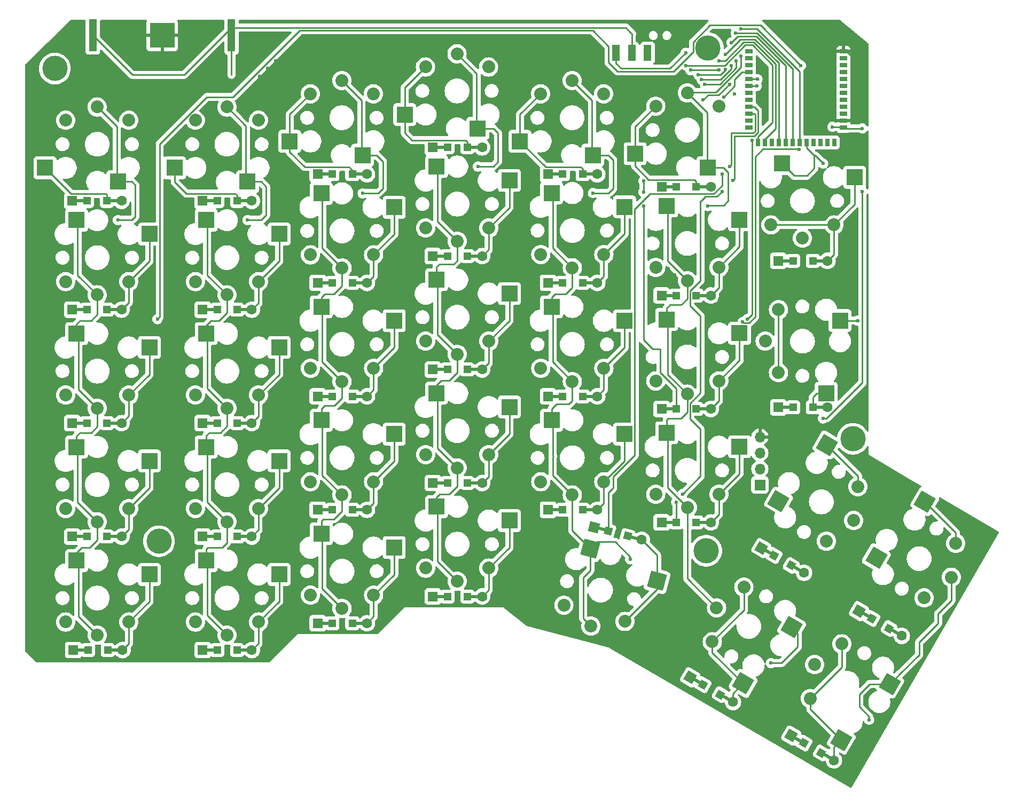
<source format=gbl>
G04 #@! TF.GenerationSoftware,KiCad,Pcbnew,7.0.2*
G04 #@! TF.CreationDate,2023-04-27T22:28:51+02:00*
G04 #@! TF.ProjectId,redox_rev1,7265646f-785f-4726-9576-312e6b696361,1.0*
G04 #@! TF.SameCoordinates,Original*
G04 #@! TF.FileFunction,Copper,L2,Bot*
G04 #@! TF.FilePolarity,Positive*
%FSLAX46Y46*%
G04 Gerber Fmt 4.6, Leading zero omitted, Abs format (unit mm)*
G04 Created by KiCad (PCBNEW 7.0.2) date 2023-04-27 22:28:51*
%MOMM*%
%LPD*%
G01*
G04 APERTURE LIST*
G04 Aperture macros list*
%AMRotRect*
0 Rectangle, with rotation*
0 The origin of the aperture is its center*
0 $1 length*
0 $2 width*
0 $3 Rotation angle, in degrees counterclockwise*
0 Add horizontal line*
21,1,$1,$2,0,0,$3*%
G04 Aperture macros list end*
G04 #@! TA.AperFunction,SMDPad,CuDef*
%ADD10R,1.200000X1.200000*%
G04 #@! TD*
G04 #@! TA.AperFunction,SMDPad,CuDef*
%ADD11R,2.500000X0.500000*%
G04 #@! TD*
G04 #@! TA.AperFunction,ComponentPad*
%ADD12R,1.600000X1.600000*%
G04 #@! TD*
G04 #@! TA.AperFunction,ComponentPad*
%ADD13C,1.600000*%
G04 #@! TD*
G04 #@! TA.AperFunction,SMDPad,CuDef*
%ADD14RotRect,1.200000X1.200000X150.000000*%
G04 #@! TD*
G04 #@! TA.AperFunction,SMDPad,CuDef*
%ADD15RotRect,2.500000X0.500000X150.000000*%
G04 #@! TD*
G04 #@! TA.AperFunction,ComponentPad*
%ADD16RotRect,1.600000X1.600000X150.000000*%
G04 #@! TD*
G04 #@! TA.AperFunction,SMDPad,CuDef*
%ADD17RotRect,1.200000X1.200000X165.000000*%
G04 #@! TD*
G04 #@! TA.AperFunction,SMDPad,CuDef*
%ADD18RotRect,2.500000X0.500000X165.000000*%
G04 #@! TD*
G04 #@! TA.AperFunction,ComponentPad*
%ADD19RotRect,1.600000X1.600000X165.000000*%
G04 #@! TD*
G04 #@! TA.AperFunction,SMDPad,CuDef*
%ADD20R,2.600000X2.600000*%
G04 #@! TD*
G04 #@! TA.AperFunction,ComponentPad*
%ADD21C,2.032000*%
G04 #@! TD*
G04 #@! TA.AperFunction,SMDPad,CuDef*
%ADD22RotRect,2.600000X2.600000X60.000000*%
G04 #@! TD*
G04 #@! TA.AperFunction,SMDPad,CuDef*
%ADD23RotRect,2.600000X2.600000X345.000000*%
G04 #@! TD*
G04 #@! TA.AperFunction,SMDPad,CuDef*
%ADD24RotRect,2.600000X2.600000X240.000000*%
G04 #@! TD*
G04 #@! TA.AperFunction,ComponentPad*
%ADD25C,4.000000*%
G04 #@! TD*
G04 #@! TA.AperFunction,ComponentPad*
%ADD26R,1.700000X1.700000*%
G04 #@! TD*
G04 #@! TA.AperFunction,ComponentPad*
%ADD27O,1.700000X1.700000*%
G04 #@! TD*
G04 #@! TA.AperFunction,SMDPad,CuDef*
%ADD28R,1.250000X2.500000*%
G04 #@! TD*
G04 #@! TA.AperFunction,SMDPad,CuDef*
%ADD29R,1.198880X0.698500*%
G04 #@! TD*
G04 #@! TA.AperFunction,SMDPad,CuDef*
%ADD30R,0.698500X1.198880*%
G04 #@! TD*
G04 #@! TA.AperFunction,SMDPad,CuDef*
%ADD31R,1.270000X5.080000*%
G04 #@! TD*
G04 #@! TA.AperFunction,SMDPad,CuDef*
%ADD32R,3.960000X3.960000*%
G04 #@! TD*
G04 #@! TA.AperFunction,ViaPad*
%ADD33C,0.600000*%
G04 #@! TD*
G04 #@! TA.AperFunction,Conductor*
%ADD34C,0.250000*%
G04 #@! TD*
G04 APERTURE END LIST*
D10*
X79470000Y-62800000D03*
D11*
X78345000Y-62800000D03*
D12*
X77145000Y-62800000D03*
D13*
X84945000Y-62800000D03*
D11*
X83745000Y-62800000D03*
D10*
X82620000Y-62800000D03*
X100120000Y-62800000D03*
D11*
X98995000Y-62800000D03*
D12*
X97795000Y-62800000D03*
D13*
X105595000Y-62800000D03*
D11*
X104395000Y-62800000D03*
D10*
X103270000Y-62800000D03*
X118370000Y-58550000D03*
D11*
X117245000Y-58550000D03*
D12*
X116045000Y-58550000D03*
D13*
X123845000Y-58550000D03*
D11*
X122645000Y-58550000D03*
D10*
X121520000Y-58550000D03*
X136620000Y-54300000D03*
D11*
X135495000Y-54300000D03*
D12*
X134295000Y-54300000D03*
D13*
X142095000Y-54300000D03*
D11*
X140895000Y-54300000D03*
D10*
X139770000Y-54300000D03*
X154870000Y-58550000D03*
D11*
X153745000Y-58550000D03*
D12*
X152545000Y-58550000D03*
D13*
X160345000Y-58550000D03*
D11*
X159145000Y-58550000D03*
D10*
X158020000Y-58550000D03*
X172870000Y-60550000D03*
D11*
X171745000Y-60550000D03*
D12*
X170545000Y-60550000D03*
D13*
X178345000Y-60550000D03*
D11*
X177145000Y-60550000D03*
D10*
X176020000Y-60550000D03*
X191370000Y-72300000D03*
D11*
X190245000Y-72300000D03*
D12*
X189045000Y-72300000D03*
D13*
X196845000Y-72300000D03*
D11*
X195645000Y-72300000D03*
D10*
X194520000Y-72300000D03*
X79470000Y-80050000D03*
D11*
X78345000Y-80050000D03*
D12*
X77145000Y-80050000D03*
D13*
X84945000Y-80050000D03*
D11*
X83745000Y-80050000D03*
D10*
X82620000Y-80050000D03*
X100120000Y-80050000D03*
D11*
X98995000Y-80050000D03*
D12*
X97795000Y-80050000D03*
D13*
X105595000Y-80050000D03*
D11*
X104395000Y-80050000D03*
D10*
X103270000Y-80050000D03*
X118370000Y-75800000D03*
D11*
X117245000Y-75800000D03*
D12*
X116045000Y-75800000D03*
D13*
X123845000Y-75800000D03*
D11*
X122645000Y-75800000D03*
D10*
X121520000Y-75800000D03*
X136620000Y-71550000D03*
D11*
X135495000Y-71550000D03*
D12*
X134295000Y-71550000D03*
D13*
X142095000Y-71550000D03*
D11*
X140895000Y-71550000D03*
D10*
X139770000Y-71550000D03*
X154870000Y-75800000D03*
D11*
X153745000Y-75800000D03*
D12*
X152545000Y-75800000D03*
D13*
X160345000Y-75800000D03*
D11*
X159145000Y-75800000D03*
D10*
X158020000Y-75800000D03*
X172870000Y-77800000D03*
D11*
X171745000Y-77800000D03*
D12*
X170545000Y-77800000D03*
D13*
X178345000Y-77800000D03*
D11*
X177145000Y-77800000D03*
D10*
X176020000Y-77800000D03*
X191370000Y-95550000D03*
D11*
X190245000Y-95550000D03*
D12*
X189045000Y-95550000D03*
D13*
X196845000Y-95550000D03*
D11*
X195645000Y-95550000D03*
D10*
X194520000Y-95550000D03*
X79470000Y-98050000D03*
D11*
X78345000Y-98050000D03*
D12*
X77145000Y-98050000D03*
D13*
X84945000Y-98050000D03*
D11*
X83745000Y-98050000D03*
D10*
X82620000Y-98050000D03*
X100120000Y-98050000D03*
D11*
X98995000Y-98050000D03*
D12*
X97795000Y-98050000D03*
D13*
X105595000Y-98050000D03*
D11*
X104395000Y-98050000D03*
D10*
X103270000Y-98050000D03*
X118370000Y-93800000D03*
D11*
X117245000Y-93800000D03*
D12*
X116045000Y-93800000D03*
D13*
X123845000Y-93800000D03*
D11*
X122645000Y-93800000D03*
D10*
X121520000Y-93800000D03*
X136620000Y-89550000D03*
D11*
X135495000Y-89550000D03*
D12*
X134295000Y-89550000D03*
D13*
X142095000Y-89550000D03*
D11*
X140895000Y-89550000D03*
D10*
X139770000Y-89550000D03*
X154870000Y-93800000D03*
D11*
X153745000Y-93800000D03*
D12*
X152545000Y-93800000D03*
D13*
X160345000Y-93800000D03*
D11*
X159145000Y-93800000D03*
D10*
X158020000Y-93800000D03*
X172870000Y-95800000D03*
D11*
X171745000Y-95800000D03*
D12*
X170545000Y-95800000D03*
D13*
X178345000Y-95800000D03*
D11*
X177145000Y-95800000D03*
D10*
X176020000Y-95800000D03*
D14*
X188370000Y-119050000D03*
D15*
X187395721Y-118487500D03*
D16*
X186356491Y-117887500D03*
D13*
X193111489Y-121787500D03*
D15*
X192072259Y-121187500D03*
D14*
X191097980Y-120625000D03*
D10*
X79470000Y-116050000D03*
D11*
X78345000Y-116050000D03*
D12*
X77145000Y-116050000D03*
D13*
X84945000Y-116050000D03*
D11*
X83745000Y-116050000D03*
D10*
X82620000Y-116050000D03*
X100120000Y-116050000D03*
D11*
X98995000Y-116050000D03*
D12*
X97795000Y-116050000D03*
D13*
X105595000Y-116050000D03*
D11*
X104395000Y-116050000D03*
D10*
X103270000Y-116050000D03*
X118370000Y-111800000D03*
D11*
X117245000Y-111800000D03*
D12*
X116045000Y-111800000D03*
D13*
X123845000Y-111800000D03*
D11*
X122645000Y-111800000D03*
D10*
X121520000Y-111800000D03*
X136620000Y-107550000D03*
D11*
X135495000Y-107550000D03*
D12*
X134295000Y-107550000D03*
D13*
X142095000Y-107550000D03*
D11*
X140895000Y-107550000D03*
D10*
X139770000Y-107550000D03*
X154870000Y-111800000D03*
D11*
X153745000Y-111800000D03*
D12*
X152545000Y-111800000D03*
D13*
X160345000Y-111800000D03*
D11*
X159145000Y-111800000D03*
D10*
X158020000Y-111800000D03*
X172870000Y-113800000D03*
D11*
X171745000Y-113800000D03*
D12*
X170545000Y-113800000D03*
D13*
X178345000Y-113800000D03*
D11*
X177145000Y-113800000D03*
D10*
X176020000Y-113800000D03*
D14*
X203870000Y-129050000D03*
D15*
X202895721Y-128487500D03*
D16*
X201856491Y-127887500D03*
D13*
X208611489Y-131787500D03*
D15*
X207572259Y-131187500D03*
D14*
X206597980Y-130625000D03*
D10*
X79620000Y-134050000D03*
D11*
X78495000Y-134050000D03*
D12*
X77295000Y-134050000D03*
D13*
X85095000Y-134050000D03*
D11*
X83895000Y-134050000D03*
D10*
X82770000Y-134050000D03*
X100120000Y-134050000D03*
D11*
X98995000Y-134050000D03*
D12*
X97795000Y-134050000D03*
D13*
X105595000Y-134050000D03*
D11*
X104395000Y-134050000D03*
D10*
X103270000Y-134050000D03*
X118370000Y-129800000D03*
D11*
X117245000Y-129800000D03*
D12*
X116045000Y-129800000D03*
D13*
X123845000Y-129800000D03*
D11*
X122645000Y-129800000D03*
D10*
X121520000Y-129800000D03*
X136620000Y-125550000D03*
D11*
X135495000Y-125550000D03*
D12*
X134295000Y-125550000D03*
D13*
X142095000Y-125550000D03*
D11*
X140895000Y-125550000D03*
D10*
X139770000Y-125550000D03*
D17*
X162098667Y-115142360D03*
D18*
X161012000Y-114851189D03*
D19*
X159852889Y-114540606D03*
D13*
X167387111Y-116559394D03*
D18*
X166228000Y-116248811D03*
D17*
X165141333Y-115957640D03*
D14*
X177120000Y-139550000D03*
D15*
X176145721Y-138987500D03*
D16*
X175106491Y-138387500D03*
D13*
X181861489Y-142287500D03*
D15*
X180822259Y-141687500D03*
D14*
X179847980Y-141125000D03*
X193120000Y-148800000D03*
D15*
X192145721Y-148237500D03*
D16*
X191106491Y-147637500D03*
D13*
X197861489Y-151537500D03*
D15*
X196822259Y-150937500D03*
D14*
X195847980Y-150375000D03*
D20*
X84370000Y-59750000D03*
D21*
X81095000Y-47900000D03*
X86095000Y-50000000D03*
X76095000Y-50000000D03*
D20*
X72820000Y-57550000D03*
X104920000Y-59750000D03*
D21*
X101645000Y-47900000D03*
X106645000Y-50000000D03*
X96645000Y-50000000D03*
D20*
X93370000Y-57550000D03*
X123145000Y-55550000D03*
D21*
X119870000Y-43700000D03*
X124870000Y-45800000D03*
X114870000Y-45800000D03*
D20*
X111595000Y-53350000D03*
X141395000Y-51300000D03*
D21*
X138120000Y-39450000D03*
X143120000Y-41550000D03*
X133120000Y-41550000D03*
D20*
X129845000Y-49100000D03*
X159645000Y-55550000D03*
D21*
X156370000Y-43700000D03*
X161370000Y-45800000D03*
X151370000Y-45800000D03*
D20*
X148095000Y-53350000D03*
X177895000Y-57500000D03*
D21*
X174620000Y-45650000D03*
X179620000Y-47750000D03*
X169620000Y-47750000D03*
D20*
X166345000Y-55300000D03*
X189595000Y-56850000D03*
D21*
X192870000Y-68700000D03*
X187870000Y-66600000D03*
X197870000Y-66600000D03*
D20*
X201145000Y-59050000D03*
X77820000Y-65850000D03*
D21*
X81095000Y-77700000D03*
X76095000Y-75600000D03*
X86095000Y-75600000D03*
D20*
X89370000Y-68050000D03*
X98370000Y-65850000D03*
D21*
X101645000Y-77700000D03*
X96645000Y-75600000D03*
X106645000Y-75600000D03*
D20*
X109920000Y-68050000D03*
X116620000Y-61600000D03*
D21*
X119895000Y-73450000D03*
X114895000Y-71350000D03*
X124895000Y-71350000D03*
D20*
X128170000Y-63800000D03*
X134870000Y-57350000D03*
D21*
X138145000Y-69200000D03*
X133145000Y-67100000D03*
X143145000Y-67100000D03*
D20*
X146420000Y-59550000D03*
X153120000Y-61550000D03*
D21*
X156395000Y-73400000D03*
X151395000Y-71300000D03*
X161395000Y-71300000D03*
D20*
X164670000Y-63750000D03*
X171345000Y-63600000D03*
D21*
X174620000Y-75450000D03*
X169620000Y-73350000D03*
X179620000Y-73350000D03*
D20*
X182895000Y-65800000D03*
X198820000Y-81775000D03*
D21*
X186970000Y-85050000D03*
X189070000Y-80050000D03*
X189070000Y-90050000D03*
D20*
X196620000Y-93325000D03*
X77820000Y-83850000D03*
D21*
X81095000Y-95700000D03*
X76095000Y-93600000D03*
X86095000Y-93600000D03*
D20*
X89370000Y-86050000D03*
X98370000Y-83850000D03*
D21*
X101645000Y-95700000D03*
X96645000Y-93600000D03*
X106645000Y-93600000D03*
D20*
X109920000Y-86050000D03*
X116620000Y-79600000D03*
D21*
X119895000Y-91450000D03*
X114895000Y-89350000D03*
X124895000Y-89350000D03*
D20*
X128170000Y-81800000D03*
X134870000Y-75300000D03*
D21*
X138145000Y-87150000D03*
X133145000Y-85050000D03*
X143145000Y-85050000D03*
D20*
X146420000Y-77500000D03*
X153120000Y-79600000D03*
D21*
X156395000Y-91450000D03*
X151395000Y-89350000D03*
X161395000Y-89350000D03*
D20*
X164670000Y-81800000D03*
X171345000Y-81600000D03*
D21*
X174620000Y-93450000D03*
X169620000Y-91350000D03*
X179620000Y-91350000D03*
D20*
X182895000Y-83800000D03*
D22*
X189079649Y-110411233D03*
D21*
X200979550Y-113500000D03*
X196660897Y-116780127D03*
X201660897Y-108119873D03*
D22*
X196759905Y-101508640D03*
D20*
X77820000Y-101850000D03*
D21*
X81095000Y-113700000D03*
X76095000Y-111600000D03*
X86095000Y-111600000D03*
D20*
X89370000Y-104050000D03*
X98370000Y-101850000D03*
D21*
X101645000Y-113700000D03*
X96645000Y-111600000D03*
X106645000Y-111600000D03*
D20*
X109920000Y-104050000D03*
X116620000Y-97600000D03*
D21*
X119895000Y-109450000D03*
X114895000Y-107350000D03*
X124895000Y-107350000D03*
D20*
X128170000Y-99800000D03*
X134870000Y-93300000D03*
D21*
X138145000Y-105150000D03*
X133145000Y-103050000D03*
X143145000Y-103050000D03*
D20*
X146420000Y-95500000D03*
X153120000Y-97600000D03*
D21*
X156395000Y-109450000D03*
X151395000Y-107350000D03*
X161395000Y-107350000D03*
D20*
X164670000Y-99800000D03*
X171345000Y-99600000D03*
D21*
X174620000Y-111450000D03*
X169620000Y-109350000D03*
X179620000Y-109350000D03*
D20*
X182895000Y-101800000D03*
D22*
X204579649Y-119411233D03*
D21*
X216479550Y-122500000D03*
X212160897Y-125780127D03*
X217160897Y-117119873D03*
D22*
X212259905Y-110508640D03*
D20*
X77820000Y-119850000D03*
D21*
X81095000Y-131700000D03*
X76095000Y-129600000D03*
X86095000Y-129600000D03*
D20*
X89370000Y-122050000D03*
X98370000Y-119850000D03*
D21*
X101645000Y-131700000D03*
X96645000Y-129600000D03*
X106645000Y-129600000D03*
D20*
X109920000Y-122050000D03*
X116620000Y-115600000D03*
D21*
X119895000Y-127450000D03*
X114895000Y-125350000D03*
X124895000Y-125350000D03*
D20*
X128170000Y-117800000D03*
X134870000Y-111300000D03*
D21*
X138145000Y-123150000D03*
X133145000Y-121050000D03*
X143145000Y-121050000D03*
D20*
X146420000Y-113500000D03*
D23*
X159246566Y-117955109D03*
D21*
X159342968Y-130248962D03*
X155056858Y-126926423D03*
X164716117Y-129514613D03*
D23*
X169833608Y-123069506D03*
D24*
X191160351Y-130438767D03*
D21*
X179260450Y-127350000D03*
X183579103Y-124069873D03*
X178579103Y-132730127D03*
D24*
X183480095Y-139341360D03*
X206701248Y-139438767D03*
D21*
X194801347Y-136350000D03*
X199120000Y-133069873D03*
X194120000Y-141730127D03*
D24*
X199020992Y-148341360D03*
D25*
X90870000Y-116800000D03*
X177870000Y-38550000D03*
X74370000Y-41800000D03*
X177620000Y-118300000D03*
X200870000Y-100550000D03*
D26*
X186120000Y-107850000D03*
D27*
X186120000Y-105310000D03*
X186120000Y-102770000D03*
X186120000Y-100230000D03*
D28*
X163320000Y-39304000D03*
X165820000Y-39304000D03*
X168320000Y-39304000D03*
D29*
X199368080Y-39077740D03*
X199368080Y-40177560D03*
X199368080Y-41277380D03*
X199368080Y-42377200D03*
X199368080Y-43477020D03*
X199368080Y-44576840D03*
X199368080Y-45676660D03*
X199368080Y-46776480D03*
X199368080Y-47876300D03*
X199368080Y-48976120D03*
X199368080Y-50075940D03*
X199368080Y-51175760D03*
D30*
X197917740Y-53525260D03*
X196817920Y-53525260D03*
X195718100Y-53525260D03*
X194618280Y-53525260D03*
X193518460Y-53525260D03*
X192418640Y-53525260D03*
X191321360Y-53525260D03*
X190221540Y-53525260D03*
X189121720Y-53525260D03*
X188021900Y-53525260D03*
X186922080Y-53525260D03*
X185822260Y-53525260D03*
D29*
X184371920Y-51175760D03*
X184371920Y-50075940D03*
X184371920Y-48976120D03*
X184371920Y-47876300D03*
X184371920Y-46776480D03*
X184371920Y-45676660D03*
X184371920Y-44576840D03*
X184371920Y-43477020D03*
X184371920Y-42377200D03*
X184371920Y-41277380D03*
X184371920Y-40177560D03*
X184371920Y-39077740D03*
D31*
X80400000Y-36550000D03*
X102370000Y-36550000D03*
D32*
X91385000Y-36550000D03*
D33*
X181332433Y-44262432D03*
X184371920Y-40177560D03*
X177120000Y-46800000D03*
X182120000Y-45800000D03*
X184371920Y-41277380D03*
X90620000Y-81550000D03*
X192620000Y-41300000D03*
X180370000Y-46300000D03*
X167686589Y-61366589D03*
X167686589Y-63616589D03*
X184371920Y-42377200D03*
X167686589Y-59616589D03*
X184371920Y-47876300D03*
X172870000Y-110583178D03*
X180120000Y-61300000D03*
X181870000Y-59550000D03*
X173870000Y-109300000D03*
X184371920Y-48976120D03*
X181370000Y-57300000D03*
X180120000Y-58550000D03*
X185822260Y-53525260D03*
X174370000Y-41300000D03*
X84370000Y-65850000D03*
X175120000Y-42050000D03*
X179620000Y-40550000D03*
X104920000Y-65850000D03*
X186922080Y-53525260D03*
X179620000Y-42050000D03*
X123170000Y-61600000D03*
X180620000Y-39550000D03*
X180636378Y-41918633D03*
X189121720Y-53525260D03*
X176370000Y-42800000D03*
X181616161Y-37670661D03*
X176870000Y-43550000D03*
X141420000Y-57350000D03*
X190221540Y-53525260D03*
X181620000Y-41300000D03*
X182370000Y-40550000D03*
X159670000Y-61550000D03*
X165573380Y-119650374D03*
X191321360Y-53525260D03*
X177370000Y-44300000D03*
X182289218Y-36150971D03*
X183120000Y-39800000D03*
X177895000Y-63600000D03*
X187885351Y-136111233D03*
X192418640Y-53525260D03*
X183120000Y-35526471D03*
X203426248Y-145111233D03*
X189079649Y-110411233D03*
X196145000Y-56850000D03*
X193518460Y-53525260D03*
X204579649Y-119411233D03*
X201620000Y-81800000D03*
X202370000Y-61300000D03*
X196120000Y-97300000D03*
X202370000Y-51300000D03*
X174370000Y-39300000D03*
X197620000Y-51050000D03*
X159120000Y-72300000D03*
X175620000Y-66800000D03*
X132120000Y-65050000D03*
X146870000Y-108300000D03*
X118620000Y-52050000D03*
X188120000Y-92800000D03*
X168870000Y-75800000D03*
X102870000Y-86800000D03*
X187120000Y-46300000D03*
X154870000Y-52050000D03*
X113870000Y-130550000D03*
X173620000Y-128550000D03*
X164370000Y-45550000D03*
X115370000Y-73800000D03*
X100120000Y-51300000D03*
X193620000Y-82800000D03*
X111370000Y-43550000D03*
X117870000Y-70050000D03*
X105870000Y-72800000D03*
X137120000Y-114800000D03*
X161370000Y-128300000D03*
X93620000Y-48800000D03*
X146620000Y-89550000D03*
X163120000Y-94050000D03*
X172620000Y-74550000D03*
X95870000Y-37550000D03*
X109370000Y-43550000D03*
X166120000Y-45550000D03*
X178120000Y-75050000D03*
X194370000Y-46300000D03*
X152620000Y-121550000D03*
X139120000Y-60800000D03*
X140870000Y-87300000D03*
X87620000Y-40800000D03*
X175120000Y-85050000D03*
X196870000Y-49300000D03*
X151120000Y-113550000D03*
X151870000Y-68800000D03*
X120870000Y-52050000D03*
X93620000Y-46300000D03*
X136870000Y-96800000D03*
X79870000Y-105300000D03*
X118370000Y-65050000D03*
X133370000Y-65050000D03*
X155120000Y-65050000D03*
X165870000Y-111550000D03*
X88620000Y-46300000D03*
X178870000Y-68300000D03*
X207120000Y-107550000D03*
X100870000Y-69050000D03*
X177370000Y-111050000D03*
X191620000Y-118800000D03*
X102620000Y-105300000D03*
X139370000Y-47800000D03*
X89870000Y-128550000D03*
X164370000Y-72300000D03*
X89620000Y-40800000D03*
X82120000Y-56550000D03*
X202370000Y-110300000D03*
X108120000Y-41800000D03*
X120870000Y-83050000D03*
X148620000Y-108550000D03*
X175370000Y-103050000D03*
X187120000Y-129800000D03*
X136370000Y-78800000D03*
X185120000Y-133050000D03*
X191120000Y-82800000D03*
X150370000Y-68800000D03*
X90120000Y-131550000D03*
X164620000Y-94050000D03*
X114120000Y-69300000D03*
X196870000Y-113300000D03*
X82120000Y-69300000D03*
X180120000Y-35800000D03*
X80120000Y-123300000D03*
X120370000Y-65050000D03*
X94620000Y-40800000D03*
X106870000Y-43050000D03*
X85870000Y-36550000D03*
X149120000Y-113300000D03*
X173370000Y-54050000D03*
X190620000Y-117550000D03*
X91620000Y-48800000D03*
X140870000Y-86050000D03*
X205870000Y-107050000D03*
X122620000Y-73300000D03*
X104370000Y-39550000D03*
X95870000Y-35550000D03*
X178870000Y-71050000D03*
X87620000Y-78800000D03*
X89620000Y-48800000D03*
X196870000Y-46300000D03*
X90620000Y-48800000D03*
X92620000Y-48800000D03*
X201870000Y-137050000D03*
X183370000Y-74050000D03*
X173370000Y-66800000D03*
X91620000Y-40800000D03*
X94620000Y-46300000D03*
X173370000Y-103050000D03*
X102870000Y-123300000D03*
X164120000Y-124050000D03*
X146870000Y-90550000D03*
X174370000Y-36800000D03*
X93620000Y-40800000D03*
X181120000Y-114050000D03*
X85870000Y-37550000D03*
X102620000Y-69050000D03*
X113870000Y-73800000D03*
X115370000Y-69300000D03*
X131120000Y-126300000D03*
X120870000Y-119050000D03*
X157370000Y-65050000D03*
X100370000Y-105300000D03*
X199870000Y-96800000D03*
X165870000Y-109300000D03*
X88620000Y-40800000D03*
X212370000Y-122300000D03*
X187120000Y-48300000D03*
X136870000Y-60800000D03*
X184620000Y-111050000D03*
X219620000Y-114050000D03*
X174620000Y-126300000D03*
X147620000Y-89550000D03*
X197842260Y-39077740D03*
X139370000Y-96800000D03*
X183370000Y-75300000D03*
X191370000Y-60300000D03*
X158370000Y-105550000D03*
X189870000Y-92800000D03*
X100370000Y-87050000D03*
X214370000Y-118800000D03*
X121870000Y-70050000D03*
X139120000Y-114800000D03*
X87620000Y-46300000D03*
X90620000Y-46300000D03*
X173620000Y-85050000D03*
X132370000Y-126300000D03*
X88620000Y-48800000D03*
X181620000Y-97800000D03*
X159120000Y-73550000D03*
X80120000Y-69300000D03*
X182370000Y-115050000D03*
X174370000Y-35550000D03*
X87620000Y-77550000D03*
X94620000Y-48800000D03*
X104370000Y-40800000D03*
X170620000Y-70300000D03*
X184620000Y-112300000D03*
X114370000Y-41550000D03*
X200620000Y-136300000D03*
X154370000Y-105800000D03*
X175870000Y-54050000D03*
X220620000Y-115050000D03*
X122620000Y-72300000D03*
X198370000Y-110300000D03*
X152120000Y-123050000D03*
X170620000Y-75800000D03*
X89620000Y-46300000D03*
X192370000Y-88800000D03*
X112120000Y-41550000D03*
X103120000Y-51300000D03*
X118870000Y-119050000D03*
X171620000Y-73550000D03*
X136620000Y-47800000D03*
X193870000Y-88800000D03*
X148120000Y-90550000D03*
X87620000Y-80300000D03*
X105870000Y-70300000D03*
X157870000Y-83300000D03*
X181620000Y-96300000D03*
X92620000Y-46300000D03*
X157620000Y-52050000D03*
X81870000Y-123300000D03*
X85870000Y-35550000D03*
X201870000Y-96800000D03*
X109370000Y-40550000D03*
X148620000Y-56800000D03*
X120870000Y-101050000D03*
X118120000Y-83050000D03*
X90620000Y-40800000D03*
X100370000Y-123300000D03*
X81870000Y-105300000D03*
X104370000Y-42050000D03*
X201120000Y-110800000D03*
X79620000Y-56550000D03*
X91620000Y-46300000D03*
X194620000Y-49300000D03*
X118620000Y-101050000D03*
X92620000Y-40800000D03*
X170620000Y-67800000D03*
X154870000Y-83300000D03*
X194120000Y-60300000D03*
X147120000Y-56800000D03*
X183370000Y-72800000D03*
X95870000Y-36550000D03*
X139370000Y-78550000D03*
X164370000Y-74300000D03*
X192370000Y-54624202D03*
X183370000Y-82000498D03*
X185745500Y-43477020D03*
X184870000Y-53174500D03*
X185620000Y-44550000D03*
X184120000Y-81550000D03*
X72820000Y-57550000D03*
X93370000Y-57550000D03*
D34*
X177120000Y-46800000D02*
X177920000Y-46000000D01*
X177920000Y-46000000D02*
X179594865Y-46000000D01*
X179594865Y-46000000D02*
X181332433Y-44262432D01*
X90995000Y-53753539D02*
X98448539Y-46300000D01*
X172420000Y-42250000D02*
X175545000Y-39125000D01*
X162120000Y-38250000D02*
X162120000Y-40800000D01*
X113170000Y-35750000D02*
X159620000Y-35750000D01*
X175545000Y-39125000D02*
X175545000Y-37586953D01*
X186221471Y-34901471D02*
X192620000Y-41300000D01*
X90620000Y-81550000D02*
X90995000Y-81175000D01*
X159620000Y-35750000D02*
X162120000Y-38250000D01*
X162120000Y-40800000D02*
X163570000Y-42250000D01*
X98448539Y-46300000D02*
X102620000Y-46300000D01*
X178230482Y-34901471D02*
X186221471Y-34901471D01*
X163570000Y-42250000D02*
X172420000Y-42250000D01*
X90995000Y-81175000D02*
X90995000Y-53753539D01*
X175545000Y-37586953D02*
X178230482Y-34901471D01*
X102620000Y-46300000D02*
X113170000Y-35750000D01*
X167686589Y-84866589D02*
X167686589Y-63616589D01*
X167620000Y-59550000D02*
X167686589Y-59616589D01*
X180370000Y-46300000D02*
X182120000Y-44550000D01*
X170370000Y-90050000D02*
X170370000Y-86300000D01*
X169120000Y-86300000D02*
X167686589Y-84866589D01*
X182120000Y-43550000D02*
X183292800Y-42377200D01*
X167686589Y-61366589D02*
X167686589Y-59616589D01*
X170370000Y-86300000D02*
X169120000Y-86300000D01*
X182120000Y-44550000D02*
X182120000Y-43550000D01*
X172870000Y-95800000D02*
X172870000Y-92550000D01*
X172870000Y-92550000D02*
X170370000Y-90050000D01*
X183292800Y-42377200D02*
X184371920Y-42377200D01*
X182070000Y-59350000D02*
X181870000Y-59550000D01*
X176709500Y-81037850D02*
X176709500Y-93256961D01*
X179295000Y-62125000D02*
X177545000Y-62125000D01*
X185221360Y-47876300D02*
X185820000Y-48474940D01*
X175070000Y-79398350D02*
X176709500Y-81037850D01*
X175070000Y-97398350D02*
X176709500Y-99037850D01*
X185232766Y-52550000D02*
X182070000Y-52550000D01*
X176709500Y-93256961D02*
X175070000Y-94896461D01*
X185820000Y-48474940D02*
X185820000Y-51962766D01*
X176709500Y-106460500D02*
X173870000Y-109300000D01*
X175070000Y-94896461D02*
X175070000Y-97398350D01*
X172870000Y-110583178D02*
X172870000Y-113800000D01*
X180120000Y-61300000D02*
X179295000Y-62125000D01*
X185820000Y-51962766D02*
X185232766Y-52550000D01*
X176709500Y-63139500D02*
X176709500Y-75435500D01*
X184371920Y-47876300D02*
X185221360Y-47876300D01*
X176709500Y-99037850D02*
X176709500Y-106460500D01*
X176709500Y-75435500D02*
X175070000Y-77075000D01*
X176620000Y-63050000D02*
X176709500Y-63139500D01*
X177545000Y-62125000D02*
X176620000Y-63050000D01*
X175070000Y-77075000D02*
X175070000Y-79398350D01*
X182070000Y-52550000D02*
X182070000Y-59350000D01*
X162098667Y-109071333D02*
X162870000Y-108300000D01*
X166295000Y-103125000D02*
X166295000Y-64125000D01*
X185370000Y-49124760D02*
X185221360Y-48976120D01*
X181370000Y-57300000D02*
X181620000Y-57050000D01*
X185096370Y-52050000D02*
X185370000Y-51776370D01*
X181620000Y-57050000D02*
X181620000Y-52050000D01*
X162870000Y-108300000D02*
X162870000Y-106550000D01*
X180120000Y-60365991D02*
X180120000Y-58550000D01*
X162870000Y-106550000D02*
X166295000Y-103125000D01*
X168745000Y-61675000D02*
X178810991Y-61675000D01*
X185370000Y-51776370D02*
X185370000Y-49124760D01*
X166295000Y-64125000D02*
X168745000Y-61675000D01*
X185221360Y-48976120D02*
X184371920Y-48976120D01*
X178810991Y-61675000D02*
X180120000Y-60365991D01*
X181620000Y-52050000D02*
X185096370Y-52050000D01*
X162098667Y-115142360D02*
X162098667Y-109071333D01*
X184942870Y-38050000D02*
X188120000Y-41227130D01*
X84420000Y-65800000D02*
X84370000Y-65850000D01*
X77970000Y-74575000D02*
X81095000Y-77700000D01*
X188120000Y-41227130D02*
X188120000Y-50300000D01*
X78120000Y-120150000D02*
X78120000Y-128725000D01*
X77970000Y-102000000D02*
X77970000Y-110575000D01*
X84220000Y-59600000D02*
X84220000Y-51025000D01*
X81095000Y-113700000D02*
X81095000Y-116575000D01*
X78620000Y-117800000D02*
X77820000Y-118600000D01*
X87120000Y-60300000D02*
X87120000Y-65300000D01*
X77820000Y-83850000D02*
X78099999Y-84129999D01*
X78099999Y-92704999D02*
X81095000Y-95700000D01*
X174370000Y-41300000D02*
X180550970Y-41300000D01*
X87120000Y-65300000D02*
X86620000Y-65800000D01*
X77970000Y-66000000D02*
X77970000Y-74575000D01*
X77820000Y-82350000D02*
X77820000Y-83850000D01*
X79870000Y-117800000D02*
X78620000Y-117800000D01*
X78370000Y-99550000D02*
X77820000Y-100100000D01*
X86620000Y-65800000D02*
X84420000Y-65800000D01*
X81095000Y-77700000D02*
X81095000Y-80825000D01*
X86570000Y-59750000D02*
X87120000Y-60300000D01*
X180550970Y-41300000D02*
X183800970Y-38050000D01*
X84370000Y-59750000D02*
X84220000Y-59600000D01*
X84220000Y-51025000D02*
X81095000Y-47900000D01*
X77820000Y-101850000D02*
X77970000Y-102000000D01*
X77820000Y-100100000D02*
X77820000Y-101850000D01*
X81095000Y-116575000D02*
X79870000Y-117800000D01*
X77820000Y-119850000D02*
X78120000Y-120150000D01*
X80120000Y-81800000D02*
X78370000Y-81800000D01*
X80120000Y-99550000D02*
X78370000Y-99550000D01*
X78099999Y-84129999D02*
X78099999Y-92704999D01*
X84370000Y-59750000D02*
X86570000Y-59750000D01*
X78370000Y-81800000D02*
X77820000Y-82350000D01*
X183800970Y-38050000D02*
X184942870Y-38050000D01*
X185822260Y-52597740D02*
X185822260Y-53525260D01*
X188120000Y-50300000D02*
X185822260Y-52597740D01*
X81095000Y-98575000D02*
X80120000Y-99550000D01*
X77970000Y-110575000D02*
X81095000Y-113700000D01*
X81095000Y-95700000D02*
X81095000Y-98575000D01*
X81095000Y-80825000D02*
X80120000Y-81800000D01*
X77820000Y-65850000D02*
X77970000Y-66000000D01*
X77820000Y-118600000D02*
X77820000Y-119850000D01*
X78120000Y-128725000D02*
X81095000Y-131700000D01*
X98520000Y-120000000D02*
X98520000Y-128575000D01*
X104640001Y-50895001D02*
X101645000Y-47900000D01*
X107870000Y-60550000D02*
X107870000Y-65050000D01*
X100870000Y-117800000D02*
X98620000Y-117800000D01*
X98520000Y-102000000D02*
X98520000Y-110575000D01*
X98620000Y-117800000D02*
X98370000Y-118050000D01*
X98370000Y-65850000D02*
X98520000Y-66000000D01*
X98370000Y-118050000D02*
X98370000Y-119850000D01*
X99120000Y-81800000D02*
X98370000Y-82550000D01*
X101645000Y-113700000D02*
X101645000Y-117025000D01*
X101645000Y-80525000D02*
X100370000Y-81800000D01*
X183570000Y-37600000D02*
X185170000Y-37600000D01*
X179620000Y-40550000D02*
X180620000Y-40550000D01*
X98370000Y-82550000D02*
X98370000Y-83850000D01*
X185170000Y-37600000D02*
X188620000Y-41050000D01*
X98520000Y-92575000D02*
X101645000Y-95700000D01*
X98520000Y-84000000D02*
X98520000Y-92575000D01*
X175120000Y-42050000D02*
X179620000Y-42050000D01*
X101645000Y-117025000D02*
X100870000Y-117800000D01*
X104920000Y-59750000D02*
X107070000Y-59750000D01*
X101645000Y-98525000D02*
X100620000Y-99550000D01*
X188620000Y-41050000D02*
X188620000Y-51328470D01*
X98370000Y-100050000D02*
X98370000Y-101850000D01*
X98520000Y-66000000D02*
X98520000Y-74575000D01*
X101645000Y-77700000D02*
X101645000Y-80525000D01*
X98520000Y-110575000D02*
X101645000Y-113700000D01*
X98370000Y-101850000D02*
X98520000Y-102000000D01*
X98520000Y-128575000D02*
X101645000Y-131700000D01*
X100370000Y-81800000D02*
X99120000Y-81800000D01*
X107870000Y-65050000D02*
X107120000Y-65800000D01*
X98370000Y-119850000D02*
X98520000Y-120000000D01*
X107070000Y-59750000D02*
X107870000Y-60550000D01*
X98520000Y-74575000D02*
X101645000Y-77700000D01*
X98370000Y-83850000D02*
X98520000Y-84000000D01*
X180620000Y-40550000D02*
X183570000Y-37600000D01*
X188620000Y-51328470D02*
X186922080Y-53026390D01*
X98870000Y-99550000D02*
X98370000Y-100050000D01*
X107120000Y-65800000D02*
X104970000Y-65800000D01*
X104970000Y-65800000D02*
X104920000Y-65850000D01*
X101645000Y-95700000D02*
X101645000Y-98525000D01*
X186922080Y-53026390D02*
X186922080Y-53525260D01*
X104920000Y-59750000D02*
X104640001Y-59470001D01*
X100620000Y-99550000D02*
X98870000Y-99550000D01*
X104640001Y-59470001D02*
X104640001Y-50895001D01*
X119895000Y-112025000D02*
X118620000Y-113300000D01*
X119895000Y-109450000D02*
X119895000Y-112025000D01*
X125370000Y-55550000D02*
X126370000Y-56550000D01*
X116620000Y-113550000D02*
X116620000Y-115600000D01*
X117120000Y-95300000D02*
X116620000Y-95800000D01*
X116620000Y-115600000D02*
X116770000Y-115750000D01*
X179870000Y-42800000D02*
X180620000Y-42050000D01*
X123145000Y-55550000D02*
X122995000Y-55400000D01*
X176370000Y-42800000D02*
X179870000Y-42800000D01*
X180620000Y-42050000D02*
X180620000Y-41902255D01*
X183020000Y-37150000D02*
X185356396Y-37150000D01*
X118620000Y-113300000D02*
X116870000Y-113300000D01*
X119895000Y-73450000D02*
X119895000Y-76275000D01*
X185356396Y-37150000D02*
X189121720Y-40915324D01*
X116770000Y-79750000D02*
X116770000Y-88325000D01*
X123220000Y-61550000D02*
X123170000Y-61600000D01*
X116620000Y-61600000D02*
X116770000Y-61750000D01*
X180620000Y-41902255D02*
X180636378Y-41918633D01*
X116770000Y-70325000D02*
X119895000Y-73450000D01*
X126370000Y-60800000D02*
X125620000Y-61550000D01*
X118620000Y-77550000D02*
X117120000Y-77550000D01*
X116770000Y-115750000D02*
X116770000Y-124325000D01*
X125620000Y-61550000D02*
X123220000Y-61550000D01*
X189121720Y-40915324D02*
X189121720Y-53525260D01*
X116870000Y-113300000D02*
X116620000Y-113550000D01*
X116620000Y-97600000D02*
X116770000Y-97750000D01*
X116620000Y-79600000D02*
X116770000Y-79750000D01*
X116620000Y-95800000D02*
X116620000Y-97600000D01*
X126370000Y-56550000D02*
X126370000Y-60800000D01*
X122995000Y-55400000D02*
X122995000Y-46825000D01*
X118720000Y-95300000D02*
X117120000Y-95300000D01*
X122995000Y-46825000D02*
X119870000Y-43700000D01*
X180620000Y-39550000D02*
X183020000Y-37150000D01*
X123145000Y-55550000D02*
X125370000Y-55550000D01*
X116770000Y-61750000D02*
X116770000Y-70325000D01*
X119895000Y-76275000D02*
X118620000Y-77550000D01*
X116770000Y-88325000D02*
X119895000Y-91450000D01*
X119895000Y-94125000D02*
X118720000Y-95300000D01*
X116620000Y-78050000D02*
X116620000Y-79600000D01*
X116770000Y-106325000D02*
X119895000Y-109450000D01*
X117120000Y-77550000D02*
X116620000Y-78050000D01*
X116770000Y-97750000D02*
X116770000Y-106325000D01*
X116770000Y-124325000D02*
X119895000Y-127450000D01*
X119895000Y-91450000D02*
X119895000Y-94125000D01*
X135020000Y-111450000D02*
X135020000Y-120025000D01*
X135020000Y-57500000D02*
X135020000Y-66075000D01*
X137620000Y-72800000D02*
X135370000Y-72800000D01*
X141245000Y-51150000D02*
X141245000Y-42575000D01*
X141395000Y-51300000D02*
X141245000Y-51150000D01*
X135020000Y-75450000D02*
X135020000Y-84025000D01*
X135370000Y-72800000D02*
X134870000Y-73300000D01*
X144620000Y-52050000D02*
X144620000Y-56550000D01*
X134870000Y-75300000D02*
X135020000Y-75450000D01*
X138145000Y-105150000D02*
X138145000Y-108025000D01*
X134870000Y-109800000D02*
X134870000Y-111300000D01*
X135020000Y-84025000D02*
X138145000Y-87150000D01*
X181616161Y-37670661D02*
X182586822Y-36700000D01*
X144620000Y-56550000D02*
X143870000Y-57300000D01*
X138145000Y-72275000D02*
X137620000Y-72800000D01*
X138145000Y-108025000D02*
X136870000Y-109300000D01*
X190221540Y-41378748D02*
X190221540Y-53525260D01*
X134870000Y-57350000D02*
X135020000Y-57500000D01*
X138145000Y-90025000D02*
X136870000Y-91300000D01*
X143870000Y-51300000D02*
X144620000Y-52050000D01*
X135020000Y-120025000D02*
X138145000Y-123150000D01*
X135020000Y-93450000D02*
X135020000Y-102025000D01*
X181620000Y-41818895D02*
X181620000Y-41300000D01*
X141395000Y-51300000D02*
X143870000Y-51300000D01*
X135620000Y-91300000D02*
X134870000Y-92050000D01*
X134870000Y-73300000D02*
X134870000Y-75300000D01*
X135370000Y-109300000D02*
X134870000Y-109800000D01*
X134870000Y-93300000D02*
X135020000Y-93450000D01*
X141245000Y-42575000D02*
X138120000Y-39450000D01*
X136870000Y-91300000D02*
X135620000Y-91300000D01*
X182586822Y-36700000D02*
X185542792Y-36700000D01*
X136870000Y-109300000D02*
X135370000Y-109300000D01*
X134870000Y-111300000D02*
X135020000Y-111450000D01*
X141470000Y-57300000D02*
X141420000Y-57350000D01*
X135020000Y-102025000D02*
X138145000Y-105150000D01*
X143870000Y-57300000D02*
X141470000Y-57300000D01*
X138145000Y-69200000D02*
X138145000Y-72275000D01*
X176870000Y-43550000D02*
X179888895Y-43550000D01*
X179888895Y-43550000D02*
X181620000Y-41818895D01*
X138145000Y-87150000D02*
X138145000Y-90025000D01*
X185542792Y-36700000D02*
X190221540Y-41378748D01*
X134870000Y-92050000D02*
X134870000Y-93300000D01*
X135020000Y-66075000D02*
X138145000Y-69200000D01*
X153270000Y-97750000D02*
X153270000Y-103200000D01*
X155370000Y-77550000D02*
X153620000Y-77550000D01*
X156395000Y-91450000D02*
X156395000Y-94525000D01*
X153270000Y-70275000D02*
X156395000Y-73400000D01*
X156395000Y-73400000D02*
X156395000Y-76525000D01*
X165620000Y-119300000D02*
X165573380Y-119346620D01*
X153270000Y-61700000D02*
X153270000Y-70275000D01*
X156395000Y-115103543D02*
X159246566Y-117955109D01*
X153870000Y-95050000D02*
X153120000Y-95800000D01*
X159246566Y-121423434D02*
X158120000Y-122550000D01*
X153120000Y-97600000D02*
X153270000Y-97750000D01*
X153270000Y-79750000D02*
X153270000Y-88325000D01*
X153370000Y-103300000D02*
X153270000Y-103400000D01*
X162870000Y-56300000D02*
X162870000Y-60800000D01*
X156395000Y-109450000D02*
X156395000Y-115103543D01*
X156395000Y-94525000D02*
X155870000Y-95050000D01*
X165573380Y-119346620D02*
X165573380Y-119650374D01*
X153270000Y-103400000D02*
X153270000Y-106325000D01*
X153120000Y-78050000D02*
X153120000Y-79600000D01*
X159246566Y-117955109D02*
X160308012Y-116893663D01*
X159495000Y-55400000D02*
X159495000Y-46825000D01*
X159246566Y-117955109D02*
X159246566Y-121423434D01*
X155870000Y-95050000D02*
X153870000Y-95050000D01*
X163213663Y-116893663D02*
X165620000Y-119300000D01*
X182289218Y-36150971D02*
X185630159Y-36150971D01*
X153270000Y-106325000D02*
X156395000Y-109450000D01*
X159495000Y-46825000D02*
X156370000Y-43700000D01*
X159645000Y-55550000D02*
X159495000Y-55400000D01*
X159645000Y-55550000D02*
X162120000Y-55550000D01*
X153120000Y-61550000D02*
X153270000Y-61700000D01*
X162120000Y-55550000D02*
X162870000Y-56300000D01*
X153120000Y-95800000D02*
X153120000Y-97600000D01*
X162120000Y-61550000D02*
X159670000Y-61550000D01*
X182370000Y-41705291D02*
X182370000Y-40550000D01*
X162870000Y-60800000D02*
X162120000Y-61550000D01*
X177370000Y-44300000D02*
X179775291Y-44300000D01*
X153120000Y-79600000D02*
X153270000Y-79750000D01*
X153620000Y-77550000D02*
X153120000Y-78050000D01*
X160308012Y-116893663D02*
X163213663Y-116893663D01*
X153270000Y-103200000D02*
X153370000Y-103300000D01*
X158120000Y-129025994D02*
X159342968Y-130248962D01*
X156395000Y-76525000D02*
X155370000Y-77550000D01*
X158120000Y-122550000D02*
X158120000Y-129025994D01*
X179775291Y-44300000D02*
X182370000Y-41705291D01*
X191321360Y-41842172D02*
X191321360Y-53525260D01*
X153270000Y-88325000D02*
X156395000Y-91450000D01*
X185630159Y-36150971D02*
X191321360Y-41842172D01*
X189558767Y-136111233D02*
X187885351Y-136111233D01*
X181120000Y-58300000D02*
X181120000Y-62800000D01*
X171345000Y-63600000D02*
X171495000Y-63750000D01*
X171495000Y-90325000D02*
X174620000Y-93450000D01*
X192112017Y-133557983D02*
X189558767Y-136111233D01*
X171495000Y-63750000D02*
X171495000Y-72325000D01*
X171495000Y-108325000D02*
X174620000Y-111450000D01*
X171345000Y-99600000D02*
X171495000Y-99750000D01*
X177895000Y-57500000D02*
X177745000Y-57350000D01*
X174620000Y-78300000D02*
X173620000Y-79300000D01*
X174620000Y-45650000D02*
X174720000Y-45550000D01*
X171495000Y-81750000D02*
X171495000Y-90325000D01*
X192112017Y-131390433D02*
X192112017Y-133557983D01*
X177895000Y-57500000D02*
X180320000Y-57500000D01*
X179260450Y-127350000D02*
X174620000Y-122709550D01*
X171345000Y-79825000D02*
X171345000Y-81600000D01*
X171495000Y-72325000D02*
X174620000Y-75450000D01*
X171870000Y-79300000D02*
X171345000Y-79825000D01*
X174620000Y-75450000D02*
X174620000Y-78300000D01*
X174720000Y-45550000D02*
X179161687Y-45550000D01*
X174620000Y-122709550D02*
X174620000Y-111450000D01*
X174620000Y-93450000D02*
X174620000Y-96300000D01*
X191160351Y-130438767D02*
X192112017Y-131390433D01*
X185642055Y-35526471D02*
X192418640Y-42303056D01*
X180370000Y-63550000D02*
X177945000Y-63550000D01*
X177945000Y-63550000D02*
X177895000Y-63600000D01*
X177745000Y-57350000D02*
X177745000Y-48775000D01*
X183120000Y-35526471D02*
X185642055Y-35526471D01*
X171495000Y-99750000D02*
X171495000Y-108325000D01*
X173620000Y-79300000D02*
X171870000Y-79300000D01*
X171345000Y-81600000D02*
X171495000Y-81750000D01*
X183120000Y-41591687D02*
X183120000Y-39800000D01*
X174620000Y-96300000D02*
X173620000Y-97300000D01*
X177745000Y-48775000D02*
X174620000Y-45650000D01*
X171620000Y-97300000D02*
X171345000Y-97575000D01*
X192418640Y-42303056D02*
X192418640Y-53525260D01*
X181120000Y-62800000D02*
X180370000Y-63550000D01*
X180320000Y-57500000D02*
X181120000Y-58300000D01*
X179161687Y-45550000D02*
X183120000Y-41591687D01*
X171345000Y-97575000D02*
X171345000Y-99600000D01*
X173620000Y-97300000D02*
X171620000Y-97300000D01*
X214370000Y-128300000D02*
X214370000Y-129800000D01*
X201870000Y-143050000D02*
X203426248Y-144606248D01*
X211370000Y-134800000D02*
X208370000Y-137800000D01*
X194745000Y-55601240D02*
X194745000Y-57626650D01*
X194896240Y-55601240D02*
X196145000Y-56850000D01*
X198820000Y-81775000D02*
X201595000Y-81775000D01*
X203426248Y-144606248D02*
X203426248Y-145111233D01*
X191545000Y-58800000D02*
X189595000Y-56850000D01*
X194745000Y-57626650D02*
X193571650Y-58800000D01*
X203481233Y-139438767D02*
X201870000Y-141050000D01*
X201870000Y-141050000D02*
X201870000Y-143050000D01*
X201595000Y-81775000D02*
X201620000Y-81800000D01*
X211370000Y-132800000D02*
X211370000Y-134800000D01*
X193518460Y-53525260D02*
X193518460Y-54374700D01*
X193571650Y-58800000D02*
X191545000Y-58800000D01*
X206701248Y-139438767D02*
X203481233Y-139438767D01*
X216479550Y-126190450D02*
X214370000Y-128300000D01*
X208340015Y-137800000D02*
X206701248Y-139438767D01*
X214370000Y-129800000D02*
X211370000Y-132800000D01*
X208370000Y-137800000D02*
X208340015Y-137800000D01*
X193518460Y-54374700D02*
X194745000Y-55601240D01*
X194745000Y-55601240D02*
X194896240Y-55601240D01*
X216479550Y-122500000D02*
X216479550Y-126190450D01*
X164120000Y-41800000D02*
X171870000Y-41800000D01*
X196120000Y-97300000D02*
X196685991Y-97300000D01*
X202370000Y-91615991D02*
X202370000Y-61300000D01*
X199492320Y-51300000D02*
X199368080Y-51175760D01*
X199242320Y-51050000D02*
X199368080Y-51175760D01*
X196685991Y-97300000D02*
X202370000Y-91615991D01*
X202370000Y-51300000D02*
X199492320Y-51300000D01*
X197620000Y-51050000D02*
X199242320Y-51050000D01*
X163320000Y-41000000D02*
X164120000Y-41800000D01*
X171870000Y-41800000D02*
X174370000Y-39300000D01*
X163320000Y-39304000D02*
X163320000Y-41000000D01*
X200620000Y-49673460D02*
X200620000Y-39800000D01*
X200620000Y-39800000D02*
X199897740Y-39077740D01*
X199368080Y-50075940D02*
X200217520Y-50075940D01*
X199897740Y-39077740D02*
X199368080Y-39077740D01*
X197842260Y-39077740D02*
X199368080Y-39077740D01*
X200217520Y-50075940D02*
X200620000Y-49673460D01*
X165820000Y-36250000D02*
X165820000Y-39304000D01*
X164870000Y-35300000D02*
X165620000Y-36050000D01*
X86650000Y-42800000D02*
X94870000Y-42800000D01*
X102355000Y-35315000D02*
X102370000Y-35300000D01*
X80400000Y-36550000D02*
X86650000Y-42800000D01*
X165620000Y-36050000D02*
X165820000Y-36250000D01*
X102355000Y-42800000D02*
X102355000Y-35315000D01*
X102370000Y-35300000D02*
X164870000Y-35300000D01*
X94870000Y-42800000D02*
X102370000Y-35300000D01*
X165620000Y-36050000D02*
X165870000Y-36300000D01*
X186620000Y-54550000D02*
X186870000Y-54550000D01*
X184378884Y-82175000D02*
X185370000Y-81183884D01*
X186870000Y-54550000D02*
X192295798Y-54550000D01*
X183370000Y-82000498D02*
X183544502Y-82175000D01*
X185797020Y-43477020D02*
X185745500Y-43477020D01*
X184371920Y-43477020D02*
X185797020Y-43477020D01*
X185797020Y-43477020D02*
X185870000Y-43550000D01*
X192295798Y-54550000D02*
X192370000Y-54624202D01*
X183544502Y-82175000D02*
X184378884Y-82175000D01*
X185370000Y-55800000D02*
X186620000Y-54550000D01*
X185370000Y-81183884D02*
X185370000Y-55800000D01*
X184870000Y-80800000D02*
X184870000Y-53550000D01*
X184870000Y-53550000D02*
X184870000Y-53174500D01*
X184120000Y-81550000D02*
X184870000Y-80800000D01*
X184371920Y-44576840D02*
X184371920Y-44551920D01*
X184371920Y-44551920D02*
X184370000Y-44550000D01*
X185593160Y-44576840D02*
X185620000Y-44550000D01*
X184371920Y-44576840D02*
X185593160Y-44576840D01*
X72820000Y-57550000D02*
X76945000Y-61675000D01*
X82495000Y-61675000D02*
X82620000Y-61800000D01*
X82620000Y-61800000D02*
X82620000Y-62800000D01*
X76945000Y-61675000D02*
X82495000Y-61675000D01*
X103270000Y-61950000D02*
X103270000Y-62800000D01*
X102945000Y-61625000D02*
X103270000Y-61950000D01*
X93370000Y-59800000D02*
X95195000Y-61625000D01*
X95195000Y-61625000D02*
X102945000Y-61625000D01*
X93370000Y-57550000D02*
X93370000Y-59800000D01*
X111595000Y-55025000D02*
X113995000Y-57425000D01*
X111595000Y-49075000D02*
X114870000Y-45800000D01*
X113995000Y-57425000D02*
X120995000Y-57425000D01*
X120995000Y-57425000D02*
X121520000Y-57950000D01*
X111595000Y-53350000D02*
X111595000Y-55025000D01*
X121520000Y-57950000D02*
X121520000Y-58550000D01*
X111595000Y-53350000D02*
X111595000Y-49075000D01*
X139495000Y-53175000D02*
X139770000Y-53450000D01*
X139770000Y-53450000D02*
X139770000Y-54300000D01*
X129845000Y-52025000D02*
X130995000Y-53175000D01*
X129845000Y-44825000D02*
X133120000Y-41550000D01*
X129845000Y-49100000D02*
X129845000Y-44825000D01*
X130995000Y-53175000D02*
X139495000Y-53175000D01*
X129845000Y-49100000D02*
X129845000Y-52025000D01*
X148095000Y-49075000D02*
X151370000Y-45800000D01*
X148095000Y-53350000D02*
X148095000Y-49075000D01*
X148095000Y-53350000D02*
X152170000Y-57425000D01*
X157745000Y-57425000D02*
X158020000Y-57700000D01*
X158020000Y-57700000D02*
X158020000Y-58550000D01*
X152170000Y-57425000D02*
X157745000Y-57425000D01*
X166345000Y-55300000D02*
X166345000Y-57275000D01*
X175745000Y-59425000D02*
X176020000Y-59700000D01*
X168495000Y-59425000D02*
X175745000Y-59425000D01*
X166345000Y-55300000D02*
X166345000Y-51025000D01*
X176020000Y-59700000D02*
X176020000Y-60550000D01*
X166345000Y-51025000D02*
X169620000Y-47750000D01*
X166345000Y-57275000D02*
X168495000Y-59425000D01*
X187870000Y-66600000D02*
X197870000Y-66600000D01*
X197870000Y-71275000D02*
X196845000Y-72300000D01*
X197870000Y-66600000D02*
X197870000Y-71275000D01*
X201145000Y-63325000D02*
X197870000Y-66600000D01*
X201145000Y-59050000D02*
X201145000Y-63325000D01*
X89370000Y-68050000D02*
X89370000Y-72325000D01*
X89370000Y-72325000D02*
X86095000Y-75600000D01*
X86095000Y-75600000D02*
X86095000Y-78900000D01*
X86095000Y-78900000D02*
X84945000Y-80050000D01*
X106645000Y-79000000D02*
X105595000Y-80050000D01*
X109920000Y-72325000D02*
X106645000Y-75600000D01*
X109920000Y-68050000D02*
X109920000Y-72325000D01*
X106645000Y-75600000D02*
X106645000Y-79000000D01*
X128170000Y-63800000D02*
X128170000Y-68075000D01*
X124895000Y-71350000D02*
X124895000Y-74750000D01*
X124895000Y-74750000D02*
X123845000Y-75800000D01*
X128170000Y-68075000D02*
X124895000Y-71350000D01*
X143145000Y-70500000D02*
X142095000Y-71550000D01*
X146420000Y-59550000D02*
X146420000Y-63825000D01*
X143145000Y-67100000D02*
X143145000Y-70500000D01*
X146420000Y-63825000D02*
X143145000Y-67100000D01*
X164670000Y-68025000D02*
X161395000Y-71300000D01*
X164670000Y-63750000D02*
X164670000Y-68025000D01*
X161395000Y-74750000D02*
X160345000Y-75800000D01*
X161395000Y-71300000D02*
X161395000Y-74750000D01*
X179620000Y-76525000D02*
X178345000Y-77800000D01*
X182895000Y-65800000D02*
X182895000Y-70075000D01*
X179620000Y-73350000D02*
X179620000Y-76525000D01*
X182895000Y-70075000D02*
X179620000Y-73350000D01*
X195095000Y-93325000D02*
X196620000Y-93325000D01*
X189070000Y-90050000D02*
X189070000Y-80050000D01*
X194520000Y-93900000D02*
X195095000Y-93325000D01*
X194520000Y-95550000D02*
X194520000Y-93900000D01*
X89370000Y-86050000D02*
X89370000Y-90325000D01*
X86095000Y-93600000D02*
X86095000Y-96900000D01*
X86095000Y-96900000D02*
X84945000Y-98050000D01*
X89370000Y-90325000D02*
X86095000Y-93600000D01*
X106645000Y-93600000D02*
X106645000Y-97000000D01*
X109920000Y-90325000D02*
X106645000Y-93600000D01*
X109920000Y-86050000D02*
X109920000Y-90325000D01*
X106645000Y-97000000D02*
X105595000Y-98050000D01*
X128170000Y-86075000D02*
X124895000Y-89350000D01*
X128170000Y-81800000D02*
X128170000Y-86075000D01*
X124895000Y-92750000D02*
X123845000Y-93800000D01*
X124895000Y-89350000D02*
X124895000Y-92750000D01*
X146420000Y-77500000D02*
X146420000Y-81775000D01*
X143145000Y-85050000D02*
X143145000Y-88500000D01*
X143145000Y-88500000D02*
X142095000Y-89550000D01*
X146420000Y-81775000D02*
X143145000Y-85050000D01*
X161395000Y-92750000D02*
X160345000Y-93800000D01*
X164670000Y-86075000D02*
X161395000Y-89350000D01*
X161395000Y-89350000D02*
X161395000Y-92750000D01*
X164670000Y-81800000D02*
X164670000Y-86075000D01*
X179620000Y-91350000D02*
X179620000Y-94525000D01*
X182895000Y-88075000D02*
X179620000Y-91350000D01*
X179620000Y-94525000D02*
X178345000Y-95800000D01*
X182895000Y-83800000D02*
X182895000Y-88075000D01*
X201660897Y-106409632D02*
X201660897Y-108119873D01*
X196759905Y-101508640D02*
X201660897Y-106409632D01*
X89370000Y-104050000D02*
X89370000Y-108325000D01*
X89370000Y-108325000D02*
X86095000Y-111600000D01*
X86095000Y-114900000D02*
X84945000Y-116050000D01*
X86095000Y-111600000D02*
X86095000Y-114900000D01*
X106645000Y-111600000D02*
X106645000Y-115000000D01*
X109920000Y-108325000D02*
X106645000Y-111600000D01*
X106645000Y-115000000D02*
X105595000Y-116050000D01*
X109920000Y-104050000D02*
X109920000Y-108325000D01*
X128170000Y-99800000D02*
X128170000Y-104075000D01*
X124895000Y-110750000D02*
X123845000Y-111800000D01*
X128170000Y-104075000D02*
X124895000Y-107350000D01*
X124895000Y-107350000D02*
X124895000Y-110750000D01*
X143145000Y-103050000D02*
X143145000Y-106500000D01*
X146420000Y-99775000D02*
X143145000Y-103050000D01*
X146420000Y-95500000D02*
X146420000Y-99775000D01*
X143145000Y-106500000D02*
X142095000Y-107550000D01*
X161395000Y-107350000D02*
X161395000Y-110750000D01*
X164670000Y-99800000D02*
X164670000Y-104075000D01*
X164670000Y-104075000D02*
X161395000Y-107350000D01*
X161395000Y-110750000D02*
X160345000Y-111800000D01*
X182895000Y-106075000D02*
X179620000Y-109350000D01*
X179620000Y-112525000D02*
X178345000Y-113800000D01*
X179620000Y-109350000D02*
X179620000Y-112525000D01*
X182895000Y-101800000D02*
X182895000Y-106075000D01*
X212259905Y-110508640D02*
X217160897Y-115409632D01*
X217160897Y-115409632D02*
X217160897Y-117119873D01*
X89370000Y-126325000D02*
X86095000Y-129600000D01*
X89370000Y-122050000D02*
X89370000Y-126325000D01*
X86095000Y-133050000D02*
X85095000Y-134050000D01*
X86095000Y-129600000D02*
X86095000Y-133050000D01*
X109920000Y-126325000D02*
X106645000Y-129600000D01*
X106645000Y-129600000D02*
X106645000Y-133000000D01*
X106645000Y-133000000D02*
X105595000Y-134050000D01*
X109920000Y-122050000D02*
X109920000Y-126325000D01*
X128170000Y-122075000D02*
X124895000Y-125350000D01*
X128170000Y-117800000D02*
X128170000Y-122075000D01*
X124895000Y-125350000D02*
X124895000Y-128750000D01*
X124895000Y-128750000D02*
X123845000Y-129800000D01*
X146420000Y-117775000D02*
X143145000Y-121050000D01*
X143145000Y-121050000D02*
X143145000Y-124500000D01*
X146420000Y-113500000D02*
X146420000Y-117775000D01*
X143145000Y-124500000D02*
X142095000Y-125550000D01*
X169833608Y-124397122D02*
X164716117Y-129514613D01*
X169833608Y-119005891D02*
X169833608Y-123069506D01*
X169833608Y-123069506D02*
X169833608Y-124397122D01*
X167387111Y-116559394D02*
X169833608Y-119005891D01*
X178579103Y-134440368D02*
X178579103Y-132730127D01*
X181861489Y-140959966D02*
X183480095Y-139341360D01*
X178579103Y-132730127D02*
X183579103Y-127730127D01*
X183480095Y-139341360D02*
X178579103Y-134440368D01*
X183579103Y-127730127D02*
X183579103Y-124069873D01*
X181861489Y-142287500D02*
X181861489Y-140959966D01*
X194120000Y-143440368D02*
X194120000Y-141730127D01*
X197861489Y-151537500D02*
X197861489Y-149500863D01*
X199120000Y-136730127D02*
X199120000Y-133069873D01*
X197861489Y-149500863D02*
X199020992Y-148341360D01*
X199020992Y-148341360D02*
X194120000Y-143440368D01*
X194120000Y-141730127D02*
X199120000Y-136730127D01*
X188095260Y-53525260D02*
X188120000Y-53550000D01*
G04 #@! TA.AperFunction,Conductor*
G36*
X125162012Y-56238369D02*
G01*
X125168567Y-56244471D01*
X125699597Y-56775501D01*
X125733621Y-56837811D01*
X125736500Y-56864594D01*
X125736500Y-60485404D01*
X125716498Y-60553525D01*
X125699597Y-60574498D01*
X125394498Y-60879596D01*
X125332188Y-60913620D01*
X125305405Y-60916500D01*
X123638161Y-60916500D01*
X123571126Y-60897187D01*
X123546361Y-60881626D01*
X123523014Y-60866956D01*
X123351049Y-60806783D01*
X123170000Y-60786384D01*
X122988950Y-60806783D01*
X122816985Y-60866956D01*
X122662717Y-60963889D01*
X122533889Y-61092717D01*
X122436956Y-61246985D01*
X122376783Y-61418950D01*
X122356384Y-61600000D01*
X122376783Y-61781049D01*
X122436956Y-61953014D01*
X122533889Y-62107282D01*
X122662717Y-62236110D01*
X122790791Y-62316584D01*
X122816985Y-62333043D01*
X122988953Y-62393217D01*
X123170000Y-62413616D01*
X123351047Y-62393217D01*
X123523015Y-62333043D01*
X123540403Y-62322116D01*
X123608721Y-62302811D01*
X123676634Y-62323505D01*
X123722579Y-62377631D01*
X123731966Y-62448005D01*
X123701817Y-62512282D01*
X123699820Y-62514486D01*
X123678380Y-62537594D01*
X123522563Y-62705524D01*
X123374772Y-62922295D01*
X123260936Y-63158676D01*
X123185885Y-63401989D01*
X123183604Y-63409385D01*
X123144500Y-63668818D01*
X123144500Y-63931182D01*
X123183604Y-64190615D01*
X123183605Y-64190618D01*
X123260936Y-64441323D01*
X123374772Y-64677704D01*
X123522563Y-64894474D01*
X123522565Y-64894476D01*
X123522567Y-64894479D01*
X123701019Y-65086805D01*
X123906143Y-65250386D01*
X124133357Y-65381568D01*
X124377584Y-65477420D01*
X124633370Y-65535802D01*
X124829506Y-65550500D01*
X124831859Y-65550500D01*
X124958141Y-65550500D01*
X124960494Y-65550500D01*
X125156630Y-65535802D01*
X125412416Y-65477420D01*
X125656643Y-65381568D01*
X125883857Y-65250386D01*
X126088981Y-65086805D01*
X126143136Y-65028439D01*
X126204131Y-64992108D01*
X126275087Y-64994521D01*
X126333474Y-65034913D01*
X126360755Y-65100459D01*
X126361500Y-65114140D01*
X126361500Y-65148638D01*
X126368011Y-65209201D01*
X126383373Y-65250387D01*
X126419111Y-65346205D01*
X126506738Y-65463261D01*
X126623794Y-65550888D01*
X126623795Y-65550888D01*
X126623796Y-65550889D01*
X126760799Y-65601989D01*
X126821362Y-65608500D01*
X127410500Y-65608500D01*
X127478621Y-65628502D01*
X127525114Y-65682158D01*
X127536500Y-65734500D01*
X127536500Y-67760404D01*
X127516498Y-67828525D01*
X127499595Y-67849499D01*
X125486727Y-69862366D01*
X125424415Y-69896392D01*
X125368218Y-69895790D01*
X125134222Y-69839613D01*
X125134221Y-69839613D01*
X124895000Y-69820786D01*
X124894999Y-69820786D01*
X124655777Y-69839613D01*
X124422446Y-69895631D01*
X124200747Y-69987461D01*
X123996155Y-70112837D01*
X123996152Y-70112838D01*
X123996151Y-70112840D01*
X123813682Y-70268682D01*
X123665776Y-70441860D01*
X123657837Y-70451155D01*
X123532461Y-70655747D01*
X123440631Y-70877446D01*
X123384613Y-71110777D01*
X123368536Y-71315063D01*
X123365786Y-71350000D01*
X123373500Y-71448013D01*
X123384613Y-71589222D01*
X123440631Y-71822553D01*
X123532461Y-72044252D01*
X123635772Y-72212837D01*
X123657840Y-72248849D01*
X123813682Y-72431318D01*
X123996151Y-72587160D01*
X124119156Y-72662538D01*
X124201335Y-72712898D01*
X124248966Y-72765545D01*
X124261500Y-72820330D01*
X124261500Y-74392735D01*
X124241498Y-74460856D01*
X124187842Y-74507349D01*
X124117568Y-74517453D01*
X124102890Y-74514442D01*
X124073089Y-74506457D01*
X123845000Y-74486502D01*
X123616912Y-74506457D01*
X123395756Y-74565715D01*
X123188249Y-74662477D01*
X123000696Y-74793804D01*
X122838802Y-74955698D01*
X122816346Y-74987770D01*
X122760889Y-75032099D01*
X122713133Y-75041500D01*
X122691085Y-75041500D01*
X122622964Y-75021498D01*
X122576471Y-74967842D01*
X122573030Y-74959535D01*
X122570889Y-74953796D01*
X122483261Y-74836738D01*
X122366205Y-74749111D01*
X122288488Y-74720124D01*
X122229201Y-74698011D01*
X122168638Y-74691500D01*
X121112824Y-74691500D01*
X121044703Y-74671498D01*
X120998210Y-74617842D01*
X120988106Y-74547568D01*
X121017013Y-74483670D01*
X121061726Y-74431317D01*
X121132160Y-74348849D01*
X121257540Y-74144249D01*
X121349369Y-73922553D01*
X121405387Y-73689222D01*
X121424214Y-73450000D01*
X121405387Y-73210778D01*
X121349369Y-72977447D01*
X121257540Y-72755751D01*
X121256693Y-72754369D01*
X121173355Y-72618375D01*
X121132160Y-72551151D01*
X120976318Y-72368682D01*
X120793849Y-72212840D01*
X120771010Y-72198844D01*
X120589252Y-72087461D01*
X120367553Y-71995631D01*
X120134222Y-71939613D01*
X119895000Y-71920786D01*
X119655777Y-71939613D01*
X119581448Y-71957458D01*
X119428204Y-71994249D01*
X119421781Y-71995791D01*
X119350873Y-71992244D01*
X119303272Y-71962367D01*
X117440404Y-70099499D01*
X117406378Y-70037187D01*
X117403499Y-70010404D01*
X117403499Y-67550000D01*
X117924980Y-67550000D01*
X117945033Y-67830367D01*
X118004778Y-68105010D01*
X118004781Y-68105018D01*
X118103008Y-68368375D01*
X118170321Y-68491649D01*
X118237716Y-68615075D01*
X118406160Y-68840090D01*
X118604909Y-69038839D01*
X118804338Y-69188129D01*
X118829927Y-69207285D01*
X119076625Y-69341992D01*
X119339982Y-69440219D01*
X119339985Y-69440219D01*
X119339989Y-69440221D01*
X119614632Y-69499966D01*
X119614637Y-69499967D01*
X119824825Y-69515000D01*
X119827082Y-69515000D01*
X119962918Y-69515000D01*
X119965175Y-69515000D01*
X120175363Y-69499967D01*
X120266914Y-69480050D01*
X120450010Y-69440221D01*
X120450011Y-69440220D01*
X120450018Y-69440219D01*
X120713375Y-69341992D01*
X120960073Y-69207285D01*
X121185088Y-69038841D01*
X121383841Y-68840088D01*
X121552285Y-68615073D01*
X121686992Y-68368375D01*
X121785219Y-68105018D01*
X121785614Y-68103205D01*
X121844966Y-67830367D01*
X121844965Y-67830367D01*
X121844967Y-67830363D01*
X121865019Y-67550000D01*
X121864003Y-67535801D01*
X121861253Y-67497353D01*
X124289842Y-67497353D01*
X124299851Y-67707458D01*
X124349441Y-67911869D01*
X124436820Y-68103205D01*
X124556827Y-68271730D01*
X124558831Y-68274544D01*
X124711063Y-68419697D01*
X124808868Y-68482552D01*
X124888015Y-68533417D01*
X125083287Y-68611593D01*
X125289829Y-68651400D01*
X125444467Y-68651400D01*
X125447468Y-68651400D01*
X125604389Y-68636416D01*
X125806211Y-68577156D01*
X125993170Y-68480771D01*
X126158510Y-68350747D01*
X126296255Y-68191781D01*
X126401426Y-68009619D01*
X126470222Y-67810846D01*
X126493062Y-67651989D01*
X126500157Y-67602646D01*
X126497664Y-67550324D01*
X126490148Y-67392541D01*
X126440558Y-67188129D01*
X126373084Y-67040380D01*
X126353179Y-66996794D01*
X126231169Y-66825456D01*
X126209711Y-66804996D01*
X126078937Y-66680303D01*
X126001134Y-66630302D01*
X125901984Y-66566582D01*
X125706712Y-66488406D01*
X125500171Y-66448600D01*
X125342532Y-66448600D01*
X125339557Y-66448884D01*
X125339558Y-66448884D01*
X125185607Y-66463584D01*
X124983789Y-66522843D01*
X124796830Y-66619228D01*
X124631489Y-66749254D01*
X124493744Y-66908219D01*
X124388574Y-67090380D01*
X124319777Y-67289156D01*
X124289842Y-67497353D01*
X121861253Y-67497353D01*
X121858785Y-67462840D01*
X121844967Y-67269637D01*
X121841457Y-67253502D01*
X121785221Y-66994989D01*
X121785219Y-66994985D01*
X121785219Y-66994982D01*
X121686992Y-66731625D01*
X121552285Y-66484927D01*
X121519644Y-66441323D01*
X121383839Y-66259909D01*
X121185090Y-66061160D01*
X120960075Y-65892716D01*
X120881844Y-65849999D01*
X120713375Y-65758008D01*
X120450018Y-65659781D01*
X120450010Y-65659778D01*
X120175367Y-65600033D01*
X119967425Y-65585160D01*
X119967399Y-65585159D01*
X119965175Y-65585000D01*
X119824825Y-65585000D01*
X119822601Y-65585159D01*
X119822574Y-65585160D01*
X119614632Y-65600033D01*
X119339989Y-65659778D01*
X119200299Y-65711880D01*
X119076625Y-65758008D01*
X119076623Y-65758008D01*
X119076623Y-65758009D01*
X118829924Y-65892716D01*
X118604909Y-66061160D01*
X118406160Y-66259909D01*
X118237716Y-66484924D01*
X118103009Y-66731623D01*
X118004778Y-66994989D01*
X117945033Y-67269632D01*
X117924980Y-67550000D01*
X117403499Y-67550000D01*
X117403500Y-63534500D01*
X117423502Y-63466379D01*
X117477158Y-63419886D01*
X117529500Y-63408500D01*
X117965269Y-63408500D01*
X117968638Y-63408500D01*
X118029201Y-63401989D01*
X118166204Y-63350889D01*
X118283261Y-63263261D01*
X118370889Y-63146204D01*
X118421989Y-63009201D01*
X118428500Y-62948638D01*
X118428499Y-62914141D01*
X118448499Y-62846023D01*
X118502153Y-62799529D01*
X118572427Y-62789423D01*
X118637009Y-62818914D01*
X118646863Y-62828439D01*
X118663179Y-62846023D01*
X118701019Y-62886805D01*
X118906143Y-63050386D01*
X119133357Y-63181568D01*
X119377584Y-63277420D01*
X119633370Y-63335802D01*
X119829506Y-63350500D01*
X119831859Y-63350500D01*
X119958141Y-63350500D01*
X119960494Y-63350500D01*
X120156630Y-63335802D01*
X120412416Y-63277420D01*
X120656643Y-63181568D01*
X120883857Y-63050386D01*
X121088981Y-62886805D01*
X121267433Y-62694479D01*
X121415228Y-62477704D01*
X121529063Y-62241323D01*
X121606396Y-61990615D01*
X121645500Y-61731182D01*
X121645500Y-61468818D01*
X121606396Y-61209385D01*
X121546572Y-61015441D01*
X121529063Y-60958676D01*
X121445709Y-60785591D01*
X121415228Y-60722296D01*
X121327410Y-60593491D01*
X121267436Y-60505525D01*
X121267434Y-60505523D01*
X121267433Y-60505521D01*
X121088981Y-60313195D01*
X120883857Y-60149614D01*
X120656643Y-60018432D01*
X120626261Y-60006508D01*
X120412417Y-59922580D01*
X120156630Y-59864198D01*
X119962836Y-59849675D01*
X119962822Y-59849674D01*
X119960494Y-59849500D01*
X119829506Y-59849500D01*
X119827178Y-59849674D01*
X119827163Y-59849675D01*
X119633369Y-59864198D01*
X119377582Y-59922580D01*
X119133356Y-60018432D01*
X118906146Y-60149612D01*
X118906143Y-60149614D01*
X118718144Y-60299538D01*
X118701019Y-60313195D01*
X118646863Y-60371561D01*
X118585866Y-60407891D01*
X118514910Y-60405477D01*
X118456524Y-60365085D01*
X118429244Y-60299538D01*
X118428499Y-60285870D01*
X118428500Y-60251362D01*
X118421989Y-60190799D01*
X118370889Y-60053796D01*
X118370888Y-60053794D01*
X118283261Y-59936738D01*
X118214639Y-59885368D01*
X118172092Y-59828532D01*
X118167028Y-59757716D01*
X118201053Y-59695404D01*
X118263365Y-59661379D01*
X118290148Y-59658500D01*
X119015269Y-59658500D01*
X119018638Y-59658500D01*
X119079201Y-59651989D01*
X119216204Y-59600889D01*
X119333261Y-59513261D01*
X119420889Y-59396204D01*
X119471989Y-59259201D01*
X119478500Y-59198638D01*
X119478500Y-58184499D01*
X119498502Y-58116379D01*
X119552158Y-58069886D01*
X119604500Y-58058500D01*
X120285500Y-58058500D01*
X120353621Y-58078502D01*
X120400114Y-58132158D01*
X120411500Y-58184500D01*
X120411500Y-59198638D01*
X120418011Y-59259201D01*
X120437473Y-59311379D01*
X120469111Y-59396205D01*
X120556738Y-59513261D01*
X120673794Y-59600888D01*
X120673795Y-59600888D01*
X120673796Y-59600889D01*
X120810799Y-59651989D01*
X120871362Y-59658500D01*
X120874731Y-59658500D01*
X122165269Y-59658500D01*
X122168638Y-59658500D01*
X122229201Y-59651989D01*
X122366204Y-59600889D01*
X122483261Y-59513261D01*
X122570889Y-59396204D01*
X122573030Y-59390465D01*
X122615578Y-59333630D01*
X122682099Y-59308821D01*
X122691085Y-59308500D01*
X122713133Y-59308500D01*
X122781254Y-59328502D01*
X122816346Y-59362230D01*
X122838802Y-59394301D01*
X123000696Y-59556195D01*
X123188249Y-59687522D01*
X123395756Y-59784284D01*
X123445587Y-59797636D01*
X123616913Y-59843543D01*
X123845000Y-59863498D01*
X124073087Y-59843543D01*
X124294243Y-59784284D01*
X124501749Y-59687523D01*
X124689300Y-59556198D01*
X124851198Y-59394300D01*
X124982523Y-59206749D01*
X125079284Y-58999243D01*
X125138543Y-58778087D01*
X125158498Y-58550000D01*
X125138543Y-58321913D01*
X125090013Y-58140799D01*
X125079284Y-58100756D01*
X124982522Y-57893249D01*
X124878069Y-57744076D01*
X124851198Y-57705700D01*
X124851196Y-57705698D01*
X124851195Y-57705696D01*
X124689303Y-57543804D01*
X124659979Y-57523271D01*
X124615651Y-57467813D01*
X124608342Y-57397194D01*
X124640373Y-57333834D01*
X124688220Y-57302001D01*
X124691204Y-57300889D01*
X124808261Y-57213261D01*
X124895889Y-57096204D01*
X124946989Y-56959201D01*
X124953500Y-56898638D01*
X124953499Y-56333592D01*
X124973502Y-56265472D01*
X125027158Y-56218979D01*
X125097432Y-56208875D01*
X125162012Y-56238369D01*
G37*
G04 #@! TD.AperFunction*
G04 #@! TA.AperFunction,Conductor*
G36*
X143623527Y-51953502D02*
G01*
X143644501Y-51970405D01*
X143949595Y-52275499D01*
X143983621Y-52337811D01*
X143986500Y-52364594D01*
X143986500Y-56235405D01*
X143966498Y-56303526D01*
X143949595Y-56324500D01*
X143644500Y-56629595D01*
X143582188Y-56663621D01*
X143555405Y-56666500D01*
X141888161Y-56666500D01*
X141821126Y-56647187D01*
X141796361Y-56631626D01*
X141773014Y-56616956D01*
X141601049Y-56556783D01*
X141420000Y-56536384D01*
X141238950Y-56556783D01*
X141066985Y-56616956D01*
X140912717Y-56713889D01*
X140783889Y-56842717D01*
X140686956Y-56996985D01*
X140626783Y-57168950D01*
X140610418Y-57314198D01*
X140606384Y-57350000D01*
X140610952Y-57390545D01*
X140626783Y-57531049D01*
X140686956Y-57703014D01*
X140783889Y-57857282D01*
X140912717Y-57986110D01*
X141066985Y-58083043D01*
X141212323Y-58133899D01*
X141238953Y-58143217D01*
X141420000Y-58163616D01*
X141601047Y-58143217D01*
X141773015Y-58083043D01*
X141790403Y-58072116D01*
X141858721Y-58052811D01*
X141926634Y-58073505D01*
X141972579Y-58127631D01*
X141981966Y-58198005D01*
X141951817Y-58262282D01*
X141949803Y-58264506D01*
X141772563Y-58455524D01*
X141624772Y-58672295D01*
X141510936Y-58908676D01*
X141435885Y-59151989D01*
X141433604Y-59159385D01*
X141394500Y-59418818D01*
X141394500Y-59681182D01*
X141433604Y-59940615D01*
X141433605Y-59940618D01*
X141510936Y-60191323D01*
X141624772Y-60427704D01*
X141772563Y-60644474D01*
X141772565Y-60644476D01*
X141772567Y-60644479D01*
X141951019Y-60836805D01*
X142156143Y-61000386D01*
X142383357Y-61131568D01*
X142627584Y-61227420D01*
X142883370Y-61285802D01*
X143079506Y-61300500D01*
X143081859Y-61300500D01*
X143208141Y-61300500D01*
X143210494Y-61300500D01*
X143406630Y-61285802D01*
X143662416Y-61227420D01*
X143906643Y-61131568D01*
X144133857Y-61000386D01*
X144338981Y-60836805D01*
X144393136Y-60778439D01*
X144454131Y-60742108D01*
X144525087Y-60744521D01*
X144583474Y-60784913D01*
X144610755Y-60850459D01*
X144611500Y-60864140D01*
X144611500Y-60898638D01*
X144618011Y-60959201D01*
X144638291Y-61013574D01*
X144669111Y-61096205D01*
X144756738Y-61213261D01*
X144873794Y-61300888D01*
X144873795Y-61300888D01*
X144873796Y-61300889D01*
X145010799Y-61351989D01*
X145071362Y-61358500D01*
X145660500Y-61358500D01*
X145728621Y-61378502D01*
X145775114Y-61432158D01*
X145786500Y-61484500D01*
X145786500Y-63510404D01*
X145766498Y-63578525D01*
X145749595Y-63599499D01*
X143736727Y-65612366D01*
X143674415Y-65646392D01*
X143618218Y-65645790D01*
X143384222Y-65589613D01*
X143145000Y-65570786D01*
X142905777Y-65589613D01*
X142672446Y-65645631D01*
X142450747Y-65737461D01*
X142246155Y-65862837D01*
X142246152Y-65862838D01*
X142246151Y-65862840D01*
X142063682Y-66018682D01*
X141971359Y-66126780D01*
X141907837Y-66201155D01*
X141782461Y-66405747D01*
X141690631Y-66627446D01*
X141634613Y-66860777D01*
X141615786Y-67099999D01*
X141634613Y-67339222D01*
X141690631Y-67572553D01*
X141782461Y-67794252D01*
X141858798Y-67918820D01*
X141907840Y-67998849D01*
X142063682Y-68181318D01*
X142246151Y-68337160D01*
X142349220Y-68400321D01*
X142451335Y-68462898D01*
X142498966Y-68515545D01*
X142511500Y-68570330D01*
X142511500Y-70142735D01*
X142491498Y-70210856D01*
X142437842Y-70257349D01*
X142367568Y-70267453D01*
X142352890Y-70264442D01*
X142323089Y-70256457D01*
X142095000Y-70236502D01*
X141866912Y-70256457D01*
X141645756Y-70315715D01*
X141438249Y-70412477D01*
X141250696Y-70543804D01*
X141088802Y-70705698D01*
X141066346Y-70737770D01*
X141010889Y-70782099D01*
X140963133Y-70791500D01*
X140941085Y-70791500D01*
X140872964Y-70771498D01*
X140826471Y-70717842D01*
X140823030Y-70709535D01*
X140820889Y-70703796D01*
X140733261Y-70586738D01*
X140616205Y-70499111D01*
X140537935Y-70469918D01*
X140479201Y-70448011D01*
X140418638Y-70441500D01*
X139362824Y-70441500D01*
X139294703Y-70421498D01*
X139248210Y-70367842D01*
X139238106Y-70297568D01*
X139267013Y-70233670D01*
X139334177Y-70155030D01*
X139382160Y-70098849D01*
X139507540Y-69894249D01*
X139599369Y-69672553D01*
X139655387Y-69439222D01*
X139674214Y-69200000D01*
X139655387Y-68960778D01*
X139599369Y-68727447D01*
X139507540Y-68505751D01*
X139505369Y-68502209D01*
X139432054Y-68382570D01*
X139382160Y-68301151D01*
X139226318Y-68118682D01*
X139043849Y-67962840D01*
X138996203Y-67933642D01*
X138839252Y-67837461D01*
X138617553Y-67745631D01*
X138384222Y-67689613D01*
X138145000Y-67670786D01*
X137905777Y-67689613D01*
X137671781Y-67745791D01*
X137600873Y-67742244D01*
X137553272Y-67712367D01*
X135690405Y-65849499D01*
X135656379Y-65787187D01*
X135653500Y-65760404D01*
X135653500Y-63299999D01*
X136174980Y-63299999D01*
X136195033Y-63580367D01*
X136254778Y-63855010D01*
X136254781Y-63855018D01*
X136353008Y-64118375D01*
X136432798Y-64264500D01*
X136487716Y-64365075D01*
X136656160Y-64590090D01*
X136854909Y-64788839D01*
X137033186Y-64922295D01*
X137079927Y-64957285D01*
X137326625Y-65091992D01*
X137589982Y-65190219D01*
X137589985Y-65190219D01*
X137589989Y-65190221D01*
X137864632Y-65249966D01*
X137864637Y-65249967D01*
X138074825Y-65265000D01*
X138077082Y-65265000D01*
X138212918Y-65265000D01*
X138215175Y-65265000D01*
X138425363Y-65249967D01*
X138612760Y-65209201D01*
X138700010Y-65190221D01*
X138700011Y-65190220D01*
X138700018Y-65190219D01*
X138963375Y-65091992D01*
X139210073Y-64957285D01*
X139435088Y-64788841D01*
X139633841Y-64590088D01*
X139802285Y-64365073D01*
X139936992Y-64118375D01*
X140035219Y-63855018D01*
X140035614Y-63853205D01*
X140081058Y-63644300D01*
X140094967Y-63580363D01*
X140115019Y-63300000D01*
X140111254Y-63247353D01*
X142539842Y-63247353D01*
X142549851Y-63457458D01*
X142599441Y-63661869D01*
X142686820Y-63853205D01*
X142802371Y-64015472D01*
X142808831Y-64024544D01*
X142961063Y-64169697D01*
X143058868Y-64232552D01*
X143138015Y-64283417D01*
X143333287Y-64361593D01*
X143539829Y-64401400D01*
X143694467Y-64401400D01*
X143697468Y-64401400D01*
X143854389Y-64386416D01*
X144056211Y-64327156D01*
X144243170Y-64230771D01*
X144408510Y-64100747D01*
X144546255Y-63941781D01*
X144651426Y-63759619D01*
X144720222Y-63560846D01*
X144743062Y-63401989D01*
X144750157Y-63352646D01*
X144747664Y-63300324D01*
X144740148Y-63142541D01*
X144690558Y-62938129D01*
X144641405Y-62830498D01*
X144603179Y-62746794D01*
X144481169Y-62575456D01*
X144461185Y-62556401D01*
X144328937Y-62430303D01*
X144254022Y-62382158D01*
X144151984Y-62316582D01*
X143956712Y-62238406D01*
X143750171Y-62198600D01*
X143592532Y-62198600D01*
X143589557Y-62198884D01*
X143589558Y-62198884D01*
X143435607Y-62213584D01*
X143233789Y-62272843D01*
X143046830Y-62369228D01*
X142881489Y-62499254D01*
X142743744Y-62658219D01*
X142638574Y-62840380D01*
X142569777Y-63039156D01*
X142539842Y-63247353D01*
X140111254Y-63247353D01*
X140094967Y-63019637D01*
X140094054Y-63015441D01*
X140035221Y-62744989D01*
X140035219Y-62744985D01*
X140035219Y-62744982D01*
X139936992Y-62481625D01*
X139802285Y-62234927D01*
X139769644Y-62191323D01*
X139633839Y-62009909D01*
X139435090Y-61811160D01*
X139210075Y-61642716D01*
X139141386Y-61605209D01*
X138963375Y-61508008D01*
X138700018Y-61409781D01*
X138700010Y-61409778D01*
X138425367Y-61350033D01*
X138217425Y-61335160D01*
X138217399Y-61335159D01*
X138215175Y-61335000D01*
X138074825Y-61335000D01*
X138072601Y-61335159D01*
X138072574Y-61335160D01*
X137864632Y-61350033D01*
X137589989Y-61409778D01*
X137431698Y-61468818D01*
X137326625Y-61508008D01*
X137326623Y-61508008D01*
X137326623Y-61508009D01*
X137079924Y-61642716D01*
X136854909Y-61811160D01*
X136656160Y-62009909D01*
X136487716Y-62234924D01*
X136363070Y-62463198D01*
X136353008Y-62481625D01*
X136326824Y-62551827D01*
X136254778Y-62744989D01*
X136195033Y-63019632D01*
X136174980Y-63299999D01*
X135653500Y-63299999D01*
X135653500Y-59284500D01*
X135673502Y-59216379D01*
X135727158Y-59169886D01*
X135779500Y-59158500D01*
X136215269Y-59158500D01*
X136218638Y-59158500D01*
X136279201Y-59151989D01*
X136416204Y-59100889D01*
X136533261Y-59013261D01*
X136620889Y-58896204D01*
X136671989Y-58759201D01*
X136678500Y-58698638D01*
X136678500Y-58664141D01*
X136698502Y-58596020D01*
X136752158Y-58549527D01*
X136822432Y-58539423D01*
X136887012Y-58568917D01*
X136896858Y-58578433D01*
X136951019Y-58636805D01*
X137156143Y-58800386D01*
X137383357Y-58931568D01*
X137627584Y-59027420D01*
X137883370Y-59085802D01*
X138079506Y-59100500D01*
X138081859Y-59100500D01*
X138208141Y-59100500D01*
X138210494Y-59100500D01*
X138406630Y-59085802D01*
X138662416Y-59027420D01*
X138906643Y-58931568D01*
X139133857Y-58800386D01*
X139338981Y-58636805D01*
X139517433Y-58444479D01*
X139665228Y-58227704D01*
X139779063Y-57991323D01*
X139856396Y-57740615D01*
X139895500Y-57481182D01*
X139895500Y-57218818D01*
X139856396Y-56959385D01*
X139791929Y-56750387D01*
X139779063Y-56708676D01*
X139705915Y-56556783D01*
X139665228Y-56472296D01*
X139542313Y-56292013D01*
X139517436Y-56255525D01*
X139517434Y-56255523D01*
X139517433Y-56255521D01*
X139338981Y-56063195D01*
X139133857Y-55899614D01*
X138906643Y-55768432D01*
X138859595Y-55749967D01*
X138662417Y-55672580D01*
X138406630Y-55614198D01*
X138212836Y-55599675D01*
X138212822Y-55599674D01*
X138210494Y-55599500D01*
X138079506Y-55599500D01*
X138077178Y-55599674D01*
X138077163Y-55599675D01*
X137883369Y-55614198D01*
X137627582Y-55672580D01*
X137383356Y-55768432D01*
X137166748Y-55893491D01*
X137156143Y-55899614D01*
X136951019Y-56063195D01*
X136951016Y-56063197D01*
X136951016Y-56063198D01*
X136896864Y-56121560D01*
X136835868Y-56157891D01*
X136764912Y-56155477D01*
X136706525Y-56115085D01*
X136679245Y-56049539D01*
X136678500Y-56035858D01*
X136678500Y-56004730D01*
X136678500Y-56004729D01*
X136678500Y-56001362D01*
X136671989Y-55940799D01*
X136620889Y-55803796D01*
X136620888Y-55803794D01*
X136533261Y-55686738D01*
X136464639Y-55635368D01*
X136422092Y-55578532D01*
X136417028Y-55507716D01*
X136451053Y-55445404D01*
X136513365Y-55411379D01*
X136540148Y-55408500D01*
X137265269Y-55408500D01*
X137268638Y-55408500D01*
X137329201Y-55401989D01*
X137466204Y-55350889D01*
X137583261Y-55263261D01*
X137670889Y-55146204D01*
X137721989Y-55009201D01*
X137728500Y-54948638D01*
X137728500Y-53934499D01*
X137748502Y-53866379D01*
X137802158Y-53819886D01*
X137854500Y-53808500D01*
X138535500Y-53808500D01*
X138603621Y-53828502D01*
X138650114Y-53882158D01*
X138661500Y-53934500D01*
X138661500Y-54948638D01*
X138668011Y-55009201D01*
X138690780Y-55070247D01*
X138719111Y-55146205D01*
X138806738Y-55263261D01*
X138923794Y-55350888D01*
X138923795Y-55350888D01*
X138923796Y-55350889D01*
X139060799Y-55401989D01*
X139121362Y-55408500D01*
X139124731Y-55408500D01*
X140415269Y-55408500D01*
X140418638Y-55408500D01*
X140479201Y-55401989D01*
X140616204Y-55350889D01*
X140733261Y-55263261D01*
X140820889Y-55146204D01*
X140823030Y-55140465D01*
X140865578Y-55083630D01*
X140932099Y-55058821D01*
X140941085Y-55058500D01*
X140963133Y-55058500D01*
X141031254Y-55078502D01*
X141066346Y-55112230D01*
X141088802Y-55144301D01*
X141250696Y-55306195D01*
X141438249Y-55437522D01*
X141438250Y-55437522D01*
X141438251Y-55437523D01*
X141455152Y-55445404D01*
X141645756Y-55534284D01*
X141672687Y-55541500D01*
X141866913Y-55593543D01*
X142095000Y-55613498D01*
X142323087Y-55593543D01*
X142544243Y-55534284D01*
X142751749Y-55437523D01*
X142939300Y-55306198D01*
X143101198Y-55144300D01*
X143232523Y-54956749D01*
X143329284Y-54749243D01*
X143388543Y-54528087D01*
X143408498Y-54300000D01*
X143388543Y-54071913D01*
X143339252Y-53887959D01*
X143329284Y-53850756D01*
X143232522Y-53643249D01*
X143130825Y-53498011D01*
X143101198Y-53455700D01*
X143101196Y-53455698D01*
X143101195Y-53455696D01*
X142939303Y-53293804D01*
X142909979Y-53273271D01*
X142865651Y-53217813D01*
X142858342Y-53147194D01*
X142890373Y-53083834D01*
X142938220Y-53052001D01*
X142941204Y-53050889D01*
X143058261Y-52963261D01*
X143145889Y-52846204D01*
X143196989Y-52709201D01*
X143203500Y-52648638D01*
X143203500Y-52059499D01*
X143223502Y-51991379D01*
X143277158Y-51944886D01*
X143329500Y-51933500D01*
X143555406Y-51933500D01*
X143623527Y-51953502D01*
G37*
G04 #@! TD.AperFunction*
G04 #@! TA.AperFunction,Conductor*
G36*
X79198621Y-34120502D02*
G01*
X79245114Y-34174158D01*
X79256500Y-34226500D01*
X79256500Y-39138638D01*
X79256860Y-39141986D01*
X79263011Y-39199200D01*
X79314111Y-39336205D01*
X79401738Y-39453261D01*
X79518794Y-39540888D01*
X79518795Y-39540888D01*
X79518796Y-39540889D01*
X79655799Y-39591989D01*
X79716362Y-39598500D01*
X79719731Y-39598500D01*
X81080269Y-39598500D01*
X81083638Y-39598500D01*
X81144201Y-39591989D01*
X81281204Y-39540889D01*
X81398261Y-39453261D01*
X81485889Y-39336204D01*
X81536989Y-39199201D01*
X81543500Y-39138638D01*
X81543500Y-38893594D01*
X81563502Y-38825473D01*
X81617158Y-38778980D01*
X81687432Y-38768876D01*
X81752012Y-38798370D01*
X81758594Y-38804498D01*
X83953998Y-40999903D01*
X86142754Y-43188659D01*
X86155833Y-43204983D01*
X86157999Y-43207017D01*
X86158000Y-43207018D01*
X86190042Y-43237107D01*
X86207650Y-43253642D01*
X86210492Y-43256397D01*
X86230230Y-43276135D01*
X86233360Y-43278563D01*
X86233432Y-43278619D01*
X86242442Y-43286314D01*
X86274679Y-43316586D01*
X86292426Y-43326342D01*
X86308950Y-43337196D01*
X86324959Y-43349614D01*
X86365542Y-43367175D01*
X86376193Y-43372393D01*
X86414940Y-43393695D01*
X86434560Y-43398732D01*
X86453267Y-43405137D01*
X86458226Y-43407283D01*
X86471854Y-43413181D01*
X86482505Y-43414867D01*
X86515530Y-43420098D01*
X86527125Y-43422498D01*
X86569970Y-43433500D01*
X86590224Y-43433500D01*
X86609934Y-43435051D01*
X86629942Y-43438220D01*
X86629942Y-43438219D01*
X86629943Y-43438220D01*
X86673961Y-43434058D01*
X86685819Y-43433500D01*
X94786147Y-43433500D01*
X94806935Y-43435795D01*
X94809907Y-43435701D01*
X94809909Y-43435702D01*
X94877985Y-43433562D01*
X94881945Y-43433500D01*
X94905894Y-43433500D01*
X94909856Y-43433500D01*
X94913856Y-43432994D01*
X94925699Y-43432061D01*
X94969889Y-43430673D01*
X94989338Y-43425021D01*
X95008698Y-43421012D01*
X95028797Y-43418474D01*
X95069915Y-43402193D01*
X95081117Y-43398357D01*
X95123593Y-43386018D01*
X95141039Y-43375699D01*
X95158780Y-43367009D01*
X95177617Y-43359552D01*
X95213392Y-43333558D01*
X95223303Y-43327048D01*
X95261362Y-43304542D01*
X95275691Y-43290212D01*
X95290719Y-43277377D01*
X95307107Y-43265472D01*
X95335303Y-43231386D01*
X95343272Y-43222630D01*
X101011407Y-37554496D01*
X101073717Y-37520472D01*
X101144532Y-37525537D01*
X101201368Y-37568084D01*
X101226179Y-37634604D01*
X101226500Y-37643592D01*
X101226500Y-39138638D01*
X101226860Y-39141986D01*
X101233011Y-39199200D01*
X101284111Y-39336205D01*
X101371738Y-39453261D01*
X101488794Y-39540888D01*
X101488795Y-39540888D01*
X101488796Y-39540889D01*
X101625799Y-39591989D01*
X101625803Y-39591989D01*
X101639532Y-39597110D01*
X101696368Y-39639657D01*
X101721179Y-39706177D01*
X101721500Y-39715166D01*
X101721500Y-42839856D01*
X101721995Y-42843777D01*
X101721996Y-42843787D01*
X101736525Y-42958794D01*
X101736525Y-42958796D01*
X101736526Y-42958797D01*
X101795447Y-43107616D01*
X101795448Y-43107617D01*
X101889528Y-43237107D01*
X102012856Y-43339133D01*
X102157681Y-43407283D01*
X102314906Y-43437275D01*
X102474650Y-43427225D01*
X102626875Y-43377764D01*
X102762018Y-43292000D01*
X102871586Y-43175321D01*
X102948695Y-43035060D01*
X102980153Y-42912540D01*
X102988500Y-42880032D01*
X102988500Y-39718682D01*
X103008502Y-39650561D01*
X103062158Y-39604068D01*
X103101030Y-39593404D01*
X103114201Y-39591989D01*
X103251204Y-39540889D01*
X103368261Y-39453261D01*
X103455889Y-39336204D01*
X103506989Y-39199201D01*
X103513500Y-39138638D01*
X103513500Y-36059499D01*
X103533502Y-35991379D01*
X103587158Y-35944886D01*
X103639500Y-35933500D01*
X111786406Y-35933500D01*
X111854527Y-35953502D01*
X111901020Y-36007158D01*
X111911124Y-36077432D01*
X111881630Y-36142012D01*
X111875501Y-36148594D01*
X107124206Y-40899889D01*
X102394500Y-45629595D01*
X102332188Y-45663621D01*
X102305405Y-45666500D01*
X98532392Y-45666500D01*
X98511602Y-45664204D01*
X98440540Y-45666438D01*
X98436582Y-45666500D01*
X98408683Y-45666500D01*
X98404758Y-45666995D01*
X98404737Y-45666997D01*
X98404663Y-45667007D01*
X98392852Y-45667936D01*
X98348647Y-45669325D01*
X98329190Y-45674978D01*
X98309840Y-45678986D01*
X98289741Y-45681525D01*
X98248632Y-45697802D01*
X98237404Y-45701646D01*
X98194947Y-45713981D01*
X98177503Y-45724297D01*
X98159756Y-45732990D01*
X98140923Y-45740446D01*
X98105150Y-45766437D01*
X98095232Y-45772951D01*
X98057178Y-45795457D01*
X98042851Y-45809783D01*
X98027822Y-45822618D01*
X98011433Y-45834525D01*
X97983240Y-45868604D01*
X97975252Y-45877381D01*
X90606336Y-53246296D01*
X90590016Y-53259372D01*
X90541370Y-53311174D01*
X90538621Y-53314011D01*
X90521667Y-53330966D01*
X90521660Y-53330973D01*
X90518865Y-53333769D01*
X90516442Y-53336891D01*
X90516426Y-53336910D01*
X90516365Y-53336990D01*
X90508689Y-53345975D01*
X90478414Y-53378216D01*
X90468652Y-53395973D01*
X90457801Y-53412491D01*
X90445385Y-53428498D01*
X90427824Y-53469078D01*
X90422604Y-53479734D01*
X90401304Y-53518479D01*
X90396267Y-53538098D01*
X90389864Y-53556800D01*
X90381818Y-53575394D01*
X90374901Y-53619063D01*
X90372495Y-53630683D01*
X90361500Y-53673508D01*
X90361500Y-53693762D01*
X90359949Y-53713472D01*
X90356779Y-53733481D01*
X90360941Y-53777500D01*
X90361500Y-53789358D01*
X90361500Y-66115500D01*
X90341498Y-66183621D01*
X90287842Y-66230114D01*
X90235500Y-66241500D01*
X88021362Y-66241500D01*
X88018013Y-66241859D01*
X88018013Y-66241860D01*
X87960799Y-66248011D01*
X87823794Y-66299111D01*
X87706738Y-66386738D01*
X87619111Y-66503794D01*
X87589553Y-66583043D01*
X87568011Y-66640799D01*
X87561500Y-66701362D01*
X87561500Y-66704730D01*
X87561500Y-66735858D01*
X87541498Y-66803979D01*
X87487842Y-66850472D01*
X87417568Y-66860576D01*
X87352988Y-66831082D01*
X87343136Y-66821560D01*
X87313305Y-66789410D01*
X87288981Y-66763195D01*
X87083857Y-66599614D01*
X86981438Y-66540482D01*
X86932446Y-66489101D01*
X86919010Y-66419387D01*
X86945396Y-66353476D01*
X86980301Y-66322910D01*
X87011362Y-66304542D01*
X87025691Y-66290212D01*
X87040719Y-66277377D01*
X87057107Y-66265472D01*
X87085298Y-66231393D01*
X87093268Y-66222634D01*
X87508663Y-65807240D01*
X87524979Y-65794170D01*
X87527014Y-65792002D01*
X87527018Y-65792000D01*
X87573661Y-65742328D01*
X87576353Y-65739550D01*
X87596135Y-65719770D01*
X87598613Y-65716574D01*
X87606308Y-65707563D01*
X87636586Y-65675321D01*
X87646342Y-65657571D01*
X87657195Y-65641050D01*
X87669614Y-65625041D01*
X87687175Y-65584454D01*
X87692388Y-65573813D01*
X87713695Y-65535060D01*
X87718733Y-65515434D01*
X87725137Y-65496732D01*
X87729867Y-65485802D01*
X87733181Y-65478145D01*
X87740096Y-65434481D01*
X87742504Y-65422853D01*
X87745963Y-65409381D01*
X87753500Y-65380030D01*
X87753500Y-65359775D01*
X87755051Y-65340063D01*
X87755726Y-65335801D01*
X87758220Y-65320057D01*
X87754059Y-65276036D01*
X87753500Y-65264179D01*
X87753500Y-60383848D01*
X87755794Y-60363070D01*
X87755700Y-60360093D01*
X87755701Y-60360091D01*
X87753562Y-60292031D01*
X87753500Y-60288073D01*
X87753500Y-60264100D01*
X87753500Y-60260144D01*
X87752993Y-60256134D01*
X87752061Y-60244295D01*
X87752001Y-60242382D01*
X87750673Y-60200110D01*
X87745020Y-60180656D01*
X87741012Y-60161299D01*
X87739536Y-60149612D01*
X87738474Y-60141203D01*
X87722197Y-60100092D01*
X87718358Y-60088882D01*
X87706018Y-60046406D01*
X87695700Y-60028961D01*
X87687008Y-60011216D01*
X87679552Y-59992383D01*
X87679551Y-59992381D01*
X87653564Y-59956613D01*
X87647046Y-59946690D01*
X87635818Y-59927704D01*
X87624542Y-59908637D01*
X87610213Y-59894308D01*
X87597376Y-59879277D01*
X87585473Y-59862893D01*
X87551406Y-59834711D01*
X87542626Y-59826721D01*
X87077244Y-59361339D01*
X87064171Y-59345021D01*
X87045028Y-59327045D01*
X87012347Y-59296355D01*
X87009506Y-59293601D01*
X86992574Y-59276669D01*
X86989770Y-59273865D01*
X86986575Y-59271386D01*
X86977554Y-59263682D01*
X86968073Y-59254779D01*
X86932107Y-59193567D01*
X86934944Y-59122627D01*
X86975684Y-59064482D01*
X86991321Y-59053811D01*
X87083857Y-59000386D01*
X87288981Y-58836805D01*
X87467433Y-58644479D01*
X87615228Y-58427704D01*
X87729063Y-58191323D01*
X87806396Y-57940615D01*
X87845500Y-57681182D01*
X87845500Y-57418818D01*
X87806396Y-57159385D01*
X87740856Y-56946908D01*
X87729063Y-56908676D01*
X87654861Y-56754595D01*
X87615228Y-56672296D01*
X87522565Y-56536384D01*
X87467436Y-56455525D01*
X87467434Y-56455523D01*
X87467433Y-56455521D01*
X87288981Y-56263195D01*
X87083857Y-56099614D01*
X86856643Y-55968432D01*
X86819346Y-55953794D01*
X86612417Y-55872580D01*
X86356630Y-55814198D01*
X86162836Y-55799675D01*
X86162822Y-55799674D01*
X86160494Y-55799500D01*
X86029506Y-55799500D01*
X86027178Y-55799674D01*
X86027163Y-55799675D01*
X85833369Y-55814198D01*
X85577582Y-55872580D01*
X85333356Y-55968432D01*
X85106142Y-56099614D01*
X85058059Y-56137959D01*
X84992329Y-56164793D01*
X84922526Y-56151831D01*
X84870811Y-56103188D01*
X84853500Y-56039448D01*
X84853500Y-53747353D01*
X85489842Y-53747353D01*
X85499851Y-53957458D01*
X85549441Y-54161869D01*
X85636820Y-54353205D01*
X85732780Y-54487961D01*
X85758831Y-54524544D01*
X85911063Y-54669697D01*
X86024783Y-54742780D01*
X86088015Y-54783417D01*
X86283287Y-54861593D01*
X86489829Y-54901400D01*
X86644467Y-54901400D01*
X86647468Y-54901400D01*
X86804389Y-54886416D01*
X87006211Y-54827156D01*
X87193170Y-54730771D01*
X87358510Y-54600747D01*
X87496255Y-54441781D01*
X87601426Y-54259619D01*
X87670222Y-54060846D01*
X87700157Y-53852645D01*
X87690148Y-53642541D01*
X87640558Y-53438129D01*
X87592899Y-53333769D01*
X87553179Y-53246794D01*
X87431169Y-53075456D01*
X87392766Y-53038839D01*
X87278937Y-52930303D01*
X87228448Y-52897855D01*
X87101984Y-52816582D01*
X86906712Y-52738406D01*
X86700171Y-52698600D01*
X86542532Y-52698600D01*
X86539557Y-52698884D01*
X86539558Y-52698884D01*
X86385607Y-52713584D01*
X86183789Y-52772843D01*
X85996830Y-52869228D01*
X85831489Y-52999254D01*
X85693744Y-53158219D01*
X85588574Y-53340380D01*
X85519777Y-53539156D01*
X85489842Y-53747353D01*
X84853500Y-53747353D01*
X84853500Y-51217824D01*
X84873502Y-51149703D01*
X84927158Y-51103210D01*
X84997432Y-51093106D01*
X85061330Y-51122013D01*
X85196151Y-51237160D01*
X85400747Y-51362538D01*
X85400749Y-51362538D01*
X85400751Y-51362540D01*
X85622447Y-51454369D01*
X85855778Y-51510387D01*
X86095000Y-51529214D01*
X86334222Y-51510387D01*
X86567553Y-51454369D01*
X86789249Y-51362540D01*
X86993849Y-51237160D01*
X87176318Y-51081318D01*
X87332160Y-50898849D01*
X87457540Y-50694249D01*
X87549369Y-50472553D01*
X87605387Y-50239222D01*
X87624214Y-50000000D01*
X87605387Y-49760778D01*
X87549369Y-49527447D01*
X87457540Y-49305751D01*
X87454320Y-49300497D01*
X87394850Y-49203450D01*
X87332160Y-49101151D01*
X87176318Y-48918682D01*
X86993849Y-48762840D01*
X86948654Y-48735144D01*
X86789252Y-48637461D01*
X86567553Y-48545631D01*
X86334222Y-48489613D01*
X86095000Y-48470786D01*
X86094999Y-48470786D01*
X85855777Y-48489613D01*
X85622446Y-48545631D01*
X85400747Y-48637461D01*
X85196155Y-48762837D01*
X85196152Y-48762838D01*
X85196151Y-48762840D01*
X85013682Y-48918682D01*
X84859711Y-49098961D01*
X84857837Y-49101155D01*
X84732461Y-49305747D01*
X84640631Y-49527446D01*
X84584613Y-49760777D01*
X84565785Y-50000000D01*
X84579555Y-50174963D01*
X84564959Y-50244443D01*
X84515116Y-50295002D01*
X84445851Y-50310588D01*
X84379156Y-50286252D01*
X84364848Y-50273943D01*
X82582633Y-48491728D01*
X82548607Y-48429416D01*
X82549209Y-48373219D01*
X82549369Y-48372553D01*
X82605387Y-48139222D01*
X82624214Y-47900000D01*
X82605387Y-47660778D01*
X82549369Y-47427447D01*
X82457540Y-47205751D01*
X82441277Y-47179213D01*
X82385016Y-47087403D01*
X82332160Y-47001151D01*
X82176318Y-46818682D01*
X81993849Y-46662840D01*
X81956725Y-46640090D01*
X81789252Y-46537461D01*
X81567553Y-46445631D01*
X81334222Y-46389613D01*
X81095000Y-46370786D01*
X80855777Y-46389613D01*
X80622446Y-46445631D01*
X80400747Y-46537461D01*
X80196155Y-46662837D01*
X80196152Y-46662838D01*
X80196151Y-46662840D01*
X80013682Y-46818682D01*
X79875011Y-46981047D01*
X79857837Y-47001155D01*
X79732461Y-47205747D01*
X79640631Y-47427446D01*
X79584613Y-47660777D01*
X79565786Y-47900000D01*
X79584613Y-48139222D01*
X79640631Y-48372553D01*
X79732461Y-48594252D01*
X79818071Y-48733952D01*
X79857840Y-48798849D01*
X80013682Y-48981318D01*
X80196151Y-49137160D01*
X80298451Y-49199850D01*
X80400747Y-49262538D01*
X80400749Y-49262538D01*
X80400751Y-49262540D01*
X80622447Y-49354369D01*
X80855778Y-49410387D01*
X81095000Y-49429214D01*
X81334222Y-49410387D01*
X81334225Y-49410386D01*
X81334227Y-49410386D01*
X81429003Y-49387632D01*
X81567553Y-49354369D01*
X81567554Y-49354368D01*
X81568218Y-49354209D01*
X81639126Y-49357755D01*
X81686728Y-49387632D01*
X83549595Y-51250499D01*
X83583621Y-51312811D01*
X83586500Y-51339594D01*
X83586500Y-57815500D01*
X83566498Y-57883621D01*
X83512842Y-57930114D01*
X83460500Y-57941500D01*
X83021362Y-57941500D01*
X83018013Y-57941859D01*
X83018013Y-57941860D01*
X82960799Y-57948011D01*
X82823794Y-57999111D01*
X82706738Y-58086738D01*
X82619111Y-58203794D01*
X82575055Y-58321913D01*
X82568011Y-58340799D01*
X82561500Y-58401362D01*
X82561500Y-58404730D01*
X82561500Y-58435858D01*
X82541498Y-58503979D01*
X82487842Y-58550472D01*
X82417568Y-58560576D01*
X82352988Y-58531082D01*
X82343136Y-58521560D01*
X82290905Y-58465269D01*
X82288981Y-58463195D01*
X82083857Y-58299614D01*
X81856643Y-58168432D01*
X81844372Y-58163616D01*
X81612417Y-58072580D01*
X81356630Y-58014198D01*
X81162836Y-57999675D01*
X81162822Y-57999674D01*
X81160494Y-57999500D01*
X81029506Y-57999500D01*
X81027178Y-57999674D01*
X81027163Y-57999675D01*
X80833369Y-58014198D01*
X80577582Y-58072580D01*
X80333356Y-58168432D01*
X80106146Y-58299612D01*
X80106143Y-58299614D01*
X79901019Y-58463195D01*
X79830290Y-58539423D01*
X79722563Y-58655525D01*
X79574772Y-58872295D01*
X79460936Y-59108676D01*
X79385885Y-59351989D01*
X79383604Y-59359385D01*
X79344500Y-59618818D01*
X79344500Y-59881182D01*
X79383604Y-60140615D01*
X79383605Y-60140618D01*
X79460936Y-60391323D01*
X79574772Y-60627704D01*
X79722596Y-60844522D01*
X79744443Y-60912073D01*
X79726301Y-60980713D01*
X79673930Y-61028648D01*
X79618490Y-61041500D01*
X77259594Y-61041500D01*
X77191473Y-61021498D01*
X77170499Y-61004595D01*
X76229123Y-60063219D01*
X75648086Y-59482181D01*
X75614061Y-59419871D01*
X75619126Y-59349056D01*
X75661673Y-59292220D01*
X75728193Y-59267409D01*
X75765219Y-59270246D01*
X75833370Y-59285802D01*
X76029506Y-59300500D01*
X76031859Y-59300500D01*
X76158141Y-59300500D01*
X76160494Y-59300500D01*
X76356630Y-59285802D01*
X76612416Y-59227420D01*
X76856643Y-59131568D01*
X77083857Y-59000386D01*
X77288981Y-58836805D01*
X77467433Y-58644479D01*
X77615228Y-58427704D01*
X77729063Y-58191323D01*
X77806396Y-57940615D01*
X77845500Y-57681182D01*
X77845500Y-57418818D01*
X77806396Y-57159385D01*
X77740856Y-56946908D01*
X77729063Y-56908676D01*
X77654861Y-56754595D01*
X77615228Y-56672296D01*
X77522565Y-56536384D01*
X77467436Y-56455525D01*
X77467434Y-56455523D01*
X77467433Y-56455521D01*
X77288981Y-56263195D01*
X77083857Y-56099614D01*
X76856643Y-55968432D01*
X76819346Y-55953794D01*
X76612417Y-55872580D01*
X76356630Y-55814198D01*
X76162836Y-55799675D01*
X76162822Y-55799674D01*
X76160494Y-55799500D01*
X76029506Y-55799500D01*
X76027178Y-55799674D01*
X76027163Y-55799675D01*
X75833369Y-55814198D01*
X75577582Y-55872580D01*
X75333356Y-55968432D01*
X75121411Y-56090799D01*
X75106143Y-56099614D01*
X74901019Y-56263195D01*
X74901016Y-56263197D01*
X74901016Y-56263198D01*
X74846864Y-56321560D01*
X74785868Y-56357891D01*
X74714912Y-56355477D01*
X74656525Y-56315085D01*
X74629245Y-56249539D01*
X74628500Y-56235858D01*
X74628500Y-56204730D01*
X74628500Y-56204729D01*
X74628500Y-56201362D01*
X74621989Y-56140799D01*
X74570889Y-56003796D01*
X74566560Y-55998013D01*
X74483261Y-55886738D01*
X74366205Y-55799111D01*
X74283951Y-55768432D01*
X74229201Y-55748011D01*
X74168638Y-55741500D01*
X71471362Y-55741500D01*
X71468013Y-55741859D01*
X71468013Y-55741860D01*
X71410799Y-55748011D01*
X71273794Y-55799111D01*
X71156738Y-55886738D01*
X71069111Y-56003794D01*
X71019315Y-56137302D01*
X71018011Y-56140799D01*
X71011500Y-56201362D01*
X71011500Y-58898638D01*
X71018011Y-58959201D01*
X71033373Y-59000387D01*
X71069111Y-59096205D01*
X71156738Y-59213261D01*
X71273794Y-59300888D01*
X71273795Y-59300888D01*
X71273796Y-59300889D01*
X71410799Y-59351989D01*
X71471362Y-59358500D01*
X73680406Y-59358500D01*
X73748527Y-59378502D01*
X73769501Y-59395405D01*
X75916992Y-61542897D01*
X75951018Y-61605209D01*
X75945953Y-61676025D01*
X75928766Y-61707500D01*
X75894111Y-61753794D01*
X75859073Y-61847736D01*
X75843011Y-61890799D01*
X75836500Y-61951362D01*
X75836500Y-63648638D01*
X75843011Y-63709201D01*
X75853337Y-63736886D01*
X75894111Y-63846205D01*
X75981738Y-63963261D01*
X76100234Y-64051966D01*
X76142781Y-64108801D01*
X76147846Y-64179617D01*
X76125593Y-64228343D01*
X76069111Y-64303794D01*
X76019804Y-64435991D01*
X76018011Y-64440799D01*
X76011500Y-64501362D01*
X76011500Y-64504729D01*
X76011500Y-64504730D01*
X76011500Y-66183937D01*
X75991498Y-66252058D01*
X75937842Y-66298551D01*
X75894918Y-66309585D01*
X75833369Y-66314198D01*
X75577582Y-66372580D01*
X75333356Y-66468432D01*
X75106146Y-66599612D01*
X75106143Y-66599614D01*
X74901019Y-66763195D01*
X74779210Y-66894474D01*
X74722563Y-66955525D01*
X74574772Y-67172295D01*
X74460936Y-67408676D01*
X74385885Y-67651989D01*
X74383604Y-67659385D01*
X74344500Y-67918818D01*
X74344500Y-68181182D01*
X74383604Y-68440615D01*
X74383605Y-68440618D01*
X74460936Y-68691323D01*
X74574772Y-68927704D01*
X74722563Y-69144474D01*
X74722565Y-69144476D01*
X74722567Y-69144479D01*
X74901019Y-69336805D01*
X75106143Y-69500386D01*
X75333357Y-69631568D01*
X75577584Y-69727420D01*
X75833370Y-69785802D01*
X76029506Y-69800500D01*
X76031859Y-69800500D01*
X76158141Y-69800500D01*
X76160494Y-69800500D01*
X76356630Y-69785802D01*
X76612416Y-69727420D01*
X76856643Y-69631568D01*
X77083857Y-69500386D01*
X77131940Y-69462040D01*
X77197670Y-69435206D01*
X77267473Y-69448168D01*
X77319188Y-69496810D01*
X77336500Y-69560551D01*
X77336500Y-74382175D01*
X77316498Y-74450296D01*
X77262842Y-74496789D01*
X77192568Y-74506893D01*
X77128670Y-74477987D01*
X77070580Y-74428374D01*
X76993849Y-74362840D01*
X76993847Y-74362838D01*
X76993845Y-74362837D01*
X76789252Y-74237461D01*
X76567553Y-74145631D01*
X76334222Y-74089613D01*
X76306865Y-74087460D01*
X76095000Y-74070786D01*
X76094999Y-74070786D01*
X75855777Y-74089613D01*
X75622446Y-74145631D01*
X75400747Y-74237461D01*
X75196155Y-74362837D01*
X75196152Y-74362838D01*
X75196151Y-74362840D01*
X75013682Y-74518682D01*
X74865776Y-74691860D01*
X74857837Y-74701155D01*
X74732461Y-74905747D01*
X74640631Y-75127446D01*
X74584613Y-75360777D01*
X74565786Y-75600000D01*
X74584613Y-75839222D01*
X74640631Y-76072553D01*
X74732461Y-76294252D01*
X74835772Y-76462837D01*
X74857840Y-76498849D01*
X75013682Y-76681318D01*
X75196151Y-76837160D01*
X75268616Y-76881567D01*
X75400747Y-76962538D01*
X75400749Y-76962538D01*
X75400751Y-76962540D01*
X75622447Y-77054369D01*
X75855778Y-77110387D01*
X76095000Y-77129214D01*
X76334222Y-77110387D01*
X76567553Y-77054369D01*
X76789249Y-76962540D01*
X76993849Y-76837160D01*
X77176318Y-76681318D01*
X77332160Y-76498849D01*
X77457540Y-76294249D01*
X77549369Y-76072553D01*
X77605387Y-75839222D01*
X77624214Y-75600000D01*
X77610444Y-75425035D01*
X77625040Y-75355556D01*
X77674883Y-75304996D01*
X77744147Y-75289410D01*
X77810843Y-75313745D01*
X77825151Y-75326055D01*
X79607367Y-77108271D01*
X79641393Y-77170583D01*
X79640791Y-77226780D01*
X79584613Y-77460777D01*
X79571498Y-77627427D01*
X79565786Y-77700000D01*
X79573500Y-77798011D01*
X79584613Y-77939222D01*
X79640631Y-78172553D01*
X79732461Y-78394252D01*
X79857839Y-78598848D01*
X79972987Y-78733670D01*
X80002018Y-78798460D01*
X79991413Y-78868660D01*
X79944538Y-78921982D01*
X79877176Y-78941500D01*
X78821362Y-78941500D01*
X78818013Y-78941859D01*
X78818013Y-78941860D01*
X78760799Y-78948011D01*
X78623794Y-78999111D01*
X78576359Y-79034621D01*
X78509839Y-79059432D01*
X78440465Y-79044341D01*
X78399982Y-79009262D01*
X78308261Y-78886738D01*
X78191205Y-78799111D01*
X78106326Y-78767453D01*
X78054201Y-78748011D01*
X77993638Y-78741500D01*
X76296362Y-78741500D01*
X76293013Y-78741859D01*
X76293013Y-78741860D01*
X76235799Y-78748011D01*
X76098794Y-78799111D01*
X75981738Y-78886738D01*
X75894111Y-79003794D01*
X75845152Y-79135058D01*
X75843011Y-79140799D01*
X75836500Y-79201362D01*
X75836500Y-80898638D01*
X75843011Y-80959201D01*
X75856014Y-80994062D01*
X75894111Y-81096205D01*
X75981738Y-81213261D01*
X76098794Y-81300888D01*
X76098795Y-81300888D01*
X76098796Y-81300889D01*
X76235799Y-81351989D01*
X76296362Y-81358500D01*
X77611404Y-81358500D01*
X77679525Y-81378502D01*
X77726018Y-81432158D01*
X77736122Y-81502432D01*
X77706628Y-81567012D01*
X77700512Y-81573581D01*
X77564475Y-81709619D01*
X77431336Y-81842758D01*
X77415015Y-81855834D01*
X77366370Y-81907635D01*
X77363621Y-81910472D01*
X77346667Y-81927427D01*
X77346660Y-81927434D01*
X77343865Y-81930230D01*
X77341442Y-81933352D01*
X77341426Y-81933371D01*
X77341365Y-81933451D01*
X77333689Y-81942436D01*
X77303414Y-81974677D01*
X77302576Y-81976203D01*
X77293634Y-81985093D01*
X77292521Y-81986279D01*
X77292480Y-81986240D01*
X77252230Y-82026260D01*
X77192162Y-82041500D01*
X76471362Y-82041500D01*
X76468013Y-82041859D01*
X76468013Y-82041860D01*
X76410799Y-82048011D01*
X76273794Y-82099111D01*
X76156738Y-82186738D01*
X76069111Y-82303794D01*
X76030058Y-82408500D01*
X76018011Y-82440799D01*
X76011500Y-82501362D01*
X76011500Y-82504729D01*
X76011500Y-82504730D01*
X76011500Y-84183937D01*
X75991498Y-84252058D01*
X75937842Y-84298551D01*
X75894918Y-84309585D01*
X75833369Y-84314198D01*
X75577582Y-84372580D01*
X75333356Y-84468432D01*
X75144539Y-84577446D01*
X75106143Y-84599614D01*
X74901019Y-84763195D01*
X74820038Y-84850472D01*
X74722563Y-84955525D01*
X74574772Y-85172295D01*
X74460936Y-85408676D01*
X74385885Y-85651989D01*
X74383604Y-85659385D01*
X74344500Y-85918818D01*
X74344500Y-86181182D01*
X74383604Y-86440615D01*
X74383605Y-86440618D01*
X74460936Y-86691323D01*
X74574772Y-86927704D01*
X74722563Y-87144474D01*
X74722565Y-87144476D01*
X74722567Y-87144479D01*
X74901019Y-87336805D01*
X75106143Y-87500386D01*
X75333357Y-87631568D01*
X75577584Y-87727420D01*
X75833370Y-87785802D01*
X76029506Y-87800500D01*
X76031859Y-87800500D01*
X76158141Y-87800500D01*
X76160494Y-87800500D01*
X76356630Y-87785802D01*
X76612416Y-87727420D01*
X76856643Y-87631568D01*
X77083857Y-87500386D01*
X77261942Y-87358367D01*
X77327669Y-87331535D01*
X77397472Y-87344497D01*
X77449187Y-87393139D01*
X77466499Y-87456880D01*
X77466499Y-92516903D01*
X77446497Y-92585024D01*
X77392841Y-92631517D01*
X77322567Y-92641621D01*
X77257987Y-92612127D01*
X77244688Y-92598733D01*
X77176321Y-92518685D01*
X77176319Y-92518683D01*
X77176318Y-92518682D01*
X76993849Y-92362840D01*
X76962275Y-92343491D01*
X76789252Y-92237461D01*
X76567553Y-92145631D01*
X76334222Y-92089613D01*
X76095000Y-92070786D01*
X75855777Y-92089613D01*
X75622446Y-92145631D01*
X75400747Y-92237461D01*
X75196155Y-92362837D01*
X75196152Y-92362838D01*
X75196151Y-92362840D01*
X75013682Y-92518682D01*
X74865776Y-92691860D01*
X74857837Y-92701155D01*
X74732461Y-92905747D01*
X74640631Y-93127446D01*
X74584613Y-93360777D01*
X74567203Y-93582001D01*
X74565786Y-93600000D01*
X74579727Y-93777144D01*
X74584613Y-93839222D01*
X74640631Y-94072553D01*
X74732461Y-94294252D01*
X74835772Y-94462837D01*
X74857840Y-94498849D01*
X75013682Y-94681318D01*
X75196151Y-94837160D01*
X75268616Y-94881567D01*
X75400747Y-94962538D01*
X75400749Y-94962538D01*
X75400751Y-94962540D01*
X75622447Y-95054369D01*
X75855778Y-95110387D01*
X76095000Y-95129214D01*
X76334222Y-95110387D01*
X76567553Y-95054369D01*
X76789249Y-94962540D01*
X76993849Y-94837160D01*
X77176318Y-94681318D01*
X77332160Y-94498849D01*
X77457540Y-94294249D01*
X77549369Y-94072553D01*
X77605387Y-93839222D01*
X77624214Y-93600000D01*
X77610444Y-93425035D01*
X77625040Y-93355556D01*
X77674883Y-93304996D01*
X77744147Y-93289410D01*
X77810843Y-93313745D01*
X77825150Y-93326054D01*
X78740595Y-94241500D01*
X79607367Y-95108272D01*
X79641393Y-95170584D01*
X79640791Y-95226781D01*
X79584613Y-95460777D01*
X79565786Y-95700000D01*
X79584613Y-95939222D01*
X79640631Y-96172553D01*
X79732461Y-96394252D01*
X79857839Y-96598848D01*
X79972987Y-96733670D01*
X80002018Y-96798460D01*
X79991413Y-96868660D01*
X79944538Y-96921982D01*
X79877176Y-96941500D01*
X78821362Y-96941500D01*
X78818013Y-96941859D01*
X78818013Y-96941860D01*
X78760799Y-96948011D01*
X78623794Y-96999111D01*
X78576359Y-97034621D01*
X78509839Y-97059432D01*
X78440465Y-97044341D01*
X78399982Y-97009262D01*
X78308261Y-96886738D01*
X78191205Y-96799111D01*
X78106326Y-96767453D01*
X78054201Y-96748011D01*
X77993638Y-96741500D01*
X76296362Y-96741500D01*
X76293013Y-96741859D01*
X76293013Y-96741860D01*
X76235799Y-96748011D01*
X76098794Y-96799111D01*
X75981738Y-96886738D01*
X75894111Y-97003794D01*
X75845152Y-97135058D01*
X75843011Y-97140799D01*
X75836500Y-97201362D01*
X75836500Y-98898638D01*
X75843011Y-98959201D01*
X75867890Y-99025904D01*
X75894111Y-99096205D01*
X75981738Y-99213261D01*
X76098794Y-99300888D01*
X76098795Y-99300888D01*
X76098796Y-99300889D01*
X76235799Y-99351989D01*
X76296362Y-99358500D01*
X77361403Y-99358500D01*
X77429524Y-99378502D01*
X77476017Y-99432158D01*
X77486121Y-99502432D01*
X77456627Y-99567012D01*
X77450496Y-99573598D01*
X77431331Y-99592762D01*
X77415016Y-99605833D01*
X77366370Y-99657635D01*
X77363621Y-99660472D01*
X77346667Y-99677427D01*
X77346660Y-99677434D01*
X77343865Y-99680230D01*
X77341442Y-99683352D01*
X77341426Y-99683371D01*
X77341365Y-99683451D01*
X77333689Y-99692436D01*
X77303414Y-99724677D01*
X77293652Y-99742434D01*
X77282801Y-99758952D01*
X77270385Y-99774959D01*
X77252824Y-99815539D01*
X77247604Y-99826195D01*
X77226304Y-99864940D01*
X77221267Y-99884559D01*
X77214864Y-99903261D01*
X77206817Y-99921855D01*
X77204702Y-99935213D01*
X77174289Y-99999366D01*
X77114020Y-100036891D01*
X77080254Y-100041500D01*
X76471362Y-100041500D01*
X76468013Y-100041859D01*
X76468013Y-100041860D01*
X76410799Y-100048011D01*
X76273794Y-100099111D01*
X76156738Y-100186738D01*
X76069111Y-100303794D01*
X76036660Y-100390799D01*
X76018011Y-100440799D01*
X76011500Y-100501362D01*
X76011500Y-100504729D01*
X76011500Y-100504730D01*
X76011500Y-102183937D01*
X75991498Y-102252058D01*
X75937842Y-102298551D01*
X75894918Y-102309585D01*
X75833369Y-102314198D01*
X75577582Y-102372580D01*
X75333356Y-102468432D01*
X75144539Y-102577446D01*
X75106143Y-102599614D01*
X74901019Y-102763195D01*
X74797246Y-102875036D01*
X74722563Y-102955525D01*
X74574772Y-103172295D01*
X74460936Y-103408676D01*
X74385885Y-103651989D01*
X74383604Y-103659385D01*
X74344500Y-103918818D01*
X74344500Y-104181182D01*
X74383604Y-104440615D01*
X74383605Y-104440618D01*
X74460936Y-104691323D01*
X74574772Y-104927704D01*
X74722563Y-105144474D01*
X74722565Y-105144476D01*
X74722567Y-105144479D01*
X74901019Y-105336805D01*
X75106143Y-105500386D01*
X75333357Y-105631568D01*
X75577584Y-105727420D01*
X75833370Y-105785802D01*
X76029506Y-105800500D01*
X76031859Y-105800500D01*
X76158141Y-105800500D01*
X76160494Y-105800500D01*
X76356630Y-105785802D01*
X76612416Y-105727420D01*
X76856643Y-105631568D01*
X77083857Y-105500386D01*
X77131940Y-105462040D01*
X77197670Y-105435206D01*
X77267473Y-105448168D01*
X77319188Y-105496810D01*
X77336500Y-105560551D01*
X77336500Y-110382175D01*
X77316498Y-110450296D01*
X77262842Y-110496789D01*
X77192568Y-110506893D01*
X77128670Y-110477987D01*
X77074026Y-110431317D01*
X76993849Y-110362840D01*
X76993847Y-110362838D01*
X76993845Y-110362837D01*
X76789252Y-110237461D01*
X76567553Y-110145631D01*
X76334222Y-110089613D01*
X76306865Y-110087460D01*
X76095000Y-110070786D01*
X76094999Y-110070786D01*
X75855777Y-110089613D01*
X75622446Y-110145631D01*
X75400747Y-110237461D01*
X75196155Y-110362837D01*
X75196152Y-110362838D01*
X75196151Y-110362840D01*
X75013682Y-110518682D01*
X74865776Y-110691860D01*
X74857837Y-110701155D01*
X74732461Y-110905747D01*
X74640631Y-111127446D01*
X74584613Y-111360777D01*
X74565786Y-111600000D01*
X74584613Y-111839222D01*
X74640631Y-112072553D01*
X74732461Y-112294252D01*
X74835772Y-112462837D01*
X74857840Y-112498849D01*
X75013682Y-112681318D01*
X75196151Y-112837160D01*
X75263083Y-112878176D01*
X75400747Y-112962538D01*
X75400749Y-112962538D01*
X75400751Y-112962540D01*
X75622447Y-113054369D01*
X75855778Y-113110387D01*
X76095000Y-113129214D01*
X76334222Y-113110387D01*
X76567553Y-113054369D01*
X76789249Y-112962540D01*
X76993849Y-112837160D01*
X77176318Y-112681318D01*
X77332160Y-112498849D01*
X77457540Y-112294249D01*
X77549369Y-112072553D01*
X77605387Y-111839222D01*
X77624214Y-111600000D01*
X77610444Y-111425035D01*
X77625040Y-111355556D01*
X77674883Y-111304996D01*
X77744147Y-111289410D01*
X77810843Y-111313745D01*
X77825151Y-111326055D01*
X79607367Y-113108271D01*
X79641393Y-113170583D01*
X79640791Y-113226780D01*
X79584613Y-113460777D01*
X79566956Y-113685139D01*
X79565786Y-113700000D01*
X79573500Y-113798011D01*
X79584613Y-113939222D01*
X79640631Y-114172553D01*
X79732461Y-114394252D01*
X79857839Y-114598848D01*
X79972987Y-114733670D01*
X80002018Y-114798460D01*
X79991413Y-114868660D01*
X79944538Y-114921982D01*
X79877176Y-114941500D01*
X78821362Y-114941500D01*
X78818013Y-114941859D01*
X78818013Y-114941860D01*
X78760799Y-114948011D01*
X78623794Y-114999111D01*
X78576359Y-115034621D01*
X78509839Y-115059432D01*
X78440465Y-115044341D01*
X78399982Y-115009262D01*
X78308261Y-114886738D01*
X78191205Y-114799111D01*
X78106326Y-114767453D01*
X78054201Y-114748011D01*
X77993638Y-114741500D01*
X76296362Y-114741500D01*
X76293013Y-114741859D01*
X76293013Y-114741860D01*
X76235799Y-114748011D01*
X76098794Y-114799111D01*
X75981738Y-114886738D01*
X75894111Y-115003794D01*
X75845152Y-115135058D01*
X75843011Y-115140799D01*
X75836500Y-115201362D01*
X75836500Y-116898638D01*
X75843011Y-116959201D01*
X75861660Y-117009200D01*
X75894111Y-117096205D01*
X75981738Y-117213261D01*
X76098794Y-117300888D01*
X76098795Y-117300888D01*
X76098796Y-117300889D01*
X76235799Y-117351989D01*
X76296362Y-117358500D01*
X76299731Y-117358500D01*
X77861405Y-117358500D01*
X77929526Y-117378502D01*
X77976019Y-117432158D01*
X77986123Y-117502432D01*
X77956629Y-117567012D01*
X77950500Y-117573595D01*
X77519500Y-118004595D01*
X77457188Y-118038621D01*
X77430405Y-118041500D01*
X76471362Y-118041500D01*
X76468013Y-118041859D01*
X76468013Y-118041860D01*
X76410799Y-118048011D01*
X76273794Y-118099111D01*
X76156738Y-118186738D01*
X76069111Y-118303794D01*
X76027139Y-118416327D01*
X76018011Y-118440799D01*
X76011500Y-118501362D01*
X76011500Y-118504729D01*
X76011500Y-118504730D01*
X76011500Y-120183937D01*
X75991498Y-120252058D01*
X75937842Y-120298551D01*
X75894918Y-120309585D01*
X75833369Y-120314198D01*
X75577582Y-120372580D01*
X75333356Y-120468432D01*
X75109837Y-120597481D01*
X75106143Y-120599614D01*
X74901019Y-120763195D01*
X74797246Y-120875036D01*
X74722563Y-120955525D01*
X74574772Y-121172295D01*
X74460936Y-121408676D01*
X74383877Y-121658500D01*
X74383604Y-121659385D01*
X74344500Y-121918818D01*
X74344500Y-122181182D01*
X74383604Y-122440615D01*
X74383605Y-122440618D01*
X74460936Y-122691323D01*
X74574772Y-122927704D01*
X74722563Y-123144474D01*
X74722565Y-123144476D01*
X74722567Y-123144479D01*
X74901019Y-123336805D01*
X75106143Y-123500386D01*
X75333357Y-123631568D01*
X75577584Y-123727420D01*
X75833370Y-123785802D01*
X76029506Y-123800500D01*
X76031859Y-123800500D01*
X76158141Y-123800500D01*
X76160494Y-123800500D01*
X76356630Y-123785802D01*
X76612416Y-123727420D01*
X76856643Y-123631568D01*
X77083857Y-123500386D01*
X77281942Y-123342417D01*
X77347670Y-123315584D01*
X77417473Y-123328545D01*
X77469188Y-123377188D01*
X77486500Y-123440929D01*
X77486500Y-128540321D01*
X77466498Y-128608442D01*
X77412842Y-128654935D01*
X77342568Y-128665039D01*
X77277988Y-128635545D01*
X77264689Y-128622151D01*
X77176321Y-128518685D01*
X77176319Y-128518683D01*
X77176318Y-128518682D01*
X76993849Y-128362840D01*
X76949755Y-128335819D01*
X76789252Y-128237461D01*
X76567553Y-128145631D01*
X76334222Y-128089613D01*
X76095000Y-128070786D01*
X75855777Y-128089613D01*
X75622446Y-128145631D01*
X75400747Y-128237461D01*
X75196155Y-128362837D01*
X75196152Y-128362838D01*
X75196151Y-128362840D01*
X75013682Y-128518682D01*
X74865776Y-128691860D01*
X74857837Y-128701155D01*
X74732461Y-128905747D01*
X74640631Y-129127446D01*
X74584613Y-129360777D01*
X74565786Y-129600000D01*
X74584613Y-129839222D01*
X74640631Y-130072553D01*
X74732461Y-130294252D01*
X74835772Y-130462837D01*
X74857840Y-130498849D01*
X75013682Y-130681318D01*
X75196151Y-130837160D01*
X75261410Y-130877151D01*
X75400747Y-130962538D01*
X75400749Y-130962538D01*
X75400751Y-130962540D01*
X75622447Y-131054369D01*
X75855778Y-131110387D01*
X76095000Y-131129214D01*
X76334222Y-131110387D01*
X76567553Y-131054369D01*
X76789249Y-130962540D01*
X76993849Y-130837160D01*
X77176318Y-130681318D01*
X77332160Y-130498849D01*
X77457540Y-130294249D01*
X77549369Y-130072553D01*
X77605387Y-129839222D01*
X77624214Y-129600000D01*
X77610444Y-129425035D01*
X77625040Y-129355556D01*
X77674883Y-129304996D01*
X77744147Y-129289410D01*
X77810843Y-129313745D01*
X77825151Y-129326055D01*
X79607367Y-131108271D01*
X79641393Y-131170583D01*
X79640791Y-131226780D01*
X79584613Y-131460777D01*
X79565786Y-131700000D01*
X79584613Y-131939222D01*
X79640631Y-132172553D01*
X79732461Y-132394252D01*
X79857839Y-132598848D01*
X79972987Y-132733670D01*
X80002018Y-132798460D01*
X79991413Y-132868660D01*
X79944538Y-132921982D01*
X79877176Y-132941500D01*
X78971362Y-132941500D01*
X78968013Y-132941859D01*
X78968013Y-132941860D01*
X78910799Y-132948011D01*
X78773794Y-132999111D01*
X78726359Y-133034621D01*
X78659839Y-133059432D01*
X78590465Y-133044341D01*
X78549982Y-133009262D01*
X78458261Y-132886738D01*
X78341205Y-132799111D01*
X78256326Y-132767453D01*
X78204201Y-132748011D01*
X78143638Y-132741500D01*
X76446362Y-132741500D01*
X76443013Y-132741859D01*
X76443013Y-132741860D01*
X76385799Y-132748011D01*
X76248794Y-132799111D01*
X76131738Y-132886738D01*
X76044111Y-133003794D01*
X75993010Y-133140798D01*
X75993011Y-133140799D01*
X75986500Y-133201362D01*
X75986500Y-134898638D01*
X75993011Y-134959201D01*
X76012142Y-135010493D01*
X76044111Y-135096205D01*
X76131738Y-135213261D01*
X76248794Y-135300888D01*
X76248795Y-135300888D01*
X76248796Y-135300889D01*
X76385799Y-135351989D01*
X76446362Y-135358500D01*
X76449731Y-135358500D01*
X78140269Y-135358500D01*
X78143638Y-135358500D01*
X78204201Y-135351989D01*
X78341204Y-135300889D01*
X78448459Y-135220599D01*
X78458260Y-135213262D01*
X78459292Y-135211884D01*
X78545889Y-135096204D01*
X78545889Y-135096201D01*
X78549980Y-135090738D01*
X78606816Y-135048191D01*
X78677632Y-135043125D01*
X78726358Y-135065378D01*
X78773794Y-135100888D01*
X78773795Y-135100888D01*
X78773796Y-135100889D01*
X78910799Y-135151989D01*
X78971362Y-135158500D01*
X78974731Y-135158500D01*
X80265269Y-135158500D01*
X80268638Y-135158500D01*
X80329201Y-135151989D01*
X80466204Y-135100889D01*
X80583261Y-135013261D01*
X80670889Y-134896204D01*
X80721989Y-134759201D01*
X80728500Y-134698638D01*
X80728500Y-133401362D01*
X80722940Y-133349649D01*
X80735545Y-133279783D01*
X80783923Y-133227821D01*
X80852714Y-133210262D01*
X80858101Y-133210569D01*
X81095000Y-133229214D01*
X81334222Y-133210387D01*
X81334225Y-133210386D01*
X81334227Y-133210386D01*
X81524060Y-133164811D01*
X81594968Y-133168357D01*
X81652702Y-133209677D01*
X81678933Y-133275650D01*
X81671532Y-133331358D01*
X81668011Y-133340797D01*
X81667142Y-133348878D01*
X81661500Y-133401362D01*
X81661500Y-134698638D01*
X81668011Y-134759201D01*
X81690709Y-134820055D01*
X81719111Y-134896205D01*
X81806738Y-135013261D01*
X81923794Y-135100888D01*
X81923795Y-135100888D01*
X81923796Y-135100889D01*
X82060799Y-135151989D01*
X82121362Y-135158500D01*
X82124731Y-135158500D01*
X83415269Y-135158500D01*
X83418638Y-135158500D01*
X83479201Y-135151989D01*
X83616204Y-135100889D01*
X83733261Y-135013261D01*
X83820889Y-134896204D01*
X83823030Y-134890465D01*
X83865578Y-134833630D01*
X83932099Y-134808821D01*
X83941085Y-134808500D01*
X83963133Y-134808500D01*
X84031254Y-134828502D01*
X84066346Y-134862230D01*
X84088802Y-134894301D01*
X84250696Y-135056195D01*
X84250699Y-135056197D01*
X84250700Y-135056198D01*
X84283279Y-135079010D01*
X84438249Y-135187522D01*
X84645756Y-135284284D01*
X84689985Y-135296135D01*
X84866913Y-135343543D01*
X85095000Y-135363498D01*
X85323087Y-135343543D01*
X85544243Y-135284284D01*
X85751749Y-135187523D01*
X85939300Y-135056198D01*
X86101198Y-134894300D01*
X86232523Y-134706749D01*
X86329284Y-134499243D01*
X86388543Y-134278087D01*
X86408498Y-134050000D01*
X86388543Y-133821913D01*
X86371540Y-133758457D01*
X86373228Y-133687482D01*
X86404149Y-133636753D01*
X86483658Y-133557244D01*
X86499979Y-133544170D01*
X86502014Y-133542002D01*
X86502018Y-133542000D01*
X86548676Y-133492312D01*
X86551368Y-133489534D01*
X86571135Y-133469769D01*
X86573597Y-133466593D01*
X86581318Y-133457551D01*
X86611586Y-133425321D01*
X86621345Y-133407567D01*
X86632198Y-133391045D01*
X86644614Y-133375040D01*
X86662174Y-133334459D01*
X86667388Y-133323815D01*
X86688695Y-133285060D01*
X86693732Y-133265439D01*
X86700138Y-133246730D01*
X86708181Y-133228145D01*
X86715096Y-133184477D01*
X86717504Y-133172853D01*
X86728500Y-133130030D01*
X86728500Y-133109775D01*
X86730051Y-133090063D01*
X86733220Y-133070057D01*
X86729059Y-133026036D01*
X86728500Y-133014179D01*
X86728500Y-131070330D01*
X86748502Y-131002209D01*
X86788665Y-130962898D01*
X86830074Y-130937522D01*
X86993849Y-130837160D01*
X87176318Y-130681318D01*
X87332160Y-130498849D01*
X87457540Y-130294249D01*
X87549369Y-130072553D01*
X87605387Y-129839222D01*
X87624214Y-129600000D01*
X87605387Y-129360778D01*
X87604133Y-129355556D01*
X87549209Y-129126780D01*
X87552755Y-129055872D01*
X87582630Y-129008272D01*
X89758658Y-126832244D01*
X89774979Y-126819170D01*
X89777014Y-126817002D01*
X89777018Y-126817000D01*
X89823676Y-126767312D01*
X89826368Y-126764534D01*
X89846134Y-126744770D01*
X89848601Y-126741588D01*
X89856308Y-126732562D01*
X89886586Y-126700321D01*
X89896343Y-126682570D01*
X89907199Y-126666043D01*
X89919613Y-126650041D01*
X89937172Y-126609461D01*
X89942392Y-126598809D01*
X89963694Y-126560061D01*
X89963695Y-126560060D01*
X89968732Y-126540439D01*
X89975138Y-126521730D01*
X89975767Y-126520277D01*
X89983181Y-126503145D01*
X89990096Y-126459476D01*
X89992496Y-126447881D01*
X90003500Y-126405030D01*
X90003500Y-126384769D01*
X90005051Y-126365058D01*
X90006641Y-126355018D01*
X90008219Y-126345057D01*
X90004059Y-126301045D01*
X90003500Y-126289188D01*
X90003500Y-125747353D01*
X95039842Y-125747353D01*
X95049851Y-125957458D01*
X95099441Y-126161869D01*
X95186820Y-126353205D01*
X95305792Y-126520277D01*
X95308831Y-126524544D01*
X95461063Y-126669697D01*
X95558868Y-126732552D01*
X95638015Y-126783417D01*
X95833287Y-126861593D01*
X96039829Y-126901400D01*
X96194467Y-126901400D01*
X96197468Y-126901400D01*
X96354389Y-126886416D01*
X96556211Y-126827156D01*
X96743170Y-126730771D01*
X96908510Y-126600747D01*
X97046255Y-126441781D01*
X97151426Y-126259619D01*
X97220222Y-126060846D01*
X97243531Y-125898729D01*
X97250157Y-125852646D01*
X97240148Y-125642541D01*
X97233484Y-125615073D01*
X97190558Y-125438129D01*
X97130689Y-125307033D01*
X97103179Y-125246794D01*
X96981169Y-125075456D01*
X96937102Y-125033438D01*
X96828937Y-124930303D01*
X96774127Y-124895079D01*
X96651984Y-124816582D01*
X96456712Y-124738406D01*
X96250171Y-124698600D01*
X96092532Y-124698600D01*
X96089557Y-124698884D01*
X96089558Y-124698884D01*
X95935607Y-124713584D01*
X95733789Y-124772843D01*
X95546830Y-124869228D01*
X95381489Y-124999254D01*
X95243744Y-125158219D01*
X95138574Y-125340380D01*
X95069777Y-125539156D01*
X95039842Y-125747353D01*
X90003500Y-125747353D01*
X90003500Y-123984500D01*
X90023502Y-123916379D01*
X90077158Y-123869886D01*
X90129500Y-123858500D01*
X90715269Y-123858500D01*
X90718638Y-123858500D01*
X90779201Y-123851989D01*
X90916204Y-123800889D01*
X91033261Y-123713261D01*
X91120889Y-123596204D01*
X91171989Y-123459201D01*
X91178500Y-123398638D01*
X91178500Y-120701362D01*
X91171989Y-120640799D01*
X91120889Y-120503796D01*
X91109369Y-120488407D01*
X91033261Y-120386738D01*
X90916205Y-120299111D01*
X90811100Y-120259909D01*
X90779201Y-120248011D01*
X90718638Y-120241500D01*
X88021362Y-120241500D01*
X88018013Y-120241859D01*
X88018013Y-120241860D01*
X87960799Y-120248011D01*
X87823794Y-120299111D01*
X87706738Y-120386738D01*
X87619111Y-120503794D01*
X87568011Y-120640799D01*
X87562569Y-120691423D01*
X87561500Y-120701362D01*
X87561500Y-120704730D01*
X87561500Y-120735858D01*
X87541498Y-120803979D01*
X87487842Y-120850472D01*
X87417568Y-120860576D01*
X87352988Y-120831082D01*
X87343136Y-120821560D01*
X87322898Y-120799749D01*
X87288981Y-120763195D01*
X87083857Y-120599614D01*
X86856643Y-120468432D01*
X86845322Y-120463989D01*
X86612417Y-120372580D01*
X86356630Y-120314198D01*
X86162836Y-120299675D01*
X86162822Y-120299674D01*
X86160494Y-120299500D01*
X86029506Y-120299500D01*
X86027178Y-120299674D01*
X86027163Y-120299675D01*
X85833369Y-120314198D01*
X85577582Y-120372580D01*
X85333356Y-120468432D01*
X85109837Y-120597481D01*
X85106143Y-120599614D01*
X84901019Y-120763195D01*
X84797246Y-120875036D01*
X84722563Y-120955525D01*
X84574772Y-121172295D01*
X84460936Y-121408676D01*
X84383877Y-121658500D01*
X84383604Y-121659385D01*
X84344500Y-121918818D01*
X84344500Y-122181182D01*
X84383604Y-122440615D01*
X84383605Y-122440618D01*
X84460936Y-122691323D01*
X84574772Y-122927704D01*
X84722563Y-123144474D01*
X84722565Y-123144476D01*
X84722567Y-123144479D01*
X84901019Y-123336805D01*
X85106143Y-123500386D01*
X85333357Y-123631568D01*
X85577584Y-123727420D01*
X85833370Y-123785802D01*
X86029506Y-123800500D01*
X86031859Y-123800500D01*
X86158141Y-123800500D01*
X86160494Y-123800500D01*
X86356630Y-123785802D01*
X86612416Y-123727420D01*
X86856643Y-123631568D01*
X87083857Y-123500386D01*
X87288981Y-123336805D01*
X87343136Y-123278439D01*
X87404131Y-123242108D01*
X87475087Y-123244521D01*
X87533474Y-123284913D01*
X87560755Y-123350459D01*
X87561500Y-123364141D01*
X87561500Y-123398638D01*
X87568011Y-123459201D01*
X87583373Y-123500387D01*
X87619111Y-123596205D01*
X87706738Y-123713261D01*
X87823794Y-123800888D01*
X87823795Y-123800888D01*
X87823796Y-123800889D01*
X87960799Y-123851989D01*
X88021362Y-123858500D01*
X88610500Y-123858500D01*
X88678621Y-123878502D01*
X88725114Y-123932158D01*
X88736500Y-123984500D01*
X88736500Y-126010404D01*
X88716498Y-126078525D01*
X88699595Y-126099499D01*
X86686727Y-128112366D01*
X86624415Y-128146392D01*
X86568218Y-128145790D01*
X86334222Y-128089613D01*
X86199484Y-128079009D01*
X86095000Y-128070786D01*
X86094999Y-128070786D01*
X85855777Y-128089613D01*
X85622446Y-128145631D01*
X85400747Y-128237461D01*
X85196155Y-128362837D01*
X85196152Y-128362838D01*
X85196151Y-128362840D01*
X85013682Y-128518682D01*
X84865776Y-128691860D01*
X84857837Y-128701155D01*
X84732461Y-128905747D01*
X84640631Y-129127446D01*
X84584613Y-129360777D01*
X84565786Y-129600000D01*
X84584613Y-129839222D01*
X84640631Y-130072553D01*
X84732461Y-130294252D01*
X84835772Y-130462837D01*
X84857840Y-130498849D01*
X85013682Y-130681318D01*
X85196151Y-130837160D01*
X85357778Y-130936205D01*
X85401335Y-130962898D01*
X85448966Y-131015545D01*
X85461500Y-131070330D01*
X85461500Y-132631061D01*
X85441498Y-132699182D01*
X85387842Y-132745675D01*
X85324519Y-132756582D01*
X85095000Y-132736502D01*
X84866912Y-132756457D01*
X84645756Y-132815715D01*
X84438249Y-132912477D01*
X84250696Y-133043804D01*
X84088802Y-133205698D01*
X84066346Y-133237770D01*
X84010889Y-133282099D01*
X83963133Y-133291500D01*
X83941085Y-133291500D01*
X83872964Y-133271498D01*
X83826471Y-133217842D01*
X83823030Y-133209535D01*
X83820889Y-133203796D01*
X83733261Y-133086738D01*
X83616205Y-132999111D01*
X83536410Y-132969349D01*
X83479201Y-132948011D01*
X83418638Y-132941500D01*
X82312824Y-132941500D01*
X82244703Y-132921498D01*
X82198210Y-132867842D01*
X82188106Y-132797568D01*
X82217013Y-132733670D01*
X82270205Y-132671389D01*
X82332160Y-132598849D01*
X82457540Y-132394249D01*
X82549369Y-132172553D01*
X82605387Y-131939222D01*
X82624214Y-131700000D01*
X82605387Y-131460778D01*
X82549369Y-131227447D01*
X82457540Y-131005751D01*
X82455369Y-131002209D01*
X82365165Y-130855010D01*
X82332160Y-130801151D01*
X82176318Y-130618682D01*
X81993849Y-130462840D01*
X81920041Y-130417610D01*
X81789252Y-130337461D01*
X81567553Y-130245631D01*
X81334222Y-130189613D01*
X81186498Y-130177987D01*
X81095000Y-130170786D01*
X81094999Y-130170786D01*
X80855777Y-130189613D01*
X80718507Y-130222569D01*
X80636118Y-130242349D01*
X80621781Y-130245791D01*
X80550873Y-130242244D01*
X80503272Y-130212367D01*
X78790405Y-128499500D01*
X78756379Y-128437188D01*
X78753500Y-128410405D01*
X78753500Y-125800000D01*
X79124980Y-125800000D01*
X79145033Y-126080367D01*
X79204778Y-126355010D01*
X79204781Y-126355018D01*
X79303008Y-126618375D01*
X79370321Y-126741649D01*
X79437716Y-126865075D01*
X79606160Y-127090090D01*
X79804909Y-127288839D01*
X79886610Y-127349999D01*
X80029927Y-127457285D01*
X80276625Y-127591992D01*
X80539982Y-127690219D01*
X80539985Y-127690219D01*
X80539989Y-127690221D01*
X80814632Y-127749966D01*
X80814637Y-127749967D01*
X81024825Y-127765000D01*
X81027082Y-127765000D01*
X81162918Y-127765000D01*
X81165175Y-127765000D01*
X81375363Y-127749967D01*
X81495489Y-127723835D01*
X81650010Y-127690221D01*
X81650011Y-127690220D01*
X81650018Y-127690219D01*
X81913375Y-127591992D01*
X82160073Y-127457285D01*
X82385088Y-127288841D01*
X82583841Y-127090088D01*
X82752285Y-126865073D01*
X82886992Y-126618375D01*
X82985219Y-126355018D01*
X82985614Y-126353205D01*
X83044966Y-126080367D01*
X83044965Y-126080367D01*
X83044967Y-126080363D01*
X83065019Y-125800000D01*
X83061254Y-125747353D01*
X85489842Y-125747353D01*
X85499851Y-125957458D01*
X85549441Y-126161869D01*
X85636820Y-126353205D01*
X85755792Y-126520277D01*
X85758831Y-126524544D01*
X85911063Y-126669697D01*
X86008868Y-126732552D01*
X86088015Y-126783417D01*
X86283287Y-126861593D01*
X86489829Y-126901400D01*
X86644467Y-126901400D01*
X86647468Y-126901400D01*
X86804389Y-126886416D01*
X87006211Y-126827156D01*
X87193170Y-126730771D01*
X87358510Y-126600747D01*
X87496255Y-126441781D01*
X87601426Y-126259619D01*
X87670222Y-126060846D01*
X87693531Y-125898729D01*
X87700157Y-125852646D01*
X87690148Y-125642541D01*
X87683484Y-125615073D01*
X87640558Y-125438129D01*
X87580689Y-125307033D01*
X87553179Y-125246794D01*
X87431169Y-125075456D01*
X87387102Y-125033438D01*
X87278937Y-124930303D01*
X87224127Y-124895079D01*
X87101984Y-124816582D01*
X86906712Y-124738406D01*
X86700171Y-124698600D01*
X86542532Y-124698600D01*
X86539557Y-124698884D01*
X86539558Y-124698884D01*
X86385607Y-124713584D01*
X86183789Y-124772843D01*
X85996830Y-124869228D01*
X85831489Y-124999254D01*
X85693744Y-125158219D01*
X85588574Y-125340380D01*
X85519777Y-125539156D01*
X85489842Y-125747353D01*
X83061254Y-125747353D01*
X83044967Y-125519637D01*
X83027236Y-125438129D01*
X82985221Y-125244989D01*
X82985219Y-125244985D01*
X82985219Y-125244982D01*
X82886992Y-124981625D01*
X82752285Y-124734927D01*
X82739496Y-124717842D01*
X82583839Y-124509909D01*
X82385090Y-124311160D01*
X82160075Y-124142716D01*
X82099903Y-124109860D01*
X81913375Y-124008008D01*
X81650018Y-123909781D01*
X81650010Y-123909778D01*
X81375367Y-123850033D01*
X81167425Y-123835160D01*
X81167399Y-123835159D01*
X81165175Y-123835000D01*
X81024825Y-123835000D01*
X81022601Y-123835159D01*
X81022574Y-123835160D01*
X80814632Y-123850033D01*
X80539989Y-123909778D01*
X80411576Y-123957674D01*
X80276625Y-124008008D01*
X80276623Y-124008008D01*
X80276623Y-124008009D01*
X80029924Y-124142716D01*
X79804909Y-124311160D01*
X79606160Y-124509909D01*
X79437716Y-124734924D01*
X79303009Y-124981623D01*
X79303008Y-124981625D01*
X79282099Y-125037684D01*
X79204778Y-125244989D01*
X79145033Y-125519632D01*
X79124980Y-125800000D01*
X78753500Y-125800000D01*
X78753500Y-121784500D01*
X78773502Y-121716379D01*
X78827158Y-121669886D01*
X78879500Y-121658500D01*
X79165269Y-121658500D01*
X79168638Y-121658500D01*
X79229201Y-121651989D01*
X79366204Y-121600889D01*
X79483261Y-121513261D01*
X79570889Y-121396204D01*
X79621989Y-121259201D01*
X79628500Y-121198638D01*
X79628500Y-121164140D01*
X79648502Y-121096020D01*
X79702158Y-121049527D01*
X79772432Y-121039423D01*
X79837012Y-121068917D01*
X79846858Y-121078433D01*
X79901019Y-121136805D01*
X80106143Y-121300386D01*
X80333357Y-121431568D01*
X80577584Y-121527420D01*
X80833370Y-121585802D01*
X81029506Y-121600500D01*
X81031859Y-121600500D01*
X81158141Y-121600500D01*
X81160494Y-121600500D01*
X81356630Y-121585802D01*
X81612416Y-121527420D01*
X81856643Y-121431568D01*
X82083857Y-121300386D01*
X82288981Y-121136805D01*
X82467433Y-120944479D01*
X82615228Y-120727704D01*
X82729063Y-120491323D01*
X82806396Y-120240615D01*
X82845500Y-119981182D01*
X82845500Y-119718818D01*
X82806396Y-119459385D01*
X82741929Y-119250387D01*
X82729063Y-119208676D01*
X82650452Y-119045439D01*
X82615228Y-118972296D01*
X82499420Y-118802437D01*
X82467436Y-118755525D01*
X82467434Y-118755523D01*
X82467433Y-118755521D01*
X82288981Y-118563195D01*
X82083857Y-118399614D01*
X81856643Y-118268432D01*
X81815845Y-118252420D01*
X81612417Y-118172580D01*
X81356630Y-118114198D01*
X81162836Y-118099675D01*
X81162822Y-118099674D01*
X81160494Y-118099500D01*
X81029506Y-118099500D01*
X81027178Y-118099674D01*
X81027163Y-118099675D01*
X80833367Y-118114198D01*
X80765217Y-118129753D01*
X80694353Y-118125410D01*
X80637087Y-118083445D01*
X80611599Y-118017181D01*
X80625983Y-117947657D01*
X80648082Y-117917820D01*
X81483658Y-117082244D01*
X81499978Y-117069170D01*
X81502012Y-117067003D01*
X81502018Y-117067000D01*
X81518374Y-117049581D01*
X81579584Y-117013616D01*
X81650524Y-117016453D01*
X81685733Y-117034966D01*
X81773794Y-117100888D01*
X81773795Y-117100888D01*
X81773796Y-117100889D01*
X81910799Y-117151989D01*
X81971362Y-117158500D01*
X81974731Y-117158500D01*
X83265269Y-117158500D01*
X83268638Y-117158500D01*
X83329201Y-117151989D01*
X83466204Y-117100889D01*
X83583261Y-117013261D01*
X83670889Y-116896204D01*
X83673030Y-116890465D01*
X83715578Y-116833630D01*
X83782099Y-116808821D01*
X83791085Y-116808500D01*
X83813133Y-116808500D01*
X83881254Y-116828502D01*
X83916346Y-116862230D01*
X83938802Y-116894301D01*
X84100696Y-117056195D01*
X84288249Y-117187522D01*
X84288250Y-117187522D01*
X84288251Y-117187523D01*
X84308011Y-117196737D01*
X84495756Y-117284284D01*
X84549931Y-117298800D01*
X84716913Y-117343543D01*
X84945000Y-117363498D01*
X85173087Y-117343543D01*
X85394243Y-117284284D01*
X85601749Y-117187523D01*
X85789300Y-117056198D01*
X85951198Y-116894300D01*
X86017228Y-116800000D01*
X88356540Y-116800000D01*
X88356789Y-116803957D01*
X88376109Y-117111057D01*
X88376110Y-117111067D01*
X88376359Y-117115020D01*
X88377100Y-117118908D01*
X88377102Y-117118918D01*
X88434760Y-117421171D01*
X88434763Y-117421183D01*
X88435505Y-117425072D01*
X88436727Y-117428834D01*
X88436731Y-117428848D01*
X88531818Y-117721493D01*
X88533044Y-117725266D01*
X88534731Y-117728851D01*
X88534733Y-117728856D01*
X88613649Y-117896562D01*
X88667438Y-118010869D01*
X88669561Y-118014215D01*
X88669562Y-118014216D01*
X88834367Y-118273908D01*
X88836568Y-118277375D01*
X89037767Y-118520582D01*
X89205085Y-118677704D01*
X89262502Y-118731623D01*
X89267860Y-118736654D01*
X89523221Y-118922184D01*
X89799821Y-119074247D01*
X90093298Y-119190443D01*
X90399025Y-119268940D01*
X90712179Y-119308500D01*
X90716138Y-119308500D01*
X91023862Y-119308500D01*
X91027821Y-119308500D01*
X91340975Y-119268940D01*
X91646702Y-119190443D01*
X91940179Y-119074247D01*
X92216779Y-118922184D01*
X92472140Y-118736654D01*
X92702233Y-118520582D01*
X92903432Y-118277375D01*
X93072562Y-118010869D01*
X93206956Y-117725266D01*
X93304495Y-117425072D01*
X93363641Y-117115020D01*
X93383460Y-116800000D01*
X93363641Y-116484980D01*
X93304495Y-116174928D01*
X93206956Y-115874734D01*
X93072562Y-115589131D01*
X92903432Y-115322625D01*
X92702233Y-115079418D01*
X92487790Y-114878042D01*
X92475026Y-114866056D01*
X92475024Y-114866054D01*
X92472140Y-114863346D01*
X92456504Y-114851986D01*
X92219981Y-114680142D01*
X92219976Y-114680139D01*
X92216779Y-114677816D01*
X92205034Y-114671359D01*
X91943647Y-114527659D01*
X91943639Y-114527655D01*
X91940179Y-114525753D01*
X91889079Y-114505521D01*
X91650371Y-114411009D01*
X91650361Y-114411005D01*
X91646702Y-114409557D01*
X91604997Y-114398849D01*
X91344810Y-114332044D01*
X91344800Y-114332042D01*
X91340975Y-114331060D01*
X91337051Y-114330564D01*
X91337039Y-114330562D01*
X91031752Y-114291996D01*
X91031742Y-114291995D01*
X91027821Y-114291500D01*
X90712179Y-114291500D01*
X90708258Y-114291995D01*
X90708247Y-114291996D01*
X90402960Y-114330562D01*
X90402946Y-114330564D01*
X90399025Y-114331060D01*
X90395202Y-114332041D01*
X90395189Y-114332044D01*
X90097118Y-114408576D01*
X90097115Y-114408576D01*
X90093298Y-114409557D01*
X90089642Y-114411004D01*
X90089628Y-114411009D01*
X89803495Y-114524298D01*
X89803490Y-114524300D01*
X89799821Y-114525753D01*
X89796366Y-114527652D01*
X89796352Y-114527659D01*
X89526692Y-114675907D01*
X89526682Y-114675912D01*
X89523221Y-114677816D01*
X89520030Y-114680134D01*
X89520018Y-114680142D01*
X89271063Y-114861018D01*
X89271054Y-114861025D01*
X89267860Y-114863346D01*
X89264982Y-114866048D01*
X89264973Y-114866056D01*
X89056908Y-115061443D01*
X89037767Y-115079418D01*
X89035243Y-115082468D01*
X89035242Y-115082470D01*
X88839092Y-115319573D01*
X88839085Y-115319581D01*
X88836568Y-115322625D01*
X88834449Y-115325963D01*
X88834441Y-115325975D01*
X88669562Y-115585783D01*
X88669557Y-115585791D01*
X88667438Y-115589131D01*
X88665753Y-115592709D01*
X88665750Y-115592717D01*
X88534733Y-115871143D01*
X88534728Y-115871153D01*
X88533044Y-115874734D01*
X88531820Y-115878500D01*
X88531818Y-115878506D01*
X88436731Y-116171151D01*
X88436726Y-116171168D01*
X88435505Y-116174928D01*
X88434764Y-116178812D01*
X88434760Y-116178828D01*
X88377102Y-116481081D01*
X88377100Y-116481093D01*
X88376359Y-116484980D01*
X88376110Y-116488930D01*
X88376109Y-116488942D01*
X88359452Y-116753707D01*
X88356540Y-116800000D01*
X86017228Y-116800000D01*
X86082523Y-116706749D01*
X86179284Y-116499243D01*
X86238543Y-116278087D01*
X86258498Y-116050000D01*
X86238543Y-115821913D01*
X86221540Y-115758457D01*
X86223228Y-115687482D01*
X86254149Y-115636753D01*
X86483658Y-115407244D01*
X86499979Y-115394170D01*
X86502014Y-115392002D01*
X86502018Y-115392000D01*
X86548676Y-115342312D01*
X86551368Y-115339534D01*
X86571135Y-115319769D01*
X86573597Y-115316593D01*
X86581318Y-115307551D01*
X86611586Y-115275321D01*
X86621345Y-115257567D01*
X86632198Y-115241045D01*
X86644614Y-115225040D01*
X86651240Y-115209728D01*
X86662175Y-115184460D01*
X86667393Y-115173806D01*
X86688695Y-115135060D01*
X86693732Y-115115439D01*
X86700138Y-115096730D01*
X86708181Y-115078145D01*
X86715096Y-115034477D01*
X86717504Y-115022853D01*
X86718222Y-115020057D01*
X86728500Y-114980030D01*
X86728500Y-114959775D01*
X86730051Y-114940063D01*
X86733220Y-114920057D01*
X86729492Y-114880617D01*
X86729059Y-114876036D01*
X86728500Y-114864179D01*
X86728500Y-113070330D01*
X86748502Y-113002209D01*
X86788665Y-112962898D01*
X86831112Y-112936886D01*
X86993849Y-112837160D01*
X87176318Y-112681318D01*
X87332160Y-112498849D01*
X87457540Y-112294249D01*
X87549369Y-112072553D01*
X87605387Y-111839222D01*
X87624214Y-111600000D01*
X87605387Y-111360778D01*
X87604133Y-111355556D01*
X87549209Y-111126780D01*
X87552755Y-111055872D01*
X87582630Y-111008272D01*
X89758658Y-108832244D01*
X89774979Y-108819170D01*
X89777014Y-108817002D01*
X89777018Y-108817000D01*
X89823676Y-108767312D01*
X89826368Y-108764534D01*
X89846134Y-108744770D01*
X89848601Y-108741588D01*
X89856308Y-108732562D01*
X89886586Y-108700321D01*
X89896343Y-108682570D01*
X89907199Y-108666043D01*
X89919613Y-108650041D01*
X89937172Y-108609461D01*
X89942392Y-108598809D01*
X89959903Y-108566957D01*
X89963695Y-108560060D01*
X89968732Y-108540439D01*
X89975138Y-108521730D01*
X89983181Y-108503145D01*
X89990096Y-108459476D01*
X89992496Y-108447881D01*
X90003500Y-108405030D01*
X90003500Y-108384769D01*
X90005051Y-108365058D01*
X90005888Y-108359775D01*
X90008219Y-108345057D01*
X90004059Y-108301045D01*
X90003500Y-108289188D01*
X90003500Y-107747353D01*
X95039842Y-107747353D01*
X95049851Y-107957458D01*
X95099441Y-108161869D01*
X95186820Y-108353205D01*
X95303459Y-108517000D01*
X95308831Y-108524544D01*
X95461063Y-108669697D01*
X95558868Y-108732552D01*
X95638015Y-108783417D01*
X95833287Y-108861593D01*
X96039829Y-108901400D01*
X96194467Y-108901400D01*
X96197468Y-108901400D01*
X96354389Y-108886416D01*
X96556211Y-108827156D01*
X96743170Y-108730771D01*
X96908510Y-108600747D01*
X97046255Y-108441781D01*
X97151426Y-108259619D01*
X97220222Y-108060846D01*
X97246130Y-107880651D01*
X97250157Y-107852646D01*
X97240148Y-107642541D01*
X97240147Y-107642541D01*
X97190558Y-107438129D01*
X97103179Y-107246795D01*
X97103179Y-107246794D01*
X96981169Y-107075456D01*
X96942468Y-107038555D01*
X96828937Y-106930303D01*
X96746690Y-106877446D01*
X96651984Y-106816582D01*
X96456712Y-106738406D01*
X96250171Y-106698600D01*
X96092532Y-106698600D01*
X96089557Y-106698884D01*
X96089558Y-106698884D01*
X95935607Y-106713584D01*
X95733789Y-106772843D01*
X95546830Y-106869228D01*
X95381489Y-106999254D01*
X95243744Y-107158219D01*
X95138574Y-107340380D01*
X95069777Y-107539156D01*
X95039842Y-107747353D01*
X90003500Y-107747353D01*
X90003500Y-105984500D01*
X90023502Y-105916379D01*
X90077158Y-105869886D01*
X90129500Y-105858500D01*
X90715269Y-105858500D01*
X90718638Y-105858500D01*
X90779201Y-105851989D01*
X90916204Y-105800889D01*
X91033261Y-105713261D01*
X91120889Y-105596204D01*
X91171989Y-105459201D01*
X91178500Y-105398638D01*
X91178500Y-102701362D01*
X91171989Y-102640799D01*
X91120889Y-102503796D01*
X91109369Y-102488407D01*
X91033261Y-102386738D01*
X90916205Y-102299111D01*
X90839831Y-102270625D01*
X90779201Y-102248011D01*
X90718638Y-102241500D01*
X88021362Y-102241500D01*
X88018013Y-102241859D01*
X88018013Y-102241860D01*
X87960799Y-102248011D01*
X87823794Y-102299111D01*
X87706738Y-102386738D01*
X87619111Y-102503794D01*
X87579845Y-102609071D01*
X87568011Y-102640799D01*
X87561500Y-102701362D01*
X87561500Y-102704730D01*
X87561500Y-102735858D01*
X87541498Y-102803979D01*
X87487842Y-102850472D01*
X87417568Y-102860576D01*
X87352988Y-102831082D01*
X87343136Y-102821560D01*
X87300913Y-102776055D01*
X87288981Y-102763195D01*
X87083857Y-102599614D01*
X86856643Y-102468432D01*
X86856642Y-102468432D01*
X86612417Y-102372580D01*
X86356630Y-102314198D01*
X86162836Y-102299675D01*
X86162822Y-102299674D01*
X86160494Y-102299500D01*
X86029506Y-102299500D01*
X86027178Y-102299674D01*
X86027163Y-102299675D01*
X85833369Y-102314198D01*
X85577582Y-102372580D01*
X85333356Y-102468432D01*
X85144539Y-102577446D01*
X85106143Y-102599614D01*
X84901019Y-102763195D01*
X84797246Y-102875036D01*
X84722563Y-102955525D01*
X84574772Y-103172295D01*
X84460936Y-103408676D01*
X84385885Y-103651989D01*
X84383604Y-103659385D01*
X84344500Y-103918818D01*
X84344500Y-104181182D01*
X84383604Y-104440615D01*
X84383605Y-104440618D01*
X84460936Y-104691323D01*
X84574772Y-104927704D01*
X84722563Y-105144474D01*
X84722565Y-105144476D01*
X84722567Y-105144479D01*
X84901019Y-105336805D01*
X85106143Y-105500386D01*
X85333357Y-105631568D01*
X85577584Y-105727420D01*
X85833370Y-105785802D01*
X86029506Y-105800500D01*
X86031859Y-105800500D01*
X86158141Y-105800500D01*
X86160494Y-105800500D01*
X86356630Y-105785802D01*
X86612416Y-105727420D01*
X86856643Y-105631568D01*
X87083857Y-105500386D01*
X87288981Y-105336805D01*
X87343136Y-105278439D01*
X87404131Y-105242108D01*
X87475087Y-105244521D01*
X87533474Y-105284913D01*
X87560755Y-105350459D01*
X87561500Y-105364141D01*
X87561500Y-105398638D01*
X87568011Y-105459201D01*
X87583373Y-105500387D01*
X87619111Y-105596205D01*
X87706738Y-105713261D01*
X87823794Y-105800888D01*
X87823795Y-105800888D01*
X87823796Y-105800889D01*
X87960799Y-105851989D01*
X88021362Y-105858500D01*
X88610500Y-105858500D01*
X88678621Y-105878502D01*
X88725114Y-105932158D01*
X88736500Y-105984500D01*
X88736500Y-108010404D01*
X88716498Y-108078525D01*
X88699595Y-108099499D01*
X86686727Y-110112366D01*
X86624415Y-110146392D01*
X86568218Y-110145790D01*
X86334222Y-110089613D01*
X86306865Y-110087460D01*
X86095000Y-110070786D01*
X86094999Y-110070786D01*
X85855777Y-110089613D01*
X85622446Y-110145631D01*
X85400747Y-110237461D01*
X85196155Y-110362837D01*
X85196152Y-110362838D01*
X85196151Y-110362840D01*
X85013682Y-110518682D01*
X84865776Y-110691860D01*
X84857837Y-110701155D01*
X84732461Y-110905747D01*
X84640631Y-111127446D01*
X84584613Y-111360777D01*
X84565786Y-111600000D01*
X84584613Y-111839222D01*
X84640631Y-112072553D01*
X84732461Y-112294252D01*
X84835772Y-112462837D01*
X84857840Y-112498849D01*
X85013682Y-112681318D01*
X85196151Y-112837160D01*
X85315096Y-112910050D01*
X85401335Y-112962898D01*
X85448966Y-113015545D01*
X85461500Y-113070330D01*
X85461500Y-114585403D01*
X85441498Y-114653524D01*
X85424595Y-114674498D01*
X85358246Y-114740847D01*
X85295934Y-114774873D01*
X85236540Y-114773459D01*
X85173087Y-114756457D01*
X85161588Y-114755451D01*
X84945000Y-114736502D01*
X84944999Y-114736502D01*
X84716912Y-114756457D01*
X84495756Y-114815715D01*
X84288249Y-114912477D01*
X84100696Y-115043804D01*
X83938802Y-115205698D01*
X83916346Y-115237770D01*
X83860889Y-115282099D01*
X83813133Y-115291500D01*
X83791085Y-115291500D01*
X83722964Y-115271498D01*
X83676471Y-115217842D01*
X83673030Y-115209535D01*
X83670889Y-115203796D01*
X83583261Y-115086738D01*
X83466205Y-114999111D01*
X83378447Y-114966379D01*
X83329201Y-114948011D01*
X83268638Y-114941500D01*
X83265269Y-114941500D01*
X82312824Y-114941500D01*
X82244703Y-114921498D01*
X82198210Y-114867842D01*
X82188106Y-114797568D01*
X82217013Y-114733670D01*
X82252510Y-114692108D01*
X82332160Y-114598849D01*
X82457540Y-114394249D01*
X82549369Y-114172553D01*
X82605387Y-113939222D01*
X82624214Y-113700000D01*
X82605387Y-113460778D01*
X82549369Y-113227447D01*
X82457540Y-113005751D01*
X82455369Y-113002209D01*
X82376770Y-112873947D01*
X82332160Y-112801151D01*
X82176318Y-112618682D01*
X81993849Y-112462840D01*
X81964362Y-112444770D01*
X81789252Y-112337461D01*
X81567553Y-112245631D01*
X81334222Y-112189613D01*
X81095000Y-112170786D01*
X80855777Y-112189613D01*
X80621781Y-112245791D01*
X80550873Y-112242244D01*
X80503272Y-112212367D01*
X78640405Y-110349500D01*
X78606379Y-110287188D01*
X78603500Y-110260405D01*
X78603500Y-107799999D01*
X79124980Y-107799999D01*
X79145033Y-108080367D01*
X79204778Y-108355010D01*
X79204781Y-108355018D01*
X79303008Y-108618375D01*
X79382798Y-108764500D01*
X79437716Y-108865075D01*
X79606160Y-109090090D01*
X79804909Y-109288839D01*
X80021688Y-109451117D01*
X80029927Y-109457285D01*
X80276625Y-109591992D01*
X80539982Y-109690219D01*
X80539985Y-109690219D01*
X80539989Y-109690221D01*
X80814632Y-109749966D01*
X80814637Y-109749967D01*
X81024825Y-109765000D01*
X81027082Y-109765000D01*
X81162918Y-109765000D01*
X81165175Y-109765000D01*
X81375363Y-109749967D01*
X81520326Y-109718432D01*
X81650010Y-109690221D01*
X81650011Y-109690220D01*
X81650018Y-109690219D01*
X81913375Y-109591992D01*
X82160073Y-109457285D01*
X82385088Y-109288841D01*
X82583841Y-109090088D01*
X82752285Y-108865073D01*
X82886992Y-108618375D01*
X82985219Y-108355018D01*
X82985614Y-108353205D01*
X83027236Y-108161869D01*
X83044967Y-108080363D01*
X83065019Y-107800000D01*
X83061254Y-107747353D01*
X85489842Y-107747353D01*
X85499851Y-107957458D01*
X85549441Y-108161869D01*
X85636820Y-108353205D01*
X85753459Y-108517000D01*
X85758831Y-108524544D01*
X85911063Y-108669697D01*
X86008868Y-108732552D01*
X86088015Y-108783417D01*
X86283287Y-108861593D01*
X86489829Y-108901400D01*
X86644467Y-108901400D01*
X86647468Y-108901400D01*
X86804389Y-108886416D01*
X87006211Y-108827156D01*
X87193170Y-108730771D01*
X87358510Y-108600747D01*
X87496255Y-108441781D01*
X87601426Y-108259619D01*
X87670222Y-108060846D01*
X87696130Y-107880651D01*
X87700157Y-107852646D01*
X87690148Y-107642541D01*
X87690147Y-107642541D01*
X87640558Y-107438129D01*
X87553179Y-107246795D01*
X87553179Y-107246794D01*
X87431169Y-107075456D01*
X87392468Y-107038555D01*
X87278937Y-106930303D01*
X87196690Y-106877446D01*
X87101984Y-106816582D01*
X86906712Y-106738406D01*
X86700171Y-106698600D01*
X86542532Y-106698600D01*
X86539557Y-106698884D01*
X86539558Y-106698884D01*
X86385607Y-106713584D01*
X86183789Y-106772843D01*
X85996830Y-106869228D01*
X85831489Y-106999254D01*
X85693744Y-107158219D01*
X85588574Y-107340380D01*
X85519777Y-107539156D01*
X85489842Y-107747353D01*
X83061254Y-107747353D01*
X83044967Y-107519637D01*
X83028474Y-107443820D01*
X82985221Y-107244989D01*
X82985219Y-107244985D01*
X82985219Y-107244982D01*
X82886992Y-106981625D01*
X82752285Y-106734927D01*
X82751823Y-106734309D01*
X82583839Y-106509909D01*
X82385090Y-106311160D01*
X82160075Y-106142716D01*
X82080930Y-106099500D01*
X81913375Y-106008008D01*
X81650018Y-105909781D01*
X81650010Y-105909778D01*
X81375367Y-105850033D01*
X81167425Y-105835160D01*
X81167399Y-105835159D01*
X81165175Y-105835000D01*
X81024825Y-105835000D01*
X81022601Y-105835159D01*
X81022574Y-105835160D01*
X80814632Y-105850033D01*
X80539989Y-105909778D01*
X80408581Y-105958791D01*
X80276625Y-106008008D01*
X80276623Y-106008008D01*
X80276623Y-106008009D01*
X80029924Y-106142716D01*
X79804909Y-106311160D01*
X79606160Y-106509909D01*
X79437716Y-106734924D01*
X79317694Y-106954730D01*
X79303008Y-106981625D01*
X79298329Y-106994170D01*
X79204778Y-107244989D01*
X79145033Y-107519632D01*
X79124980Y-107799999D01*
X78603500Y-107799999D01*
X78603500Y-103784500D01*
X78623502Y-103716379D01*
X78677158Y-103669886D01*
X78729500Y-103658500D01*
X79165269Y-103658500D01*
X79168638Y-103658500D01*
X79229201Y-103651989D01*
X79366204Y-103600889D01*
X79483261Y-103513261D01*
X79570889Y-103396204D01*
X79621989Y-103259201D01*
X79628500Y-103198638D01*
X79628500Y-103164140D01*
X79648502Y-103096020D01*
X79702158Y-103049527D01*
X79772432Y-103039423D01*
X79837012Y-103068917D01*
X79846858Y-103078433D01*
X79901019Y-103136805D01*
X80106143Y-103300386D01*
X80333357Y-103431568D01*
X80577584Y-103527420D01*
X80833370Y-103585802D01*
X81029506Y-103600500D01*
X81031859Y-103600500D01*
X81158141Y-103600500D01*
X81160494Y-103600500D01*
X81356630Y-103585802D01*
X81612416Y-103527420D01*
X81856643Y-103431568D01*
X82083857Y-103300386D01*
X82288981Y-103136805D01*
X82467433Y-102944479D01*
X82615228Y-102727704D01*
X82729063Y-102491323D01*
X82806396Y-102240615D01*
X82845500Y-101981182D01*
X82845500Y-101718818D01*
X82806396Y-101459385D01*
X82741929Y-101250387D01*
X82729063Y-101208676D01*
X82660817Y-101066962D01*
X82615228Y-100972296D01*
X82524864Y-100839756D01*
X82467436Y-100755525D01*
X82467434Y-100755523D01*
X82467433Y-100755521D01*
X82288981Y-100563195D01*
X82083857Y-100399614D01*
X81856643Y-100268432D01*
X81771409Y-100234980D01*
X81612417Y-100172580D01*
X81356630Y-100114198D01*
X81162836Y-100099675D01*
X81162822Y-100099674D01*
X81160494Y-100099500D01*
X81029506Y-100099500D01*
X81027178Y-100099674D01*
X81027163Y-100099675D01*
X80833367Y-100114198D01*
X80765217Y-100129753D01*
X80694353Y-100125410D01*
X80637087Y-100083445D01*
X80611599Y-100017181D01*
X80625983Y-99947657D01*
X80648082Y-99917820D01*
X81483658Y-99082244D01*
X81499978Y-99069170D01*
X81502012Y-99067003D01*
X81502018Y-99067000D01*
X81518374Y-99049581D01*
X81579584Y-99013616D01*
X81650524Y-99016453D01*
X81685733Y-99034966D01*
X81773794Y-99100888D01*
X81773795Y-99100888D01*
X81773796Y-99100889D01*
X81910799Y-99151989D01*
X81971362Y-99158500D01*
X81974731Y-99158500D01*
X83265269Y-99158500D01*
X83268638Y-99158500D01*
X83329201Y-99151989D01*
X83466204Y-99100889D01*
X83583261Y-99013261D01*
X83670889Y-98896204D01*
X83673030Y-98890465D01*
X83715578Y-98833630D01*
X83782099Y-98808821D01*
X83791085Y-98808500D01*
X83813133Y-98808500D01*
X83881254Y-98828502D01*
X83916346Y-98862230D01*
X83938802Y-98894301D01*
X84100696Y-99056195D01*
X84100699Y-99056197D01*
X84100700Y-99056198D01*
X84137905Y-99082249D01*
X84288249Y-99187522D01*
X84495756Y-99284284D01*
X84555015Y-99300162D01*
X84716913Y-99343543D01*
X84945000Y-99363498D01*
X85173087Y-99343543D01*
X85394243Y-99284284D01*
X85601749Y-99187523D01*
X85789300Y-99056198D01*
X85951198Y-98894300D01*
X86082523Y-98706749D01*
X86179284Y-98499243D01*
X86238543Y-98278087D01*
X86258498Y-98050000D01*
X86238543Y-97821913D01*
X86221540Y-97758457D01*
X86223228Y-97687482D01*
X86254149Y-97636753D01*
X86483658Y-97407244D01*
X86499979Y-97394170D01*
X86502014Y-97392002D01*
X86502018Y-97392000D01*
X86548676Y-97342312D01*
X86551368Y-97339534D01*
X86571135Y-97319769D01*
X86573597Y-97316593D01*
X86581318Y-97307551D01*
X86611586Y-97275321D01*
X86621345Y-97257567D01*
X86632198Y-97241045D01*
X86644614Y-97225040D01*
X86648768Y-97215441D01*
X86662175Y-97184460D01*
X86667393Y-97173806D01*
X86688695Y-97135060D01*
X86693732Y-97115439D01*
X86700138Y-97096730D01*
X86708181Y-97078145D01*
X86715096Y-97034477D01*
X86717504Y-97022853D01*
X86718222Y-97020057D01*
X86728500Y-96980030D01*
X86728500Y-96959775D01*
X86730051Y-96940063D01*
X86733220Y-96920057D01*
X86729059Y-96876036D01*
X86728500Y-96864179D01*
X86728500Y-95070330D01*
X86748502Y-95002209D01*
X86788665Y-94962898D01*
X86831122Y-94936880D01*
X86993849Y-94837160D01*
X87176318Y-94681318D01*
X87332160Y-94498849D01*
X87457540Y-94294249D01*
X87549369Y-94072553D01*
X87605387Y-93839222D01*
X87624214Y-93600000D01*
X87605387Y-93360778D01*
X87604133Y-93355556D01*
X87549209Y-93126780D01*
X87552755Y-93055872D01*
X87582630Y-93008272D01*
X89758658Y-90832244D01*
X89774979Y-90819170D01*
X89777014Y-90817002D01*
X89777018Y-90817000D01*
X89823676Y-90767312D01*
X89826368Y-90764534D01*
X89846134Y-90744770D01*
X89848601Y-90741588D01*
X89856308Y-90732562D01*
X89886586Y-90700321D01*
X89896343Y-90682570D01*
X89907199Y-90666043D01*
X89919613Y-90650041D01*
X89937172Y-90609461D01*
X89942392Y-90598809D01*
X89963694Y-90560061D01*
X89963695Y-90560060D01*
X89968732Y-90540439D01*
X89975138Y-90521730D01*
X89983181Y-90503145D01*
X89990096Y-90459476D01*
X89992496Y-90447881D01*
X90003500Y-90405030D01*
X90003500Y-90384769D01*
X90005051Y-90365058D01*
X90006641Y-90355018D01*
X90008219Y-90345057D01*
X90004059Y-90301045D01*
X90003500Y-90289188D01*
X90003500Y-89747353D01*
X95039842Y-89747353D01*
X95049851Y-89957458D01*
X95099441Y-90161869D01*
X95186820Y-90353205D01*
X95300796Y-90513261D01*
X95308831Y-90524544D01*
X95461063Y-90669697D01*
X95558868Y-90732552D01*
X95638015Y-90783417D01*
X95833287Y-90861593D01*
X96039829Y-90901400D01*
X96194467Y-90901400D01*
X96197468Y-90901400D01*
X96354389Y-90886416D01*
X96556211Y-90827156D01*
X96743170Y-90730771D01*
X96908510Y-90600747D01*
X97046255Y-90441781D01*
X97151426Y-90259619D01*
X97220222Y-90060846D01*
X97250157Y-89852645D01*
X97240148Y-89642541D01*
X97190558Y-89438129D01*
X97103179Y-89246795D01*
X97103179Y-89246794D01*
X96981169Y-89075456D01*
X96942766Y-89038839D01*
X96828937Y-88930303D01*
X96746690Y-88877446D01*
X96651984Y-88816582D01*
X96456712Y-88738406D01*
X96250171Y-88698600D01*
X96092532Y-88698600D01*
X96089557Y-88698884D01*
X96089558Y-88698884D01*
X95935607Y-88713584D01*
X95733789Y-88772843D01*
X95546830Y-88869228D01*
X95381489Y-88999254D01*
X95243744Y-89158219D01*
X95138574Y-89340380D01*
X95069777Y-89539156D01*
X95039842Y-89747353D01*
X90003500Y-89747353D01*
X90003500Y-87984500D01*
X90023502Y-87916379D01*
X90077158Y-87869886D01*
X90129500Y-87858500D01*
X90715269Y-87858500D01*
X90718638Y-87858500D01*
X90779201Y-87851989D01*
X90916204Y-87800889D01*
X91033261Y-87713261D01*
X91120889Y-87596204D01*
X91171989Y-87459201D01*
X91178500Y-87398638D01*
X91178500Y-84701362D01*
X91171989Y-84640799D01*
X91120889Y-84503796D01*
X91120888Y-84503794D01*
X91033261Y-84386738D01*
X90916205Y-84299111D01*
X90811100Y-84259909D01*
X90779201Y-84248011D01*
X90718638Y-84241500D01*
X88021362Y-84241500D01*
X88018013Y-84241859D01*
X88018013Y-84241860D01*
X87960799Y-84248011D01*
X87823794Y-84299111D01*
X87706738Y-84386738D01*
X87619111Y-84503794D01*
X87591640Y-84577447D01*
X87568011Y-84640799D01*
X87561500Y-84701362D01*
X87561500Y-84704730D01*
X87561500Y-84735858D01*
X87541498Y-84803979D01*
X87487842Y-84850472D01*
X87417568Y-84860576D01*
X87352988Y-84831082D01*
X87343136Y-84821560D01*
X87294958Y-84769637D01*
X87288981Y-84763195D01*
X87083857Y-84599614D01*
X86856643Y-84468432D01*
X86856642Y-84468432D01*
X86612417Y-84372580D01*
X86356630Y-84314198D01*
X86162836Y-84299675D01*
X86162822Y-84299674D01*
X86160494Y-84299500D01*
X86029506Y-84299500D01*
X86027178Y-84299674D01*
X86027163Y-84299675D01*
X85833369Y-84314198D01*
X85577582Y-84372580D01*
X85333356Y-84468432D01*
X85144539Y-84577446D01*
X85106143Y-84599614D01*
X84901019Y-84763195D01*
X84820038Y-84850472D01*
X84722563Y-84955525D01*
X84574772Y-85172295D01*
X84460936Y-85408676D01*
X84385885Y-85651989D01*
X84383604Y-85659385D01*
X84344500Y-85918818D01*
X84344500Y-86181182D01*
X84383604Y-86440615D01*
X84383605Y-86440618D01*
X84460936Y-86691323D01*
X84574772Y-86927704D01*
X84722563Y-87144474D01*
X84722565Y-87144476D01*
X84722567Y-87144479D01*
X84901019Y-87336805D01*
X85106143Y-87500386D01*
X85333357Y-87631568D01*
X85577584Y-87727420D01*
X85833370Y-87785802D01*
X86029506Y-87800500D01*
X86031859Y-87800500D01*
X86158141Y-87800500D01*
X86160494Y-87800500D01*
X86356630Y-87785802D01*
X86612416Y-87727420D01*
X86856643Y-87631568D01*
X87083857Y-87500386D01*
X87288981Y-87336805D01*
X87343136Y-87278439D01*
X87404131Y-87242108D01*
X87475087Y-87244521D01*
X87533474Y-87284913D01*
X87560755Y-87350459D01*
X87561500Y-87364141D01*
X87561500Y-87398638D01*
X87568011Y-87459201D01*
X87583373Y-87500387D01*
X87619111Y-87596205D01*
X87706738Y-87713261D01*
X87823794Y-87800888D01*
X87823795Y-87800888D01*
X87823796Y-87800889D01*
X87960799Y-87851989D01*
X88021362Y-87858500D01*
X88610500Y-87858500D01*
X88678621Y-87878502D01*
X88725114Y-87932158D01*
X88736500Y-87984500D01*
X88736500Y-90010404D01*
X88716498Y-90078525D01*
X88699595Y-90099499D01*
X86686727Y-92112366D01*
X86624415Y-92146392D01*
X86568218Y-92145790D01*
X86334222Y-92089613D01*
X86306865Y-92087460D01*
X86095000Y-92070786D01*
X86094999Y-92070786D01*
X85855777Y-92089613D01*
X85622446Y-92145631D01*
X85400747Y-92237461D01*
X85196155Y-92362837D01*
X85196152Y-92362838D01*
X85196151Y-92362840D01*
X85013682Y-92518682D01*
X84865776Y-92691860D01*
X84857837Y-92701155D01*
X84732461Y-92905747D01*
X84640631Y-93127446D01*
X84584613Y-93360777D01*
X84565786Y-93600000D01*
X84584613Y-93839222D01*
X84640631Y-94072553D01*
X84732461Y-94294252D01*
X84835772Y-94462837D01*
X84857840Y-94498849D01*
X85013682Y-94681318D01*
X85196151Y-94837160D01*
X85320432Y-94913320D01*
X85401335Y-94962898D01*
X85448966Y-95015545D01*
X85461500Y-95070330D01*
X85461500Y-96585403D01*
X85441498Y-96653524D01*
X85424595Y-96674498D01*
X85358246Y-96740847D01*
X85295934Y-96774873D01*
X85236540Y-96773459D01*
X85173087Y-96756457D01*
X84945000Y-96736502D01*
X84944999Y-96736502D01*
X84716912Y-96756457D01*
X84495756Y-96815715D01*
X84288249Y-96912477D01*
X84100696Y-97043804D01*
X83938802Y-97205698D01*
X83916346Y-97237770D01*
X83860889Y-97282099D01*
X83813133Y-97291500D01*
X83791085Y-97291500D01*
X83722964Y-97271498D01*
X83676471Y-97217842D01*
X83673030Y-97209535D01*
X83670889Y-97203796D01*
X83583261Y-97086738D01*
X83466205Y-96999111D01*
X83378447Y-96966379D01*
X83329201Y-96948011D01*
X83268638Y-96941500D01*
X83265269Y-96941500D01*
X82312824Y-96941500D01*
X82244703Y-96921498D01*
X82198210Y-96867842D01*
X82188106Y-96797568D01*
X82217013Y-96733670D01*
X82276611Y-96663889D01*
X82332160Y-96598849D01*
X82457540Y-96394249D01*
X82549369Y-96172553D01*
X82605387Y-95939222D01*
X82624214Y-95700000D01*
X82605387Y-95460778D01*
X82549369Y-95227447D01*
X82457540Y-95005751D01*
X82455369Y-95002209D01*
X82376730Y-94873882D01*
X82332160Y-94801151D01*
X82176318Y-94618682D01*
X81993849Y-94462840D01*
X81973462Y-94450347D01*
X81789252Y-94337461D01*
X81567553Y-94245631D01*
X81334222Y-94189613D01*
X81182902Y-94177704D01*
X81095000Y-94170786D01*
X81094999Y-94170786D01*
X80855777Y-94189613D01*
X80693930Y-94228469D01*
X80638155Y-94241860D01*
X80621781Y-94245791D01*
X80550873Y-94242244D01*
X80503272Y-94212367D01*
X78770404Y-92479499D01*
X78736378Y-92417187D01*
X78733499Y-92390404D01*
X78733499Y-89799999D01*
X79124980Y-89799999D01*
X79145033Y-90080367D01*
X79204778Y-90355010D01*
X79204781Y-90355018D01*
X79303008Y-90618375D01*
X79370321Y-90741649D01*
X79437716Y-90865075D01*
X79606160Y-91090090D01*
X79804909Y-91288839D01*
X80026334Y-91454595D01*
X80029927Y-91457285D01*
X80276625Y-91591992D01*
X80539982Y-91690219D01*
X80539985Y-91690219D01*
X80539989Y-91690221D01*
X80789970Y-91744601D01*
X80814637Y-91749967D01*
X81024825Y-91765000D01*
X81027082Y-91765000D01*
X81162918Y-91765000D01*
X81165175Y-91765000D01*
X81375363Y-91749967D01*
X81520326Y-91718432D01*
X81650010Y-91690221D01*
X81650011Y-91690220D01*
X81650018Y-91690219D01*
X81913375Y-91591992D01*
X82160073Y-91457285D01*
X82385088Y-91288841D01*
X82583841Y-91090088D01*
X82752285Y-90865073D01*
X82886992Y-90618375D01*
X82985219Y-90355018D01*
X82985614Y-90353205D01*
X83044966Y-90080367D01*
X83044965Y-90080367D01*
X83044967Y-90080363D01*
X83065019Y-89800000D01*
X83061254Y-89747353D01*
X85489842Y-89747353D01*
X85499851Y-89957458D01*
X85549441Y-90161869D01*
X85636820Y-90353205D01*
X85750796Y-90513261D01*
X85758831Y-90524544D01*
X85911063Y-90669697D01*
X86008868Y-90732552D01*
X86088015Y-90783417D01*
X86283287Y-90861593D01*
X86489829Y-90901400D01*
X86644467Y-90901400D01*
X86647468Y-90901400D01*
X86804389Y-90886416D01*
X87006211Y-90827156D01*
X87193170Y-90730771D01*
X87358510Y-90600747D01*
X87496255Y-90441781D01*
X87601426Y-90259619D01*
X87670222Y-90060846D01*
X87700157Y-89852645D01*
X87690148Y-89642541D01*
X87640558Y-89438129D01*
X87553179Y-89246795D01*
X87553179Y-89246794D01*
X87431169Y-89075456D01*
X87392766Y-89038839D01*
X87278937Y-88930303D01*
X87196690Y-88877446D01*
X87101984Y-88816582D01*
X86906712Y-88738406D01*
X86700171Y-88698600D01*
X86542532Y-88698600D01*
X86539557Y-88698884D01*
X86539558Y-88698884D01*
X86385607Y-88713584D01*
X86183789Y-88772843D01*
X85996830Y-88869228D01*
X85831489Y-88999254D01*
X85693744Y-89158219D01*
X85588574Y-89340380D01*
X85519777Y-89539156D01*
X85489842Y-89747353D01*
X83061254Y-89747353D01*
X83044967Y-89519637D01*
X83009315Y-89355747D01*
X82985221Y-89244989D01*
X82985219Y-89244985D01*
X82985219Y-89244982D01*
X82886992Y-88981625D01*
X82752285Y-88734927D01*
X82739496Y-88717842D01*
X82583839Y-88509909D01*
X82385090Y-88311160D01*
X82160075Y-88142716D01*
X82080930Y-88099500D01*
X81913375Y-88008008D01*
X81650018Y-87909781D01*
X81650010Y-87909778D01*
X81375367Y-87850033D01*
X81167425Y-87835160D01*
X81167399Y-87835159D01*
X81165175Y-87835000D01*
X81024825Y-87835000D01*
X81022601Y-87835159D01*
X81022574Y-87835160D01*
X80814632Y-87850033D01*
X80539989Y-87909778D01*
X80380646Y-87969210D01*
X80276625Y-88008008D01*
X80276623Y-88008008D01*
X80276623Y-88008009D01*
X80029924Y-88142716D01*
X79804909Y-88311160D01*
X79606160Y-88509909D01*
X79437716Y-88734924D01*
X79310075Y-88968682D01*
X79303008Y-88981625D01*
X79298329Y-88994170D01*
X79204778Y-89244989D01*
X79145033Y-89519632D01*
X79124980Y-89799999D01*
X78733499Y-89799999D01*
X78733499Y-85784500D01*
X78753501Y-85716379D01*
X78807157Y-85669886D01*
X78859499Y-85658500D01*
X79165269Y-85658500D01*
X79168638Y-85658500D01*
X79229201Y-85651989D01*
X79366204Y-85600889D01*
X79483261Y-85513261D01*
X79570889Y-85396204D01*
X79621989Y-85259201D01*
X79628500Y-85198638D01*
X79628500Y-85164140D01*
X79648502Y-85096020D01*
X79702158Y-85049527D01*
X79772432Y-85039423D01*
X79837012Y-85068917D01*
X79846858Y-85078433D01*
X79901019Y-85136805D01*
X80106143Y-85300386D01*
X80333357Y-85431568D01*
X80577584Y-85527420D01*
X80833370Y-85585802D01*
X81029506Y-85600500D01*
X81031859Y-85600500D01*
X81158141Y-85600500D01*
X81160494Y-85600500D01*
X81356630Y-85585802D01*
X81612416Y-85527420D01*
X81856643Y-85431568D01*
X82083857Y-85300386D01*
X82288981Y-85136805D01*
X82467433Y-84944479D01*
X82615228Y-84727704D01*
X82729063Y-84491323D01*
X82806396Y-84240615D01*
X82845500Y-83981182D01*
X82845500Y-83718818D01*
X82806396Y-83459385D01*
X82741929Y-83250387D01*
X82729063Y-83208676D01*
X82669503Y-83085000D01*
X82615228Y-82972296D01*
X82524864Y-82839756D01*
X82467436Y-82755525D01*
X82467434Y-82755523D01*
X82467433Y-82755521D01*
X82288981Y-82563195D01*
X82083857Y-82399614D01*
X81856643Y-82268432D01*
X81819346Y-82253794D01*
X81612417Y-82172580D01*
X81356630Y-82114198D01*
X81162836Y-82099675D01*
X81162822Y-82099674D01*
X81160494Y-82099500D01*
X81029506Y-82099500D01*
X81027169Y-82099675D01*
X81024951Y-82099758D01*
X80956131Y-82082314D01*
X80907667Y-82030431D01*
X80894946Y-81960584D01*
X80922007Y-81894947D01*
X80931142Y-81884760D01*
X81483658Y-81332244D01*
X81499979Y-81319170D01*
X81502014Y-81317002D01*
X81502018Y-81317000D01*
X81548676Y-81267312D01*
X81551368Y-81264534D01*
X81571134Y-81244770D01*
X81573601Y-81241588D01*
X81581308Y-81232562D01*
X81611586Y-81200321D01*
X81621343Y-81182570D01*
X81632204Y-81166037D01*
X81633553Y-81164299D01*
X81644613Y-81150041D01*
X81644613Y-81150039D01*
X81646389Y-81147751D01*
X81703947Y-81106186D01*
X81774839Y-81102337D01*
X81789964Y-81106919D01*
X81910799Y-81151989D01*
X81971362Y-81158500D01*
X81974731Y-81158500D01*
X83265269Y-81158500D01*
X83268638Y-81158500D01*
X83329201Y-81151989D01*
X83466204Y-81100889D01*
X83583261Y-81013261D01*
X83670889Y-80896204D01*
X83673030Y-80890465D01*
X83715578Y-80833630D01*
X83782099Y-80808821D01*
X83791085Y-80808500D01*
X83813133Y-80808500D01*
X83881254Y-80828502D01*
X83916346Y-80862230D01*
X83938802Y-80894301D01*
X84100696Y-81056195D01*
X84100699Y-81056197D01*
X84100700Y-81056198D01*
X84152603Y-81092541D01*
X84288249Y-81187522D01*
X84495756Y-81284284D01*
X84546397Y-81297853D01*
X84716913Y-81343543D01*
X84945000Y-81363498D01*
X85173087Y-81343543D01*
X85394243Y-81284284D01*
X85601749Y-81187523D01*
X85789300Y-81056198D01*
X85951198Y-80894300D01*
X86082523Y-80706749D01*
X86179284Y-80499243D01*
X86238543Y-80278087D01*
X86258498Y-80050000D01*
X86238543Y-79821913D01*
X86221540Y-79758457D01*
X86223228Y-79687482D01*
X86254149Y-79636753D01*
X86483658Y-79407244D01*
X86499979Y-79394170D01*
X86502014Y-79392002D01*
X86502018Y-79392000D01*
X86548676Y-79342312D01*
X86551368Y-79339534D01*
X86571135Y-79319769D01*
X86573597Y-79316593D01*
X86581318Y-79307551D01*
X86611586Y-79275321D01*
X86621345Y-79257567D01*
X86632198Y-79241045D01*
X86644614Y-79225040D01*
X86648768Y-79215441D01*
X86662175Y-79184460D01*
X86667393Y-79173806D01*
X86688695Y-79135060D01*
X86693732Y-79115439D01*
X86700138Y-79096730D01*
X86708181Y-79078145D01*
X86715096Y-79034477D01*
X86717504Y-79022853D01*
X86718222Y-79020057D01*
X86728500Y-78980030D01*
X86728500Y-78959775D01*
X86730051Y-78940063D01*
X86733220Y-78920057D01*
X86729059Y-78876036D01*
X86728500Y-78864179D01*
X86728500Y-77070330D01*
X86748502Y-77002209D01*
X86788665Y-76962898D01*
X86831122Y-76936880D01*
X86993849Y-76837160D01*
X87176318Y-76681318D01*
X87332160Y-76498849D01*
X87457540Y-76294249D01*
X87549369Y-76072553D01*
X87605387Y-75839222D01*
X87624214Y-75600000D01*
X87605387Y-75360778D01*
X87604133Y-75355556D01*
X87549209Y-75126780D01*
X87552755Y-75055872D01*
X87582630Y-75008272D01*
X89758658Y-72832244D01*
X89774979Y-72819170D01*
X89777014Y-72817002D01*
X89777018Y-72817000D01*
X89823676Y-72767312D01*
X89826368Y-72764534D01*
X89846134Y-72744770D01*
X89848601Y-72741588D01*
X89856308Y-72732562D01*
X89886586Y-72700321D01*
X89896343Y-72682570D01*
X89907199Y-72666043D01*
X89919613Y-72650041D01*
X89937172Y-72609461D01*
X89942392Y-72598809D01*
X89951093Y-72582981D01*
X89963695Y-72560060D01*
X89968732Y-72540439D01*
X89975138Y-72521730D01*
X89978803Y-72513261D01*
X89983181Y-72503145D01*
X89990096Y-72459476D01*
X89992496Y-72447881D01*
X90003500Y-72405030D01*
X90003500Y-72384769D01*
X90005051Y-72365058D01*
X90006641Y-72355018D01*
X90008219Y-72345057D01*
X90004059Y-72301045D01*
X90003500Y-72289188D01*
X90003500Y-69984500D01*
X90023502Y-69916379D01*
X90077158Y-69869886D01*
X90129500Y-69858500D01*
X90235500Y-69858500D01*
X90303621Y-69878502D01*
X90350114Y-69932158D01*
X90361500Y-69984500D01*
X90361500Y-80694482D01*
X90341498Y-80762603D01*
X90287842Y-80809096D01*
X90277120Y-80813409D01*
X90266987Y-80816954D01*
X90112717Y-80913889D01*
X89983889Y-81042717D01*
X89886956Y-81196985D01*
X89826783Y-81368950D01*
X89808596Y-81530367D01*
X89806384Y-81550000D01*
X89811428Y-81594770D01*
X89826783Y-81731049D01*
X89886956Y-81903014D01*
X89983889Y-82057282D01*
X90112717Y-82186110D01*
X90266985Y-82283043D01*
X90358527Y-82315075D01*
X90438953Y-82343217D01*
X90620000Y-82363616D01*
X90801047Y-82343217D01*
X90973015Y-82283043D01*
X91127281Y-82186111D01*
X91256111Y-82057281D01*
X91353043Y-81903015D01*
X91413217Y-81731047D01*
X91418230Y-81686547D01*
X91445733Y-81621096D01*
X91454336Y-81611567D01*
X91471135Y-81594770D01*
X91473613Y-81591574D01*
X91481308Y-81582563D01*
X91511586Y-81550321D01*
X91521342Y-81532571D01*
X91532195Y-81516050D01*
X91544614Y-81500041D01*
X91562175Y-81459454D01*
X91567388Y-81448813D01*
X91588695Y-81410060D01*
X91593733Y-81390434D01*
X91600137Y-81371732D01*
X91603316Y-81364387D01*
X91608181Y-81353145D01*
X91615096Y-81309481D01*
X91617504Y-81297853D01*
X91622751Y-81277419D01*
X91628500Y-81255030D01*
X91628500Y-81234775D01*
X91630051Y-81215063D01*
X91633220Y-81195057D01*
X91629059Y-81151036D01*
X91628500Y-81139179D01*
X91628500Y-71747353D01*
X95039842Y-71747353D01*
X95049851Y-71957458D01*
X95099441Y-72161869D01*
X95186820Y-72353205D01*
X95298517Y-72510060D01*
X95308831Y-72524544D01*
X95461063Y-72669697D01*
X95558868Y-72732552D01*
X95638015Y-72783417D01*
X95833287Y-72861593D01*
X96039829Y-72901400D01*
X96194467Y-72901400D01*
X96197468Y-72901400D01*
X96354389Y-72886416D01*
X96556211Y-72827156D01*
X96743170Y-72730771D01*
X96908510Y-72600747D01*
X97046255Y-72441781D01*
X97151426Y-72259619D01*
X97220222Y-72060846D01*
X97250157Y-71852645D01*
X97240148Y-71642541D01*
X97190558Y-71438129D01*
X97127477Y-71300000D01*
X97103179Y-71246794D01*
X96981169Y-71075456D01*
X96942766Y-71038839D01*
X96828937Y-70930303D01*
X96746690Y-70877446D01*
X96651984Y-70816582D01*
X96456712Y-70738406D01*
X96250171Y-70698600D01*
X96092532Y-70698600D01*
X96089557Y-70698884D01*
X96089558Y-70698884D01*
X95935607Y-70713584D01*
X95733789Y-70772843D01*
X95546830Y-70869228D01*
X95410589Y-70976369D01*
X95383070Y-70998011D01*
X95381489Y-70999254D01*
X95243744Y-71158219D01*
X95138574Y-71340380D01*
X95069777Y-71539156D01*
X95039842Y-71747353D01*
X91628500Y-71747353D01*
X91628500Y-70274543D01*
X91628500Y-59406404D01*
X91648501Y-59338287D01*
X91702157Y-59291794D01*
X91772431Y-59281690D01*
X91806375Y-59295751D01*
X91806821Y-59294558D01*
X91845062Y-59308821D01*
X91960799Y-59351989D01*
X92021362Y-59358500D01*
X92610500Y-59358500D01*
X92678621Y-59378502D01*
X92725114Y-59432158D01*
X92736500Y-59484500D01*
X92736500Y-59716147D01*
X92734204Y-59736935D01*
X92736438Y-59807984D01*
X92736500Y-59811943D01*
X92736500Y-59839856D01*
X92736995Y-59843774D01*
X92736997Y-59843806D01*
X92737008Y-59843888D01*
X92737937Y-59855697D01*
X92739326Y-59899892D01*
X92744977Y-59919341D01*
X92748986Y-59938696D01*
X92751525Y-59958794D01*
X92751525Y-59958796D01*
X92751526Y-59958797D01*
X92764823Y-59992383D01*
X92767801Y-59999903D01*
X92771644Y-60011130D01*
X92783980Y-60053590D01*
X92794294Y-60071030D01*
X92802987Y-60088774D01*
X92810448Y-60107617D01*
X92810449Y-60107619D01*
X92836431Y-60143380D01*
X92842948Y-60153301D01*
X92865458Y-60191363D01*
X92879778Y-60205683D01*
X92892618Y-60220716D01*
X92904526Y-60237105D01*
X92904527Y-60237106D01*
X92904528Y-60237107D01*
X92925828Y-60254728D01*
X92938598Y-60265292D01*
X92947378Y-60273282D01*
X94687754Y-62013659D01*
X94700833Y-62029983D01*
X94702999Y-62032017D01*
X94703000Y-62032018D01*
X94749257Y-62075456D01*
X94752651Y-62078643D01*
X94755493Y-62081398D01*
X94775230Y-62101135D01*
X94778360Y-62103563D01*
X94778432Y-62103619D01*
X94787442Y-62111314D01*
X94819679Y-62141586D01*
X94835003Y-62150010D01*
X94837426Y-62151342D01*
X94853950Y-62162196D01*
X94869959Y-62174614D01*
X94910542Y-62192175D01*
X94921193Y-62197393D01*
X94959940Y-62218695D01*
X94979560Y-62223732D01*
X94998267Y-62230137D01*
X95004880Y-62232998D01*
X95016854Y-62238181D01*
X95021186Y-62238867D01*
X95060530Y-62245098D01*
X95072125Y-62247498D01*
X95114970Y-62258500D01*
X95135224Y-62258500D01*
X95154934Y-62260051D01*
X95174942Y-62263220D01*
X95174942Y-62263219D01*
X95174943Y-62263220D01*
X95218961Y-62259058D01*
X95230819Y-62258500D01*
X96360500Y-62258500D01*
X96428621Y-62278502D01*
X96475114Y-62332158D01*
X96486500Y-62384499D01*
X96486500Y-63648638D01*
X96493011Y-63709201D01*
X96503337Y-63736886D01*
X96544111Y-63846205D01*
X96631738Y-63963261D01*
X96686147Y-64003991D01*
X96728694Y-64060826D01*
X96733759Y-64131642D01*
X96711507Y-64180367D01*
X96619111Y-64303794D01*
X96569804Y-64435991D01*
X96568011Y-64440799D01*
X96561500Y-64501362D01*
X96561500Y-64504730D01*
X96561500Y-66183937D01*
X96541498Y-66252058D01*
X96487842Y-66298551D01*
X96444918Y-66309585D01*
X96383369Y-66314198D01*
X96127582Y-66372580D01*
X95883356Y-66468432D01*
X95656146Y-66599612D01*
X95656143Y-66599614D01*
X95451019Y-66763195D01*
X95329210Y-66894474D01*
X95272563Y-66955525D01*
X95124772Y-67172295D01*
X95010936Y-67408676D01*
X94935885Y-67651989D01*
X94933604Y-67659385D01*
X94894500Y-67918818D01*
X94894500Y-68181182D01*
X94933604Y-68440615D01*
X94933605Y-68440618D01*
X95010936Y-68691323D01*
X95124772Y-68927704D01*
X95272563Y-69144474D01*
X95272565Y-69144476D01*
X95272567Y-69144479D01*
X95451019Y-69336805D01*
X95656143Y-69500386D01*
X95883357Y-69631568D01*
X96127584Y-69727420D01*
X96383370Y-69785802D01*
X96579506Y-69800500D01*
X96581859Y-69800500D01*
X96708141Y-69800500D01*
X96710494Y-69800500D01*
X96906630Y-69785802D01*
X97162416Y-69727420D01*
X97406643Y-69631568D01*
X97633857Y-69500386D01*
X97681940Y-69462040D01*
X97747670Y-69435206D01*
X97817473Y-69448168D01*
X97869188Y-69496810D01*
X97886500Y-69560551D01*
X97886500Y-74382175D01*
X97866498Y-74450296D01*
X97812842Y-74496789D01*
X97742568Y-74506893D01*
X97678670Y-74477987D01*
X97620580Y-74428374D01*
X97543849Y-74362840D01*
X97543847Y-74362838D01*
X97543845Y-74362837D01*
X97339252Y-74237461D01*
X97117553Y-74145631D01*
X96884222Y-74089613D01*
X96856865Y-74087460D01*
X96645000Y-74070786D01*
X96644999Y-74070786D01*
X96405777Y-74089613D01*
X96172446Y-74145631D01*
X95950747Y-74237461D01*
X95746155Y-74362837D01*
X95746152Y-74362838D01*
X95746151Y-74362840D01*
X95563682Y-74518682D01*
X95415776Y-74691860D01*
X95407837Y-74701155D01*
X95282461Y-74905747D01*
X95190631Y-75127446D01*
X95134613Y-75360777D01*
X95118149Y-75569981D01*
X95115786Y-75600000D01*
X95128421Y-75760540D01*
X95134613Y-75839222D01*
X95190631Y-76072553D01*
X95282461Y-76294252D01*
X95385772Y-76462837D01*
X95407840Y-76498849D01*
X95563682Y-76681318D01*
X95746151Y-76837160D01*
X95818616Y-76881567D01*
X95950747Y-76962538D01*
X95950749Y-76962538D01*
X95950751Y-76962540D01*
X96172447Y-77054369D01*
X96405778Y-77110387D01*
X96645000Y-77129214D01*
X96884222Y-77110387D01*
X97117553Y-77054369D01*
X97339249Y-76962540D01*
X97543849Y-76837160D01*
X97726318Y-76681318D01*
X97882160Y-76498849D01*
X98007540Y-76294249D01*
X98099369Y-76072553D01*
X98155387Y-75839222D01*
X98174214Y-75600000D01*
X98160444Y-75425035D01*
X98175040Y-75355556D01*
X98224883Y-75304996D01*
X98294147Y-75289410D01*
X98360843Y-75313745D01*
X98375151Y-75326055D01*
X100157367Y-77108271D01*
X100191393Y-77170583D01*
X100190791Y-77226780D01*
X100134613Y-77460777D01*
X100121498Y-77627427D01*
X100115786Y-77700000D01*
X100123500Y-77798011D01*
X100134613Y-77939222D01*
X100190631Y-78172553D01*
X100282461Y-78394252D01*
X100407839Y-78598848D01*
X100522987Y-78733670D01*
X100552018Y-78798460D01*
X100541413Y-78868660D01*
X100494538Y-78921982D01*
X100427176Y-78941500D01*
X99471362Y-78941500D01*
X99468013Y-78941859D01*
X99468013Y-78941860D01*
X99410799Y-78948011D01*
X99273794Y-78999111D01*
X99226359Y-79034621D01*
X99159839Y-79059432D01*
X99090465Y-79044341D01*
X99049982Y-79009262D01*
X98958261Y-78886738D01*
X98841205Y-78799111D01*
X98756326Y-78767453D01*
X98704201Y-78748011D01*
X98643638Y-78741500D01*
X96946362Y-78741500D01*
X96943013Y-78741859D01*
X96943013Y-78741860D01*
X96885799Y-78748011D01*
X96748794Y-78799111D01*
X96631738Y-78886738D01*
X96544111Y-79003794D01*
X96495152Y-79135058D01*
X96493011Y-79140799D01*
X96486500Y-79201362D01*
X96486500Y-80898638D01*
X96493011Y-80959201D01*
X96506014Y-80994062D01*
X96544111Y-81096205D01*
X96631738Y-81213261D01*
X96748794Y-81300888D01*
X96748795Y-81300888D01*
X96748796Y-81300889D01*
X96885799Y-81351989D01*
X96946362Y-81358500D01*
X96949731Y-81358500D01*
X98361403Y-81358500D01*
X98429524Y-81378502D01*
X98476017Y-81432158D01*
X98486121Y-81502432D01*
X98456627Y-81567012D01*
X98450499Y-81573595D01*
X98019500Y-82004595D01*
X97957187Y-82038620D01*
X97930404Y-82041500D01*
X97021362Y-82041500D01*
X97018013Y-82041859D01*
X97018013Y-82041860D01*
X96960799Y-82048011D01*
X96823794Y-82099111D01*
X96706738Y-82186738D01*
X96619111Y-82303794D01*
X96580058Y-82408500D01*
X96568011Y-82440799D01*
X96561500Y-82501362D01*
X96561500Y-82504730D01*
X96561500Y-84183937D01*
X96541498Y-84252058D01*
X96487842Y-84298551D01*
X96444918Y-84309585D01*
X96383369Y-84314198D01*
X96127582Y-84372580D01*
X95883356Y-84468432D01*
X95694539Y-84577446D01*
X95656143Y-84599614D01*
X95451019Y-84763195D01*
X95370038Y-84850472D01*
X95272563Y-84955525D01*
X95124772Y-85172295D01*
X95010936Y-85408676D01*
X94935885Y-85651989D01*
X94933604Y-85659385D01*
X94894500Y-85918818D01*
X94894500Y-86181182D01*
X94933604Y-86440615D01*
X94933605Y-86440618D01*
X95010936Y-86691323D01*
X95124772Y-86927704D01*
X95272563Y-87144474D01*
X95272565Y-87144476D01*
X95272567Y-87144479D01*
X95451019Y-87336805D01*
X95656143Y-87500386D01*
X95883357Y-87631568D01*
X96127584Y-87727420D01*
X96383370Y-87785802D01*
X96579506Y-87800500D01*
X96581859Y-87800500D01*
X96708141Y-87800500D01*
X96710494Y-87800500D01*
X96906630Y-87785802D01*
X97162416Y-87727420D01*
X97406643Y-87631568D01*
X97633857Y-87500386D01*
X97681940Y-87462040D01*
X97747670Y-87435206D01*
X97817473Y-87448168D01*
X97869188Y-87496810D01*
X97886500Y-87560551D01*
X97886500Y-92382175D01*
X97866498Y-92450296D01*
X97812842Y-92496789D01*
X97742568Y-92506893D01*
X97678670Y-92477987D01*
X97624026Y-92431317D01*
X97543849Y-92362840D01*
X97543847Y-92362838D01*
X97543845Y-92362837D01*
X97339252Y-92237461D01*
X97117553Y-92145631D01*
X96884222Y-92089613D01*
X96645000Y-92070786D01*
X96405777Y-92089613D01*
X96172446Y-92145631D01*
X95950747Y-92237461D01*
X95746155Y-92362837D01*
X95746152Y-92362838D01*
X95746151Y-92362840D01*
X95563682Y-92518682D01*
X95415776Y-92691860D01*
X95407837Y-92701155D01*
X95282461Y-92905747D01*
X95190631Y-93127446D01*
X95134613Y-93360777D01*
X95115786Y-93600000D01*
X95134613Y-93839222D01*
X95190631Y-94072553D01*
X95282461Y-94294252D01*
X95385772Y-94462837D01*
X95407840Y-94498849D01*
X95563682Y-94681318D01*
X95746151Y-94837160D01*
X95818616Y-94881567D01*
X95950747Y-94962538D01*
X95950749Y-94962538D01*
X95950751Y-94962540D01*
X96172447Y-95054369D01*
X96405778Y-95110387D01*
X96645000Y-95129214D01*
X96884222Y-95110387D01*
X97117553Y-95054369D01*
X97339249Y-94962540D01*
X97543849Y-94837160D01*
X97726318Y-94681318D01*
X97882160Y-94498849D01*
X98007540Y-94294249D01*
X98099369Y-94072553D01*
X98155387Y-93839222D01*
X98174214Y-93600000D01*
X98160444Y-93425035D01*
X98175040Y-93355556D01*
X98224883Y-93304996D01*
X98294147Y-93289410D01*
X98360843Y-93313745D01*
X98375151Y-93326055D01*
X100157367Y-95108271D01*
X100191393Y-95170583D01*
X100190791Y-95226780D01*
X100134613Y-95460777D01*
X100115786Y-95700000D01*
X100134613Y-95939222D01*
X100190631Y-96172553D01*
X100282461Y-96394252D01*
X100407839Y-96598848D01*
X100522987Y-96733670D01*
X100552018Y-96798460D01*
X100541413Y-96868660D01*
X100494538Y-96921982D01*
X100427176Y-96941500D01*
X99471362Y-96941500D01*
X99468013Y-96941859D01*
X99468013Y-96941860D01*
X99410799Y-96948011D01*
X99273794Y-96999111D01*
X99226359Y-97034621D01*
X99159839Y-97059432D01*
X99090465Y-97044341D01*
X99049982Y-97009262D01*
X98958261Y-96886738D01*
X98841205Y-96799111D01*
X98756326Y-96767453D01*
X98704201Y-96748011D01*
X98643638Y-96741500D01*
X96946362Y-96741500D01*
X96943013Y-96741859D01*
X96943013Y-96741860D01*
X96885799Y-96748011D01*
X96748794Y-96799111D01*
X96631738Y-96886738D01*
X96544111Y-97003794D01*
X96495152Y-97135058D01*
X96493011Y-97140799D01*
X96486500Y-97201362D01*
X96486500Y-98898638D01*
X96493011Y-98959201D01*
X96517890Y-99025904D01*
X96544111Y-99096205D01*
X96631738Y-99213261D01*
X96748794Y-99300888D01*
X96748795Y-99300888D01*
X96748796Y-99300889D01*
X96885799Y-99351989D01*
X96946362Y-99358500D01*
X97859156Y-99358500D01*
X97927277Y-99378502D01*
X97973770Y-99432158D01*
X97983874Y-99502432D01*
X97954380Y-99567012D01*
X97951004Y-99570755D01*
X97916369Y-99607636D01*
X97913621Y-99610472D01*
X97896667Y-99627427D01*
X97896660Y-99627434D01*
X97893865Y-99630230D01*
X97891442Y-99633352D01*
X97891426Y-99633371D01*
X97891365Y-99633451D01*
X97883689Y-99642436D01*
X97853414Y-99674677D01*
X97843652Y-99692434D01*
X97832801Y-99708952D01*
X97820385Y-99724959D01*
X97802824Y-99765539D01*
X97797604Y-99776195D01*
X97776304Y-99814940D01*
X97771267Y-99834559D01*
X97764864Y-99853261D01*
X97756818Y-99871855D01*
X97749901Y-99915524D01*
X97747495Y-99927144D01*
X97742440Y-99946833D01*
X97706126Y-100007840D01*
X97642594Y-100039530D01*
X97620398Y-100041500D01*
X97021362Y-100041500D01*
X97018013Y-100041859D01*
X97018013Y-100041860D01*
X96960799Y-100048011D01*
X96823794Y-100099111D01*
X96706738Y-100186738D01*
X96619111Y-100303794D01*
X96586660Y-100390799D01*
X96568011Y-100440799D01*
X96561500Y-100501362D01*
X96561500Y-100504730D01*
X96561500Y-102183937D01*
X96541498Y-102252058D01*
X96487842Y-102298551D01*
X96444918Y-102309585D01*
X96383369Y-102314198D01*
X96127582Y-102372580D01*
X95883356Y-102468432D01*
X95694539Y-102577446D01*
X95656143Y-102599614D01*
X95451019Y-102763195D01*
X95347246Y-102875036D01*
X95272563Y-102955525D01*
X95124772Y-103172295D01*
X95010936Y-103408676D01*
X94935885Y-103651989D01*
X94933604Y-103659385D01*
X94894500Y-103918818D01*
X94894500Y-104181182D01*
X94933604Y-104440615D01*
X94933605Y-104440618D01*
X95010936Y-104691323D01*
X95124772Y-104927704D01*
X95272563Y-105144474D01*
X95272565Y-105144476D01*
X95272567Y-105144479D01*
X95451019Y-105336805D01*
X95656143Y-105500386D01*
X95883357Y-105631568D01*
X96127584Y-105727420D01*
X96383370Y-105785802D01*
X96579506Y-105800500D01*
X96581859Y-105800500D01*
X96708141Y-105800500D01*
X96710494Y-105800500D01*
X96906630Y-105785802D01*
X97162416Y-105727420D01*
X97406643Y-105631568D01*
X97633857Y-105500386D01*
X97681940Y-105462040D01*
X97747670Y-105435206D01*
X97817473Y-105448168D01*
X97869188Y-105496810D01*
X97886500Y-105560551D01*
X97886500Y-110382175D01*
X97866498Y-110450296D01*
X97812842Y-110496789D01*
X97742568Y-110506893D01*
X97678670Y-110477987D01*
X97624026Y-110431317D01*
X97543849Y-110362840D01*
X97543847Y-110362838D01*
X97543845Y-110362837D01*
X97339252Y-110237461D01*
X97117553Y-110145631D01*
X96884222Y-110089613D01*
X96856865Y-110087460D01*
X96645000Y-110070786D01*
X96644999Y-110070786D01*
X96405777Y-110089613D01*
X96172446Y-110145631D01*
X95950747Y-110237461D01*
X95746155Y-110362837D01*
X95746152Y-110362838D01*
X95746151Y-110362840D01*
X95563682Y-110518682D01*
X95415776Y-110691860D01*
X95407837Y-110701155D01*
X95282461Y-110905747D01*
X95190631Y-111127446D01*
X95134613Y-111360777D01*
X95115786Y-111600000D01*
X95134613Y-111839222D01*
X95190631Y-112072553D01*
X95282461Y-112294252D01*
X95385772Y-112462837D01*
X95407840Y-112498849D01*
X95563682Y-112681318D01*
X95746151Y-112837160D01*
X95813083Y-112878176D01*
X95950747Y-112962538D01*
X95950749Y-112962538D01*
X95950751Y-112962540D01*
X96172447Y-113054369D01*
X96405778Y-113110387D01*
X96645000Y-113129214D01*
X96884222Y-113110387D01*
X97117553Y-113054369D01*
X97339249Y-112962540D01*
X97543849Y-112837160D01*
X97726318Y-112681318D01*
X97882160Y-112498849D01*
X98007540Y-112294249D01*
X98099369Y-112072553D01*
X98155387Y-111839222D01*
X98174214Y-111600000D01*
X98160444Y-111425035D01*
X98175040Y-111355556D01*
X98224883Y-111304996D01*
X98294147Y-111289410D01*
X98360843Y-111313745D01*
X98375151Y-111326055D01*
X100157367Y-113108271D01*
X100191393Y-113170583D01*
X100190791Y-113226780D01*
X100134613Y-113460777D01*
X100115786Y-113700000D01*
X100134613Y-113939222D01*
X100190631Y-114172553D01*
X100282461Y-114394252D01*
X100407839Y-114598848D01*
X100522987Y-114733670D01*
X100552018Y-114798460D01*
X100541413Y-114868660D01*
X100494538Y-114921982D01*
X100427176Y-114941500D01*
X99471362Y-114941500D01*
X99468013Y-114941859D01*
X99468013Y-114941860D01*
X99410799Y-114948011D01*
X99273794Y-114999111D01*
X99226359Y-115034621D01*
X99159839Y-115059432D01*
X99090465Y-115044341D01*
X99049982Y-115009262D01*
X98958261Y-114886738D01*
X98841205Y-114799111D01*
X98756326Y-114767453D01*
X98704201Y-114748011D01*
X98643638Y-114741500D01*
X96946362Y-114741500D01*
X96943013Y-114741859D01*
X96943013Y-114741860D01*
X96885799Y-114748011D01*
X96748794Y-114799111D01*
X96631738Y-114886738D01*
X96544111Y-115003794D01*
X96495152Y-115135058D01*
X96493011Y-115140799D01*
X96486500Y-115201362D01*
X96486500Y-116898638D01*
X96493011Y-116959201D01*
X96511660Y-117009200D01*
X96544111Y-117096205D01*
X96631738Y-117213261D01*
X96748794Y-117300888D01*
X96748795Y-117300888D01*
X96748796Y-117300889D01*
X96885799Y-117351989D01*
X96946362Y-117358500D01*
X97859156Y-117358500D01*
X97927277Y-117378502D01*
X97973770Y-117432158D01*
X97983874Y-117502432D01*
X97954380Y-117567012D01*
X97951004Y-117570755D01*
X97916369Y-117607636D01*
X97913621Y-117610472D01*
X97896667Y-117627427D01*
X97896660Y-117627434D01*
X97893865Y-117630230D01*
X97891442Y-117633352D01*
X97891426Y-117633371D01*
X97891365Y-117633451D01*
X97883689Y-117642436D01*
X97853414Y-117674677D01*
X97843652Y-117692434D01*
X97832801Y-117708952D01*
X97820385Y-117724959D01*
X97802824Y-117765539D01*
X97797604Y-117776195D01*
X97776304Y-117814940D01*
X97771267Y-117834559D01*
X97764864Y-117853261D01*
X97756818Y-117871855D01*
X97749901Y-117915524D01*
X97747495Y-117927144D01*
X97742440Y-117946833D01*
X97706126Y-118007840D01*
X97642594Y-118039530D01*
X97620398Y-118041500D01*
X97021362Y-118041500D01*
X97018013Y-118041859D01*
X97018013Y-118041860D01*
X96960799Y-118048011D01*
X96823794Y-118099111D01*
X96706738Y-118186738D01*
X96619111Y-118303794D01*
X96577139Y-118416327D01*
X96568011Y-118440799D01*
X96561500Y-118501362D01*
X96561500Y-118504730D01*
X96561500Y-120183937D01*
X96541498Y-120252058D01*
X96487842Y-120298551D01*
X96444918Y-120309585D01*
X96383369Y-120314198D01*
X96127582Y-120372580D01*
X95883356Y-120468432D01*
X95659837Y-120597481D01*
X95656143Y-120599614D01*
X95451019Y-120763195D01*
X95347246Y-120875036D01*
X95272563Y-120955525D01*
X95124772Y-121172295D01*
X95010936Y-121408676D01*
X94933877Y-121658500D01*
X94933604Y-121659385D01*
X94894500Y-121918818D01*
X94894500Y-122181182D01*
X94933604Y-122440615D01*
X94933605Y-122440618D01*
X95010936Y-122691323D01*
X95124772Y-122927704D01*
X95272563Y-123144474D01*
X95272565Y-123144476D01*
X95272567Y-123144479D01*
X95451019Y-123336805D01*
X95656143Y-123500386D01*
X95883357Y-123631568D01*
X96127584Y-123727420D01*
X96383370Y-123785802D01*
X96579506Y-123800500D01*
X96581859Y-123800500D01*
X96708141Y-123800500D01*
X96710494Y-123800500D01*
X96906630Y-123785802D01*
X97162416Y-123727420D01*
X97406643Y-123631568D01*
X97633857Y-123500386D01*
X97681940Y-123462040D01*
X97747670Y-123435206D01*
X97817473Y-123448168D01*
X97869188Y-123496810D01*
X97886500Y-123560551D01*
X97886500Y-128382175D01*
X97866498Y-128450296D01*
X97812842Y-128496789D01*
X97742568Y-128506893D01*
X97678670Y-128477987D01*
X97606475Y-128416327D01*
X97543849Y-128362840D01*
X97543847Y-128362838D01*
X97543845Y-128362837D01*
X97339252Y-128237461D01*
X97117553Y-128145631D01*
X96884222Y-128089613D01*
X96645000Y-128070786D01*
X96405777Y-128089613D01*
X96172446Y-128145631D01*
X95950747Y-128237461D01*
X95746155Y-128362837D01*
X95746152Y-128362838D01*
X95746151Y-128362840D01*
X95563682Y-128518682D01*
X95415776Y-128691860D01*
X95407837Y-128701155D01*
X95282461Y-128905747D01*
X95190631Y-129127446D01*
X95134613Y-129360777D01*
X95115786Y-129600000D01*
X95134613Y-129839222D01*
X95190631Y-130072553D01*
X95282461Y-130294252D01*
X95385772Y-130462837D01*
X95407840Y-130498849D01*
X95563682Y-130681318D01*
X95746151Y-130837160D01*
X95811410Y-130877151D01*
X95950747Y-130962538D01*
X95950749Y-130962538D01*
X95950751Y-130962540D01*
X96172447Y-131054369D01*
X96405778Y-131110387D01*
X96645000Y-131129214D01*
X96884222Y-131110387D01*
X97117553Y-131054369D01*
X97339249Y-130962540D01*
X97543849Y-130837160D01*
X97726318Y-130681318D01*
X97882160Y-130498849D01*
X98007540Y-130294249D01*
X98099369Y-130072553D01*
X98155387Y-129839222D01*
X98174214Y-129600000D01*
X98160444Y-129425035D01*
X98175040Y-129355556D01*
X98224883Y-129304996D01*
X98294147Y-129289410D01*
X98360843Y-129313745D01*
X98375151Y-129326055D01*
X100157367Y-131108271D01*
X100191393Y-131170583D01*
X100190791Y-131226780D01*
X100134613Y-131460777D01*
X100115786Y-131700000D01*
X100134613Y-131939222D01*
X100190631Y-132172553D01*
X100282461Y-132394252D01*
X100407839Y-132598848D01*
X100522987Y-132733670D01*
X100552018Y-132798460D01*
X100541413Y-132868660D01*
X100494538Y-132921982D01*
X100427176Y-132941500D01*
X99471362Y-132941500D01*
X99468013Y-132941859D01*
X99468013Y-132941860D01*
X99410799Y-132948011D01*
X99273794Y-132999111D01*
X99226359Y-133034621D01*
X99159839Y-133059432D01*
X99090465Y-133044341D01*
X99049982Y-133009262D01*
X98958261Y-132886738D01*
X98841205Y-132799111D01*
X98756326Y-132767453D01*
X98704201Y-132748011D01*
X98643638Y-132741500D01*
X96946362Y-132741500D01*
X96943013Y-132741859D01*
X96943013Y-132741860D01*
X96885799Y-132748011D01*
X96748794Y-132799111D01*
X96631738Y-132886738D01*
X96544111Y-133003794D01*
X96493010Y-133140798D01*
X96493011Y-133140799D01*
X96486500Y-133201362D01*
X96486500Y-134898638D01*
X96493011Y-134959201D01*
X96512142Y-135010493D01*
X96544111Y-135096205D01*
X96631738Y-135213261D01*
X96748794Y-135300888D01*
X96748795Y-135300888D01*
X96748796Y-135300889D01*
X96885799Y-135351989D01*
X96946362Y-135358500D01*
X96949731Y-135358500D01*
X98640269Y-135358500D01*
X98643638Y-135358500D01*
X98704201Y-135351989D01*
X98841204Y-135300889D01*
X98948459Y-135220599D01*
X98958260Y-135213262D01*
X98959292Y-135211884D01*
X99045889Y-135096204D01*
X99045889Y-135096201D01*
X99049980Y-135090738D01*
X99106816Y-135048191D01*
X99177632Y-135043125D01*
X99226358Y-135065378D01*
X99273794Y-135100888D01*
X99273795Y-135100888D01*
X99273796Y-135100889D01*
X99410799Y-135151989D01*
X99471362Y-135158500D01*
X99474731Y-135158500D01*
X100765269Y-135158500D01*
X100768638Y-135158500D01*
X100829201Y-135151989D01*
X100966204Y-135100889D01*
X101083261Y-135013261D01*
X101170889Y-134896204D01*
X101221989Y-134759201D01*
X101228500Y-134698638D01*
X101228500Y-133401362D01*
X101221989Y-133340799D01*
X101221988Y-133340797D01*
X101221833Y-133339352D01*
X101234439Y-133269483D01*
X101282817Y-133217521D01*
X101351608Y-133199963D01*
X101376524Y-133203363D01*
X101405778Y-133210387D01*
X101645000Y-133229214D01*
X101884222Y-133210387D01*
X102019143Y-133177995D01*
X102090050Y-133181542D01*
X102147785Y-133222862D01*
X102174015Y-133288835D01*
X102169209Y-133325010D01*
X102169703Y-133325064D01*
X102168011Y-133340797D01*
X102168011Y-133340799D01*
X102161500Y-133401362D01*
X102161500Y-134698638D01*
X102168011Y-134759201D01*
X102190709Y-134820055D01*
X102219111Y-134896205D01*
X102306738Y-135013261D01*
X102423794Y-135100888D01*
X102423795Y-135100888D01*
X102423796Y-135100889D01*
X102560799Y-135151989D01*
X102621362Y-135158500D01*
X102624731Y-135158500D01*
X103915269Y-135158500D01*
X103918638Y-135158500D01*
X103979201Y-135151989D01*
X104116204Y-135100889D01*
X104233261Y-135013261D01*
X104320889Y-134896204D01*
X104323030Y-134890465D01*
X104365578Y-134833630D01*
X104432099Y-134808821D01*
X104441085Y-134808500D01*
X104463133Y-134808500D01*
X104531254Y-134828502D01*
X104566346Y-134862230D01*
X104588802Y-134894301D01*
X104750696Y-135056195D01*
X104750699Y-135056197D01*
X104750700Y-135056198D01*
X104783279Y-135079010D01*
X104938249Y-135187522D01*
X105145756Y-135284284D01*
X105189985Y-135296135D01*
X105366913Y-135343543D01*
X105595000Y-135363498D01*
X105823087Y-135343543D01*
X106044243Y-135284284D01*
X106251749Y-135187523D01*
X106439300Y-135056198D01*
X106601198Y-134894300D01*
X106732523Y-134706749D01*
X106829284Y-134499243D01*
X106888543Y-134278087D01*
X106908498Y-134050000D01*
X106888543Y-133821913D01*
X106871540Y-133758457D01*
X106873228Y-133687482D01*
X106904149Y-133636753D01*
X107033658Y-133507244D01*
X107049979Y-133494170D01*
X107052014Y-133492002D01*
X107052018Y-133492000D01*
X107098676Y-133442312D01*
X107101368Y-133439534D01*
X107121134Y-133419770D01*
X107123601Y-133416588D01*
X107131308Y-133407562D01*
X107161586Y-133375321D01*
X107171343Y-133357570D01*
X107182199Y-133341043D01*
X107194613Y-133325041D01*
X107212172Y-133284461D01*
X107217392Y-133273809D01*
X107238694Y-133235061D01*
X107238695Y-133235060D01*
X107243732Y-133215439D01*
X107250138Y-133196730D01*
X107256711Y-133181542D01*
X107258181Y-133178145D01*
X107265096Y-133134477D01*
X107267504Y-133122853D01*
X107276777Y-133086739D01*
X107278500Y-133080030D01*
X107278500Y-133059775D01*
X107280051Y-133040063D01*
X107280913Y-133034621D01*
X107283220Y-133020057D01*
X107279059Y-132976036D01*
X107278500Y-132964179D01*
X107278500Y-131070330D01*
X107298502Y-131002209D01*
X107338665Y-130962898D01*
X107380074Y-130937522D01*
X107543849Y-130837160D01*
X107726318Y-130681318D01*
X107882160Y-130498849D01*
X108007540Y-130294249D01*
X108099369Y-130072553D01*
X108155387Y-129839222D01*
X108174214Y-129600000D01*
X108155387Y-129360778D01*
X108154133Y-129355556D01*
X108099209Y-129126780D01*
X108102755Y-129055872D01*
X108132630Y-129008272D01*
X110308658Y-126832244D01*
X110324979Y-126819170D01*
X110327014Y-126817002D01*
X110327018Y-126817000D01*
X110373676Y-126767312D01*
X110376368Y-126764534D01*
X110396134Y-126744770D01*
X110398601Y-126741588D01*
X110406308Y-126732562D01*
X110436586Y-126700321D01*
X110446343Y-126682570D01*
X110457199Y-126666043D01*
X110469613Y-126650041D01*
X110487172Y-126609461D01*
X110492392Y-126598809D01*
X110513694Y-126560061D01*
X110513695Y-126560060D01*
X110518732Y-126540439D01*
X110525138Y-126521730D01*
X110525767Y-126520277D01*
X110533181Y-126503145D01*
X110540096Y-126459476D01*
X110542496Y-126447881D01*
X110553500Y-126405030D01*
X110553500Y-126384769D01*
X110555051Y-126365058D01*
X110556641Y-126355018D01*
X110558219Y-126345057D01*
X110554059Y-126301045D01*
X110553500Y-126289188D01*
X110553500Y-123984500D01*
X110573502Y-123916379D01*
X110627158Y-123869886D01*
X110679500Y-123858500D01*
X111265269Y-123858500D01*
X111268638Y-123858500D01*
X111329201Y-123851989D01*
X111466204Y-123800889D01*
X111583261Y-123713261D01*
X111670889Y-123596204D01*
X111721989Y-123459201D01*
X111728500Y-123398638D01*
X111728500Y-121497353D01*
X113289842Y-121497353D01*
X113299851Y-121707458D01*
X113349441Y-121911869D01*
X113436820Y-122103205D01*
X113556299Y-122270989D01*
X113558831Y-122274544D01*
X113711063Y-122419697D01*
X113808868Y-122482552D01*
X113888015Y-122533417D01*
X114083287Y-122611593D01*
X114289829Y-122651400D01*
X114444467Y-122651400D01*
X114447468Y-122651400D01*
X114604389Y-122636416D01*
X114806211Y-122577156D01*
X114993170Y-122480771D01*
X115158510Y-122350747D01*
X115296255Y-122191781D01*
X115401426Y-122009619D01*
X115470222Y-121810846D01*
X115493062Y-121651989D01*
X115500157Y-121602646D01*
X115498097Y-121559413D01*
X115490148Y-121392541D01*
X115440558Y-121188129D01*
X115377477Y-121050000D01*
X115353179Y-120996794D01*
X115231169Y-120825456D01*
X115210298Y-120805556D01*
X115078937Y-120680303D01*
X115016699Y-120640305D01*
X114901984Y-120566582D01*
X114706712Y-120488406D01*
X114500171Y-120448600D01*
X114342532Y-120448600D01*
X114339557Y-120448884D01*
X114339558Y-120448884D01*
X114185607Y-120463584D01*
X113983789Y-120522843D01*
X113796830Y-120619228D01*
X113688106Y-120704730D01*
X113644007Y-120739410D01*
X113631489Y-120749254D01*
X113493744Y-120908219D01*
X113388574Y-121090380D01*
X113319777Y-121289156D01*
X113289842Y-121497353D01*
X111728500Y-121497353D01*
X111728500Y-120701362D01*
X111721989Y-120640799D01*
X111670889Y-120503796D01*
X111659369Y-120488407D01*
X111583261Y-120386738D01*
X111466205Y-120299111D01*
X111361100Y-120259909D01*
X111329201Y-120248011D01*
X111268638Y-120241500D01*
X108571362Y-120241500D01*
X108568013Y-120241859D01*
X108568013Y-120241860D01*
X108510799Y-120248011D01*
X108373794Y-120299111D01*
X108256738Y-120386738D01*
X108169111Y-120503794D01*
X108118011Y-120640799D01*
X108112569Y-120691423D01*
X108111500Y-120701362D01*
X108111500Y-120704730D01*
X108111500Y-120735858D01*
X108091498Y-120803979D01*
X108037842Y-120850472D01*
X107967568Y-120860576D01*
X107902988Y-120831082D01*
X107893136Y-120821560D01*
X107872898Y-120799749D01*
X107838981Y-120763195D01*
X107633857Y-120599614D01*
X107406643Y-120468432D01*
X107395322Y-120463989D01*
X107162417Y-120372580D01*
X106906630Y-120314198D01*
X106712836Y-120299675D01*
X106712822Y-120299674D01*
X106710494Y-120299500D01*
X106579506Y-120299500D01*
X106577178Y-120299674D01*
X106577163Y-120299675D01*
X106383369Y-120314198D01*
X106127582Y-120372580D01*
X105883356Y-120468432D01*
X105659837Y-120597481D01*
X105656143Y-120599614D01*
X105451019Y-120763195D01*
X105347246Y-120875036D01*
X105272563Y-120955525D01*
X105124772Y-121172295D01*
X105010936Y-121408676D01*
X104933877Y-121658500D01*
X104933604Y-121659385D01*
X104894500Y-121918818D01*
X104894500Y-122181182D01*
X104933604Y-122440615D01*
X104933605Y-122440618D01*
X105010936Y-122691323D01*
X105124772Y-122927704D01*
X105272563Y-123144474D01*
X105272565Y-123144476D01*
X105272567Y-123144479D01*
X105451019Y-123336805D01*
X105656143Y-123500386D01*
X105883357Y-123631568D01*
X106127584Y-123727420D01*
X106383370Y-123785802D01*
X106579506Y-123800500D01*
X106581859Y-123800500D01*
X106708141Y-123800500D01*
X106710494Y-123800500D01*
X106906630Y-123785802D01*
X107162416Y-123727420D01*
X107406643Y-123631568D01*
X107633857Y-123500386D01*
X107838981Y-123336805D01*
X107893136Y-123278439D01*
X107954131Y-123242108D01*
X108025087Y-123244521D01*
X108083474Y-123284913D01*
X108110755Y-123350459D01*
X108111500Y-123364140D01*
X108111500Y-123398638D01*
X108118011Y-123459201D01*
X108133373Y-123500387D01*
X108169111Y-123596205D01*
X108256738Y-123713261D01*
X108373794Y-123800888D01*
X108373795Y-123800888D01*
X108373796Y-123800889D01*
X108510799Y-123851989D01*
X108571362Y-123858500D01*
X109160500Y-123858500D01*
X109228621Y-123878502D01*
X109275114Y-123932158D01*
X109286500Y-123984500D01*
X109286500Y-126010404D01*
X109266498Y-126078525D01*
X109249595Y-126099499D01*
X107236727Y-128112366D01*
X107174415Y-128146392D01*
X107118218Y-128145790D01*
X106884222Y-128089613D01*
X106749484Y-128079009D01*
X106645000Y-128070786D01*
X106644999Y-128070786D01*
X106405777Y-128089613D01*
X106172446Y-128145631D01*
X105950747Y-128237461D01*
X105746155Y-128362837D01*
X105746152Y-128362838D01*
X105746151Y-128362840D01*
X105563682Y-128518682D01*
X105415776Y-128691860D01*
X105407837Y-128701155D01*
X105282461Y-128905747D01*
X105190631Y-129127446D01*
X105134613Y-129360777D01*
X105115786Y-129600000D01*
X105134613Y-129839222D01*
X105190631Y-130072553D01*
X105282461Y-130294252D01*
X105385772Y-130462837D01*
X105407840Y-130498849D01*
X105563682Y-130681318D01*
X105746151Y-130837160D01*
X105907778Y-130936205D01*
X105951335Y-130962898D01*
X105998966Y-131015545D01*
X106011500Y-131070330D01*
X106011500Y-132642735D01*
X105991498Y-132710856D01*
X105937842Y-132757349D01*
X105867568Y-132767453D01*
X105852890Y-132764442D01*
X105823089Y-132756457D01*
X105637531Y-132740223D01*
X105595000Y-132736502D01*
X105594999Y-132736502D01*
X105366912Y-132756457D01*
X105145756Y-132815715D01*
X104938249Y-132912477D01*
X104750696Y-133043804D01*
X104588802Y-133205698D01*
X104566346Y-133237770D01*
X104510889Y-133282099D01*
X104463133Y-133291500D01*
X104441085Y-133291500D01*
X104372964Y-133271498D01*
X104326471Y-133217842D01*
X104323030Y-133209535D01*
X104320889Y-133203796D01*
X104233261Y-133086738D01*
X104116205Y-132999111D01*
X104036410Y-132969349D01*
X103979201Y-132948011D01*
X103918638Y-132941500D01*
X102862824Y-132941500D01*
X102794703Y-132921498D01*
X102748210Y-132867842D01*
X102738106Y-132797568D01*
X102767013Y-132733670D01*
X102820205Y-132671389D01*
X102882160Y-132598849D01*
X103007540Y-132394249D01*
X103099369Y-132172553D01*
X103155387Y-131939222D01*
X103174214Y-131700000D01*
X103155387Y-131460778D01*
X103099369Y-131227447D01*
X103007540Y-131005751D01*
X103005369Y-131002209D01*
X102915165Y-130855010D01*
X102882160Y-130801151D01*
X102726318Y-130618682D01*
X102543849Y-130462840D01*
X102470041Y-130417610D01*
X102339252Y-130337461D01*
X102117553Y-130245631D01*
X101884222Y-130189613D01*
X101736498Y-130177987D01*
X101645000Y-130170786D01*
X101644999Y-130170786D01*
X101405777Y-130189613D01*
X101268507Y-130222569D01*
X101186118Y-130242349D01*
X101171781Y-130245791D01*
X101100873Y-130242244D01*
X101053272Y-130212367D01*
X99190405Y-128349500D01*
X99156379Y-128287188D01*
X99153500Y-128260405D01*
X99153500Y-125800000D01*
X99674980Y-125800000D01*
X99695033Y-126080367D01*
X99754778Y-126355010D01*
X99754781Y-126355018D01*
X99853008Y-126618375D01*
X99920321Y-126741649D01*
X99987716Y-126865075D01*
X100156160Y-127090090D01*
X100354909Y-127288839D01*
X100436610Y-127349999D01*
X100579927Y-127457285D01*
X100826625Y-127591992D01*
X101089982Y-127690219D01*
X101089985Y-127690219D01*
X101089989Y-127690221D01*
X101364632Y-127749966D01*
X101364637Y-127749967D01*
X101574825Y-127765000D01*
X101577082Y-127765000D01*
X101712918Y-127765000D01*
X101715175Y-127765000D01*
X101925363Y-127749967D01*
X102045489Y-127723835D01*
X102200010Y-127690221D01*
X102200011Y-127690220D01*
X102200018Y-127690219D01*
X102463375Y-127591992D01*
X102710073Y-127457285D01*
X102935088Y-127288841D01*
X103133841Y-127090088D01*
X103302285Y-126865073D01*
X103436992Y-126618375D01*
X103535219Y-126355018D01*
X103535614Y-126353205D01*
X103594966Y-126080367D01*
X103594965Y-126080367D01*
X103594967Y-126080363D01*
X103615019Y-125800000D01*
X103611254Y-125747353D01*
X106039842Y-125747353D01*
X106049851Y-125957458D01*
X106099441Y-126161869D01*
X106186820Y-126353205D01*
X106305792Y-126520277D01*
X106308831Y-126524544D01*
X106461063Y-126669697D01*
X106558868Y-126732552D01*
X106638015Y-126783417D01*
X106833287Y-126861593D01*
X107039829Y-126901400D01*
X107194467Y-126901400D01*
X107197468Y-126901400D01*
X107354389Y-126886416D01*
X107556211Y-126827156D01*
X107743170Y-126730771D01*
X107908510Y-126600747D01*
X108046255Y-126441781D01*
X108151426Y-126259619D01*
X108220222Y-126060846D01*
X108243531Y-125898729D01*
X108250157Y-125852646D01*
X108240148Y-125642541D01*
X108233484Y-125615073D01*
X108190558Y-125438129D01*
X108130689Y-125307033D01*
X108103179Y-125246794D01*
X107981169Y-125075456D01*
X107937102Y-125033438D01*
X107828937Y-124930303D01*
X107774127Y-124895079D01*
X107651984Y-124816582D01*
X107456712Y-124738406D01*
X107250171Y-124698600D01*
X107092532Y-124698600D01*
X107089557Y-124698884D01*
X107089558Y-124698884D01*
X106935607Y-124713584D01*
X106733789Y-124772843D01*
X106546830Y-124869228D01*
X106381489Y-124999254D01*
X106243744Y-125158219D01*
X106138574Y-125340380D01*
X106069777Y-125539156D01*
X106039842Y-125747353D01*
X103611254Y-125747353D01*
X103594967Y-125519637D01*
X103577236Y-125438129D01*
X103535221Y-125244989D01*
X103535219Y-125244985D01*
X103535219Y-125244982D01*
X103436992Y-124981625D01*
X103302285Y-124734927D01*
X103289496Y-124717842D01*
X103133839Y-124509909D01*
X102935090Y-124311160D01*
X102710075Y-124142716D01*
X102649903Y-124109860D01*
X102463375Y-124008008D01*
X102200018Y-123909781D01*
X102200010Y-123909778D01*
X101925367Y-123850033D01*
X101717425Y-123835160D01*
X101717399Y-123835159D01*
X101715175Y-123835000D01*
X101574825Y-123835000D01*
X101572601Y-123835159D01*
X101572574Y-123835160D01*
X101364632Y-123850033D01*
X101089989Y-123909778D01*
X100961576Y-123957674D01*
X100826625Y-124008008D01*
X100826623Y-124008008D01*
X100826623Y-124008009D01*
X100579924Y-124142716D01*
X100354909Y-124311160D01*
X100156160Y-124509909D01*
X99987716Y-124734924D01*
X99853009Y-124981623D01*
X99853008Y-124981625D01*
X99832099Y-125037684D01*
X99754778Y-125244989D01*
X99695033Y-125519632D01*
X99674980Y-125800000D01*
X99153500Y-125800000D01*
X99153500Y-121784500D01*
X99173502Y-121716379D01*
X99227158Y-121669886D01*
X99279500Y-121658500D01*
X99715269Y-121658500D01*
X99718638Y-121658500D01*
X99779201Y-121651989D01*
X99916204Y-121600889D01*
X100033261Y-121513261D01*
X100120889Y-121396204D01*
X100171989Y-121259201D01*
X100178500Y-121198638D01*
X100178500Y-121164140D01*
X100198502Y-121096020D01*
X100252158Y-121049527D01*
X100322432Y-121039423D01*
X100387012Y-121068917D01*
X100396858Y-121078433D01*
X100451019Y-121136805D01*
X100656143Y-121300386D01*
X100883357Y-121431568D01*
X101127584Y-121527420D01*
X101383370Y-121585802D01*
X101579506Y-121600500D01*
X101581859Y-121600500D01*
X101708141Y-121600500D01*
X101710494Y-121600500D01*
X101906630Y-121585802D01*
X102162416Y-121527420D01*
X102406643Y-121431568D01*
X102633857Y-121300386D01*
X102838981Y-121136805D01*
X103017433Y-120944479D01*
X103165228Y-120727704D01*
X103279063Y-120491323D01*
X103356396Y-120240615D01*
X103395500Y-119981182D01*
X103395500Y-119718818D01*
X103356396Y-119459385D01*
X103291929Y-119250387D01*
X103279063Y-119208676D01*
X103200452Y-119045439D01*
X103165228Y-118972296D01*
X103049420Y-118802437D01*
X103017436Y-118755525D01*
X103017434Y-118755523D01*
X103017433Y-118755521D01*
X102838981Y-118563195D01*
X102633857Y-118399614D01*
X102406643Y-118268432D01*
X102365845Y-118252420D01*
X102162417Y-118172580D01*
X101906631Y-118114198D01*
X101757315Y-118103008D01*
X101690880Y-118077970D01*
X101648527Y-118020990D01*
X101643703Y-117950158D01*
X101677635Y-117888267D01*
X102033658Y-117532244D01*
X102049979Y-117519170D01*
X102052014Y-117517002D01*
X102052018Y-117517000D01*
X102098676Y-117467312D01*
X102101368Y-117464534D01*
X102121135Y-117444769D01*
X102123597Y-117441593D01*
X102131318Y-117432551D01*
X102161586Y-117400321D01*
X102171345Y-117382567D01*
X102182198Y-117366045D01*
X102194614Y-117350040D01*
X102212174Y-117309459D01*
X102217388Y-117298815D01*
X102238695Y-117260060D01*
X102243732Y-117240439D01*
X102250138Y-117221730D01*
X102252556Y-117216143D01*
X102258181Y-117203145D01*
X102258605Y-117200464D01*
X102289013Y-117136314D01*
X102349279Y-117098783D01*
X102420268Y-117099793D01*
X102427071Y-117102110D01*
X102560799Y-117151989D01*
X102621362Y-117158500D01*
X102624731Y-117158500D01*
X103915269Y-117158500D01*
X103918638Y-117158500D01*
X103979201Y-117151989D01*
X104116204Y-117100889D01*
X104233261Y-117013261D01*
X104320889Y-116896204D01*
X104323030Y-116890465D01*
X104365578Y-116833630D01*
X104432099Y-116808821D01*
X104441085Y-116808500D01*
X104463133Y-116808500D01*
X104531254Y-116828502D01*
X104566346Y-116862230D01*
X104588802Y-116894301D01*
X104750696Y-117056195D01*
X104938249Y-117187522D01*
X104938250Y-117187522D01*
X104938251Y-117187523D01*
X104958011Y-117196737D01*
X105145756Y-117284284D01*
X105199931Y-117298800D01*
X105366913Y-117343543D01*
X105595000Y-117363498D01*
X105823087Y-117343543D01*
X106044243Y-117284284D01*
X106251749Y-117187523D01*
X106439300Y-117056198D01*
X106601198Y-116894300D01*
X106732523Y-116706749D01*
X106829284Y-116499243D01*
X106888543Y-116278087D01*
X106908498Y-116050000D01*
X106888543Y-115821913D01*
X106871540Y-115758457D01*
X106873228Y-115687482D01*
X106904149Y-115636753D01*
X107033658Y-115507244D01*
X107049979Y-115494170D01*
X107052014Y-115492002D01*
X107052018Y-115492000D01*
X107098676Y-115442312D01*
X107101368Y-115439534D01*
X107121134Y-115419770D01*
X107123601Y-115416588D01*
X107131308Y-115407562D01*
X107161586Y-115375321D01*
X107171343Y-115357570D01*
X107182199Y-115341043D01*
X107194613Y-115325041D01*
X107212172Y-115284461D01*
X107217392Y-115273809D01*
X107226320Y-115257570D01*
X107238695Y-115235060D01*
X107243732Y-115215439D01*
X107250138Y-115196730D01*
X107258181Y-115178144D01*
X107258296Y-115177419D01*
X107265096Y-115134477D01*
X107267504Y-115122853D01*
X107269906Y-115113498D01*
X107278500Y-115080030D01*
X107278500Y-115059775D01*
X107280051Y-115040063D01*
X107280935Y-115034481D01*
X107283220Y-115020057D01*
X107279059Y-114976036D01*
X107278500Y-114964179D01*
X107278500Y-113070330D01*
X107298502Y-113002209D01*
X107338665Y-112962898D01*
X107381112Y-112936886D01*
X107543849Y-112837160D01*
X107726318Y-112681318D01*
X107882160Y-112498849D01*
X108007540Y-112294249D01*
X108099369Y-112072553D01*
X108155387Y-111839222D01*
X108174214Y-111600000D01*
X108155387Y-111360778D01*
X108154133Y-111355556D01*
X108099209Y-111126780D01*
X108102755Y-111055872D01*
X108132630Y-111008272D01*
X110308658Y-108832244D01*
X110324979Y-108819170D01*
X110327014Y-108817002D01*
X110327018Y-108817000D01*
X110373676Y-108767312D01*
X110376368Y-108764534D01*
X110396134Y-108744770D01*
X110398601Y-108741588D01*
X110406308Y-108732562D01*
X110436586Y-108700321D01*
X110446343Y-108682570D01*
X110457199Y-108666043D01*
X110469613Y-108650041D01*
X110487172Y-108609461D01*
X110492392Y-108598809D01*
X110509903Y-108566957D01*
X110513695Y-108560060D01*
X110518732Y-108540439D01*
X110525138Y-108521730D01*
X110533181Y-108503145D01*
X110540096Y-108459476D01*
X110542496Y-108447881D01*
X110553500Y-108405030D01*
X110553500Y-108384769D01*
X110555051Y-108365058D01*
X110555888Y-108359775D01*
X110558219Y-108345057D01*
X110554059Y-108301045D01*
X110553500Y-108289188D01*
X110553500Y-105984500D01*
X110573502Y-105916379D01*
X110627158Y-105869886D01*
X110679500Y-105858500D01*
X111265269Y-105858500D01*
X111268638Y-105858500D01*
X111329201Y-105851989D01*
X111466204Y-105800889D01*
X111583261Y-105713261D01*
X111670889Y-105596204D01*
X111721989Y-105459201D01*
X111728500Y-105398638D01*
X111728500Y-103497353D01*
X113289842Y-103497353D01*
X113299851Y-103707458D01*
X113349441Y-103911869D01*
X113436820Y-104103205D01*
X113556827Y-104271730D01*
X113558831Y-104274544D01*
X113711063Y-104419697D01*
X113808868Y-104482552D01*
X113888015Y-104533417D01*
X114083287Y-104611593D01*
X114289829Y-104651400D01*
X114444467Y-104651400D01*
X114447468Y-104651400D01*
X114604389Y-104636416D01*
X114806211Y-104577156D01*
X114993170Y-104480771D01*
X115158510Y-104350747D01*
X115296255Y-104191781D01*
X115401426Y-104009619D01*
X115470222Y-103810846D01*
X115493062Y-103651989D01*
X115500157Y-103602646D01*
X115497664Y-103550324D01*
X115490148Y-103392541D01*
X115440558Y-103188129D01*
X115381359Y-103058500D01*
X115353179Y-102996794D01*
X115231169Y-102825456D01*
X115210298Y-102805556D01*
X115078937Y-102680303D01*
X114983902Y-102619228D01*
X114901984Y-102566582D01*
X114706712Y-102488406D01*
X114500171Y-102448600D01*
X114342532Y-102448600D01*
X114339557Y-102448884D01*
X114339558Y-102448884D01*
X114185607Y-102463584D01*
X113983789Y-102522843D01*
X113796830Y-102619228D01*
X113688106Y-102704730D01*
X113644007Y-102739410D01*
X113631489Y-102749254D01*
X113493744Y-102908219D01*
X113388574Y-103090380D01*
X113319777Y-103289156D01*
X113289842Y-103497353D01*
X111728500Y-103497353D01*
X111728500Y-102701362D01*
X111721989Y-102640799D01*
X111670889Y-102503796D01*
X111659369Y-102488407D01*
X111583261Y-102386738D01*
X111466205Y-102299111D01*
X111389831Y-102270625D01*
X111329201Y-102248011D01*
X111268638Y-102241500D01*
X108571362Y-102241500D01*
X108568013Y-102241859D01*
X108568013Y-102241860D01*
X108510799Y-102248011D01*
X108373794Y-102299111D01*
X108256738Y-102386738D01*
X108169111Y-102503794D01*
X108129845Y-102609071D
... [588216 chars truncated]
</source>
